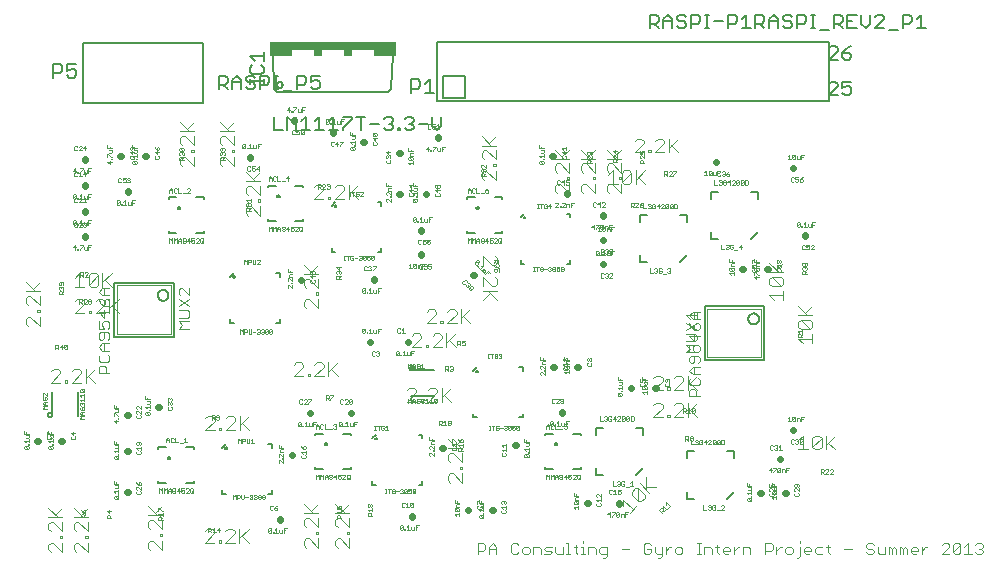
<source format=gto>
G75*
G70*
%OFA0B0*%
%FSLAX24Y24*%
%IPPOS*%
%LPD*%
%AMOC8*
5,1,8,0,0,1.08239X$1,22.5*
%
%ADD10C,0.0030*%
%ADD11C,0.0050*%
%ADD12C,0.0010*%
%ADD13C,0.0070*%
%ADD14C,0.0220*%
%ADD15C,0.0040*%
%ADD16C,0.0060*%
%ADD17C,0.0020*%
%ADD18R,0.4200X0.0300*%
%ADD19R,0.0750X0.0200*%
%ADD20R,0.0300X0.0200*%
D10*
X016799Y000657D02*
X016799Y001027D01*
X016984Y001027D01*
X017046Y000966D01*
X017046Y000842D01*
X016984Y000781D01*
X016799Y000781D01*
X017167Y000842D02*
X017414Y000842D01*
X017414Y000904D02*
X017414Y000657D01*
X017167Y000657D02*
X017167Y000904D01*
X017291Y001027D01*
X017414Y000904D01*
X017904Y000966D02*
X017904Y000719D01*
X017966Y000657D01*
X018089Y000657D01*
X018151Y000719D01*
X018272Y000719D02*
X018334Y000657D01*
X018457Y000657D01*
X018519Y000719D01*
X018519Y000842D01*
X018457Y000904D01*
X018334Y000904D01*
X018272Y000842D01*
X018272Y000719D01*
X018151Y000966D02*
X018089Y001027D01*
X017966Y001027D01*
X017904Y000966D01*
X018640Y000904D02*
X018640Y000657D01*
X018640Y000904D02*
X018826Y000904D01*
X018887Y000842D01*
X018887Y000657D01*
X019009Y000657D02*
X019194Y000657D01*
X019256Y000719D01*
X019194Y000781D01*
X019070Y000781D01*
X019009Y000842D01*
X019070Y000904D01*
X019256Y000904D01*
X019377Y000904D02*
X019377Y000719D01*
X019439Y000657D01*
X019624Y000657D01*
X019624Y000904D01*
X019745Y001027D02*
X019807Y001027D01*
X019807Y000657D01*
X019745Y000657D02*
X019869Y000657D01*
X020053Y000719D02*
X020053Y000966D01*
X020114Y000904D02*
X019991Y000904D01*
X020053Y000719D02*
X020114Y000657D01*
X020236Y000657D02*
X020360Y000657D01*
X020298Y000657D02*
X020298Y000904D01*
X020236Y000904D01*
X020298Y001027D02*
X020298Y001089D01*
X020482Y000904D02*
X020667Y000904D01*
X020729Y000842D01*
X020729Y000657D01*
X020850Y000719D02*
X020912Y000657D01*
X021097Y000657D01*
X021097Y000595D02*
X021097Y000904D01*
X020912Y000904D01*
X020850Y000842D01*
X020850Y000719D01*
X020974Y000534D02*
X021035Y000534D01*
X021097Y000595D01*
X021587Y000842D02*
X021834Y000842D01*
X022324Y000719D02*
X022385Y000657D01*
X022509Y000657D01*
X022570Y000719D01*
X022570Y000842D01*
X022447Y000842D01*
X022324Y000719D02*
X022324Y000966D01*
X022385Y001027D01*
X022509Y001027D01*
X022570Y000966D01*
X022692Y000904D02*
X022692Y000719D01*
X022754Y000657D01*
X022939Y000657D01*
X022939Y000595D02*
X022877Y000534D01*
X022815Y000534D01*
X022939Y000595D02*
X022939Y000904D01*
X023060Y000904D02*
X023060Y000657D01*
X023060Y000781D02*
X023184Y000904D01*
X023245Y000904D01*
X023367Y000842D02*
X023367Y000719D01*
X023429Y000657D01*
X023552Y000657D01*
X023614Y000719D01*
X023614Y000842D01*
X023552Y000904D01*
X023429Y000904D01*
X023367Y000842D01*
X024104Y000657D02*
X024227Y000657D01*
X024165Y000657D02*
X024165Y001027D01*
X024104Y001027D02*
X024227Y001027D01*
X024349Y000904D02*
X024534Y000904D01*
X024596Y000842D01*
X024596Y000657D01*
X024779Y000719D02*
X024779Y000966D01*
X024718Y000904D02*
X024841Y000904D01*
X024963Y000842D02*
X025025Y000904D01*
X025148Y000904D01*
X025210Y000842D01*
X025210Y000781D01*
X024963Y000781D01*
X024963Y000842D02*
X024963Y000719D01*
X025025Y000657D01*
X025148Y000657D01*
X025331Y000657D02*
X025331Y000904D01*
X025331Y000781D02*
X025455Y000904D01*
X025517Y000904D01*
X025638Y000904D02*
X025824Y000904D01*
X025885Y000842D01*
X025885Y000657D01*
X025638Y000657D02*
X025638Y000904D01*
X024841Y000657D02*
X024779Y000719D01*
X024349Y000657D02*
X024349Y000904D01*
X026375Y000781D02*
X026560Y000781D01*
X026622Y000842D01*
X026622Y000966D01*
X026560Y001027D01*
X026375Y001027D01*
X026375Y000657D01*
X026743Y000657D02*
X026743Y000904D01*
X026743Y000781D02*
X026867Y000904D01*
X026929Y000904D01*
X027050Y000842D02*
X027050Y000719D01*
X027112Y000657D01*
X027235Y000657D01*
X027297Y000719D01*
X027297Y000842D01*
X027235Y000904D01*
X027112Y000904D01*
X027050Y000842D01*
X027542Y000904D02*
X027542Y000595D01*
X027480Y000534D01*
X027419Y000534D01*
X027664Y000719D02*
X027664Y000842D01*
X027726Y000904D01*
X027849Y000904D01*
X027911Y000842D01*
X027911Y000781D01*
X027664Y000781D01*
X027664Y000719D02*
X027726Y000657D01*
X027849Y000657D01*
X028032Y000719D02*
X028032Y000842D01*
X028094Y000904D01*
X028279Y000904D01*
X028401Y000904D02*
X028524Y000904D01*
X028462Y000966D02*
X028462Y000719D01*
X028524Y000657D01*
X028279Y000657D02*
X028094Y000657D01*
X028032Y000719D01*
X027542Y001027D02*
X027542Y001089D01*
X029015Y000842D02*
X029261Y000842D01*
X029751Y000904D02*
X029813Y000842D01*
X029936Y000842D01*
X029998Y000781D01*
X029998Y000719D01*
X029936Y000657D01*
X029813Y000657D01*
X029751Y000719D01*
X029751Y000904D02*
X029751Y000966D01*
X029813Y001027D01*
X029936Y001027D01*
X029998Y000966D01*
X030120Y000904D02*
X030120Y000719D01*
X030181Y000657D01*
X030366Y000657D01*
X030366Y000904D01*
X030488Y000904D02*
X030488Y000657D01*
X030611Y000657D02*
X030611Y000842D01*
X030673Y000904D01*
X030735Y000842D01*
X030735Y000657D01*
X030856Y000657D02*
X030856Y000904D01*
X030918Y000904D01*
X030980Y000842D01*
X031041Y000904D01*
X031103Y000842D01*
X031103Y000657D01*
X030980Y000657D02*
X030980Y000842D01*
X031225Y000842D02*
X031225Y000719D01*
X031286Y000657D01*
X031410Y000657D01*
X031471Y000781D02*
X031225Y000781D01*
X031225Y000842D02*
X031286Y000904D01*
X031410Y000904D01*
X031471Y000842D01*
X031471Y000781D01*
X031593Y000781D02*
X031716Y000904D01*
X031778Y000904D01*
X031593Y000904D02*
X031593Y000657D01*
X032268Y000657D02*
X032515Y000904D01*
X032515Y000966D01*
X032453Y001027D01*
X032330Y001027D01*
X032268Y000966D01*
X032268Y000657D02*
X032515Y000657D01*
X032636Y000719D02*
X032883Y000966D01*
X032883Y000719D01*
X032822Y000657D01*
X032698Y000657D01*
X032636Y000719D01*
X032636Y000966D01*
X032698Y001027D01*
X032822Y001027D01*
X032883Y000966D01*
X033005Y000904D02*
X033128Y001027D01*
X033128Y000657D01*
X033005Y000657D02*
X033252Y000657D01*
X033373Y000719D02*
X033435Y000657D01*
X033558Y000657D01*
X033620Y000719D01*
X033620Y000781D01*
X033558Y000842D01*
X033496Y000842D01*
X033558Y000842D02*
X033620Y000904D01*
X033620Y000966D01*
X033558Y001027D01*
X033435Y001027D01*
X033373Y000966D01*
X030611Y000842D02*
X030550Y000904D01*
X030488Y000904D01*
X020482Y000904D02*
X020482Y000657D01*
D11*
X014937Y002981D02*
X014937Y003099D01*
X014937Y002981D02*
X014819Y002981D01*
X013402Y002981D02*
X013284Y002981D01*
X013284Y003099D01*
X011686Y004323D02*
X011688Y004335D01*
X011693Y004346D01*
X011702Y004355D01*
X011713Y004360D01*
X011725Y004362D01*
X011737Y004360D01*
X011748Y004355D01*
X011757Y004346D01*
X011762Y004335D01*
X011764Y004323D01*
X011762Y004311D01*
X011757Y004300D01*
X011748Y004291D01*
X011737Y004286D01*
X011725Y004284D01*
X011713Y004286D01*
X011702Y004291D01*
X011693Y004300D01*
X011688Y004311D01*
X011686Y004323D01*
X013284Y004516D02*
X013402Y004634D01*
X013385Y004508D02*
X013387Y004518D01*
X013392Y004526D01*
X013400Y004531D01*
X013410Y004533D01*
X013420Y004531D01*
X013428Y004526D01*
X013433Y004518D01*
X013435Y004508D01*
X013433Y004498D01*
X013428Y004490D01*
X013420Y004485D01*
X013410Y004483D01*
X013400Y004485D01*
X013392Y004490D01*
X013387Y004498D01*
X013385Y004508D01*
X014819Y004634D02*
X014937Y004634D01*
X014937Y004516D01*
X016646Y005229D02*
X016646Y005347D01*
X016646Y005229D02*
X016764Y005229D01*
X015347Y005918D02*
X014559Y005918D01*
X014559Y006784D02*
X015347Y006784D01*
X014658Y006804D02*
X014665Y006818D01*
X014669Y006833D01*
X014670Y006849D01*
X014667Y006865D01*
X014660Y006879D01*
X014651Y006892D01*
X014638Y006902D01*
X014624Y006909D01*
X014609Y006913D01*
X014593Y006914D01*
X014577Y006911D01*
X014563Y006904D01*
X014550Y006895D01*
X014540Y006882D01*
X014533Y006868D01*
X014529Y006853D01*
X014528Y006837D01*
X014531Y006821D01*
X014538Y006807D01*
X014547Y006794D01*
X014560Y006784D01*
X016646Y006764D02*
X016764Y006882D01*
X016747Y006756D02*
X016749Y006766D01*
X016754Y006774D01*
X016762Y006779D01*
X016772Y006781D01*
X016782Y006779D01*
X016790Y006774D01*
X016795Y006766D01*
X016797Y006756D01*
X016795Y006746D01*
X016790Y006738D01*
X016782Y006733D01*
X016772Y006731D01*
X016762Y006733D01*
X016754Y006738D01*
X016749Y006746D01*
X016747Y006756D01*
X018181Y006882D02*
X018300Y006882D01*
X018300Y006764D01*
X018300Y005347D02*
X018300Y005229D01*
X018181Y005229D01*
X019363Y004323D02*
X019365Y004335D01*
X019370Y004346D01*
X019379Y004355D01*
X019390Y004360D01*
X019402Y004362D01*
X019414Y004360D01*
X019425Y004355D01*
X019434Y004346D01*
X019439Y004335D01*
X019441Y004323D01*
X019439Y004311D01*
X019434Y004300D01*
X019425Y004291D01*
X019414Y004286D01*
X019402Y004284D01*
X019390Y004286D01*
X019379Y004291D01*
X019370Y004300D01*
X019365Y004311D01*
X019363Y004323D01*
X010189Y008378D02*
X010189Y008496D01*
X010189Y008378D02*
X010071Y008378D01*
X008654Y008378D02*
X008536Y008378D01*
X008536Y008496D01*
X008637Y009906D02*
X008639Y009916D01*
X008644Y009924D01*
X008652Y009929D01*
X008662Y009931D01*
X008672Y009929D01*
X008680Y009924D01*
X008685Y009916D01*
X008687Y009906D01*
X008685Y009896D01*
X008680Y009888D01*
X008672Y009883D01*
X008662Y009881D01*
X008652Y009883D01*
X008644Y009888D01*
X008639Y009896D01*
X008637Y009906D01*
X008536Y009914D02*
X008654Y010032D01*
X010071Y010032D02*
X010189Y010032D01*
X010189Y009914D01*
X011922Y010741D02*
X011922Y010859D01*
X011922Y010741D02*
X012040Y010741D01*
X013457Y010741D02*
X013575Y010741D01*
X013575Y010859D01*
X013575Y012276D02*
X013575Y012394D01*
X013457Y012394D01*
X012023Y012268D02*
X012025Y012278D01*
X012030Y012286D01*
X012038Y012291D01*
X012048Y012293D01*
X012058Y012291D01*
X012066Y012286D01*
X012071Y012278D01*
X012073Y012268D01*
X012071Y012258D01*
X012066Y012250D01*
X012058Y012245D01*
X012048Y012243D01*
X012038Y012245D01*
X012030Y012250D01*
X012025Y012258D01*
X012023Y012268D01*
X011922Y012276D02*
X012040Y012394D01*
X010111Y012591D02*
X010113Y012603D01*
X010118Y012614D01*
X010127Y012623D01*
X010138Y012628D01*
X010150Y012630D01*
X010162Y012628D01*
X010173Y012623D01*
X010182Y012614D01*
X010187Y012603D01*
X010189Y012591D01*
X010187Y012579D01*
X010182Y012568D01*
X010173Y012559D01*
X010162Y012554D01*
X010150Y012552D01*
X010138Y012554D01*
X010127Y012559D01*
X010118Y012568D01*
X010113Y012579D01*
X010111Y012591D01*
X006804Y012197D02*
X006806Y012209D01*
X006811Y012220D01*
X006820Y012229D01*
X006831Y012234D01*
X006843Y012236D01*
X006855Y012234D01*
X006866Y012229D01*
X006875Y012220D01*
X006880Y012209D01*
X006882Y012197D01*
X006880Y012185D01*
X006875Y012174D01*
X006866Y012165D01*
X006855Y012160D01*
X006843Y012158D01*
X006831Y012160D01*
X006820Y012165D01*
X006811Y012174D01*
X006806Y012185D01*
X006804Y012197D01*
X009986Y014789D02*
X010286Y014789D01*
X010446Y014789D02*
X010446Y015240D01*
X010597Y015089D01*
X010747Y015240D01*
X010747Y014789D01*
X010907Y014789D02*
X011207Y014789D01*
X011057Y014789D02*
X011057Y015240D01*
X010907Y015089D01*
X011367Y015089D02*
X011517Y015240D01*
X011517Y014789D01*
X011367Y014789D02*
X011667Y014789D01*
X011828Y014789D02*
X012128Y014789D01*
X011978Y014789D02*
X011978Y015240D01*
X011828Y015089D01*
X012288Y015240D02*
X012588Y015240D01*
X012588Y015164D01*
X012288Y014864D01*
X012288Y014789D01*
X012899Y014789D02*
X012899Y015240D01*
X013049Y015240D02*
X012748Y015240D01*
X013209Y015014D02*
X013509Y015014D01*
X013669Y014864D02*
X013744Y014789D01*
X013894Y014789D01*
X013969Y014864D01*
X013969Y014939D01*
X013894Y015014D01*
X013819Y015014D01*
X013894Y015014D02*
X013969Y015089D01*
X013969Y015164D01*
X013894Y015240D01*
X013744Y015240D01*
X013669Y015164D01*
X014130Y014864D02*
X014205Y014864D01*
X014205Y014789D01*
X014130Y014789D01*
X014130Y014864D01*
X014360Y014864D02*
X014435Y014789D01*
X014585Y014789D01*
X014660Y014864D01*
X014660Y014939D01*
X014585Y015014D01*
X014510Y015014D01*
X014585Y015014D02*
X014660Y015089D01*
X014660Y015164D01*
X014585Y015240D01*
X014435Y015240D01*
X014360Y015164D01*
X014820Y015014D02*
X015120Y015014D01*
X015281Y014939D02*
X015431Y014789D01*
X015581Y014939D01*
X015581Y015240D01*
X015281Y015240D02*
X015281Y014939D01*
X015445Y015758D02*
X015445Y017727D01*
X028516Y017727D01*
X028516Y015758D01*
X015445Y015758D01*
X015632Y015876D02*
X015632Y016605D01*
X016361Y016605D01*
X016361Y015876D02*
X015632Y015876D01*
X015337Y016031D02*
X015037Y016031D01*
X015187Y016031D02*
X015187Y016482D01*
X015037Y016332D01*
X014877Y016407D02*
X014877Y016256D01*
X014802Y016181D01*
X014577Y016181D01*
X014577Y016031D02*
X014577Y016482D01*
X014802Y016482D01*
X014877Y016407D01*
X013911Y016164D02*
X013811Y016064D01*
X010111Y016064D01*
X010011Y016164D01*
X009961Y017314D01*
X009655Y017262D02*
X009204Y017262D01*
X009354Y017112D01*
X009279Y016951D02*
X009204Y016876D01*
X009204Y016726D01*
X009279Y016651D01*
X009580Y016651D01*
X009655Y016726D01*
X009655Y016876D01*
X009580Y016951D01*
X009655Y017112D02*
X009655Y017412D01*
X009760Y016608D02*
X009835Y016533D01*
X009835Y016382D01*
X009760Y016307D01*
X009535Y016307D01*
X009655Y016344D02*
X009655Y016494D01*
X009655Y016419D02*
X009204Y016419D01*
X009149Y016382D02*
X009299Y016382D01*
X009374Y016307D01*
X009374Y016232D01*
X009299Y016157D01*
X009149Y016157D01*
X009074Y016232D01*
X009149Y016382D02*
X009074Y016458D01*
X009074Y016533D01*
X009149Y016608D01*
X009299Y016608D01*
X009374Y016533D01*
X009204Y016494D02*
X009204Y016344D01*
X008914Y016382D02*
X008614Y016382D01*
X008614Y016458D02*
X008614Y016157D01*
X008454Y016157D02*
X008303Y016307D01*
X008379Y016307D02*
X008153Y016307D01*
X008153Y016157D02*
X008153Y016608D01*
X008379Y016608D01*
X008454Y016533D01*
X008454Y016382D01*
X008379Y016307D01*
X008614Y016458D02*
X008764Y016608D01*
X008914Y016458D01*
X008914Y016157D01*
X009535Y016157D02*
X009535Y016608D01*
X009760Y016608D01*
X009995Y016608D02*
X010145Y016608D01*
X010070Y016608D02*
X010070Y016157D01*
X009995Y016157D02*
X010145Y016157D01*
X010091Y016304D02*
X010093Y016324D01*
X010099Y016342D01*
X010108Y016360D01*
X010120Y016375D01*
X010135Y016387D01*
X010153Y016396D01*
X010171Y016402D01*
X010191Y016404D01*
X010211Y016402D01*
X010229Y016396D01*
X010247Y016387D01*
X010262Y016375D01*
X010274Y016360D01*
X010283Y016342D01*
X010289Y016324D01*
X010291Y016304D01*
X010289Y016284D01*
X010283Y016266D01*
X010274Y016248D01*
X010262Y016233D01*
X010247Y016221D01*
X010229Y016212D01*
X010211Y016206D01*
X010191Y016204D01*
X010171Y016206D01*
X010153Y016212D01*
X010135Y016221D01*
X010120Y016233D01*
X010108Y016248D01*
X010099Y016266D01*
X010093Y016284D01*
X010091Y016304D01*
X010302Y016082D02*
X010602Y016082D01*
X010762Y016157D02*
X010762Y016608D01*
X010987Y016608D01*
X011062Y016533D01*
X011062Y016382D01*
X010987Y016307D01*
X010762Y016307D01*
X011223Y016232D02*
X011298Y016157D01*
X011448Y016157D01*
X011523Y016232D01*
X011523Y016382D01*
X011448Y016458D01*
X011373Y016458D01*
X011223Y016382D01*
X011223Y016608D01*
X011523Y016608D01*
X009986Y015240D02*
X009986Y014789D01*
X013911Y016164D02*
X013961Y017314D01*
X016745Y012197D02*
X016747Y012209D01*
X016752Y012220D01*
X016761Y012229D01*
X016772Y012234D01*
X016784Y012236D01*
X016796Y012234D01*
X016807Y012229D01*
X016816Y012220D01*
X016821Y012209D01*
X016823Y012197D01*
X016821Y012185D01*
X016816Y012174D01*
X016807Y012165D01*
X016796Y012160D01*
X016784Y012158D01*
X016772Y012160D01*
X016761Y012165D01*
X016752Y012174D01*
X016747Y012185D01*
X016745Y012197D01*
X018221Y011882D02*
X018339Y012000D01*
X018322Y011874D02*
X018324Y011884D01*
X018329Y011892D01*
X018337Y011897D01*
X018347Y011899D01*
X018357Y011897D01*
X018365Y011892D01*
X018370Y011884D01*
X018372Y011874D01*
X018370Y011864D01*
X018365Y011856D01*
X018357Y011851D01*
X018347Y011849D01*
X018337Y011851D01*
X018329Y011856D01*
X018324Y011864D01*
X018322Y011874D01*
X019756Y012000D02*
X019874Y012000D01*
X019874Y011882D01*
X019874Y010465D02*
X019874Y010347D01*
X019756Y010347D01*
X018339Y010347D02*
X018221Y010347D01*
X018221Y010465D01*
X009930Y004319D02*
X009811Y004319D01*
X009930Y004319D02*
X009930Y004201D01*
X008377Y004193D02*
X008379Y004203D01*
X008384Y004211D01*
X008392Y004216D01*
X008402Y004218D01*
X008412Y004216D01*
X008420Y004211D01*
X008425Y004203D01*
X008427Y004193D01*
X008425Y004183D01*
X008420Y004175D01*
X008412Y004170D01*
X008402Y004168D01*
X008392Y004170D01*
X008384Y004175D01*
X008379Y004183D01*
X008377Y004193D01*
X008276Y004201D02*
X008394Y004319D01*
X006465Y003867D02*
X006467Y003879D01*
X006472Y003890D01*
X006481Y003899D01*
X006492Y003904D01*
X006504Y003906D01*
X006516Y003904D01*
X006527Y003899D01*
X006536Y003890D01*
X006541Y003879D01*
X006543Y003867D01*
X006541Y003855D01*
X006536Y003844D01*
X006527Y003835D01*
X006516Y003830D01*
X006504Y003828D01*
X006492Y003830D01*
X006481Y003835D01*
X006472Y003844D01*
X006467Y003855D01*
X006465Y003867D01*
X008276Y002784D02*
X008276Y002666D01*
X008394Y002666D01*
X009811Y002666D02*
X009930Y002666D01*
X009930Y002784D01*
X003457Y005268D02*
X003457Y006056D01*
X002591Y006056D02*
X002591Y005268D01*
X002581Y005255D01*
X002568Y005246D01*
X002554Y005239D01*
X002538Y005236D01*
X002522Y005237D01*
X002507Y005241D01*
X002493Y005248D01*
X002480Y005258D01*
X002471Y005271D01*
X002464Y005285D01*
X002461Y005301D01*
X002462Y005317D01*
X002466Y005332D01*
X002473Y005346D01*
X002483Y005359D01*
X002496Y005368D01*
X002510Y005375D01*
X002526Y005378D01*
X002542Y005377D01*
X002557Y005373D01*
X002571Y005366D01*
X002647Y016547D02*
X002647Y016997D01*
X002873Y016997D01*
X002948Y016922D01*
X002948Y016772D01*
X002873Y016697D01*
X002647Y016697D01*
X003108Y016622D02*
X003183Y016547D01*
X003333Y016547D01*
X003408Y016622D01*
X003408Y016772D01*
X003333Y016847D01*
X003258Y016847D01*
X003108Y016772D01*
X003108Y016997D01*
X003408Y016997D01*
X022519Y018197D02*
X022519Y018647D01*
X022745Y018647D01*
X022820Y018572D01*
X022820Y018422D01*
X022745Y018347D01*
X022519Y018347D01*
X022670Y018347D02*
X022820Y018197D01*
X022980Y018197D02*
X022980Y018497D01*
X023130Y018647D01*
X023280Y018497D01*
X023280Y018197D01*
X023440Y018272D02*
X023515Y018197D01*
X023665Y018197D01*
X023741Y018272D01*
X023741Y018347D01*
X023665Y018422D01*
X023515Y018422D01*
X023440Y018497D01*
X023440Y018572D01*
X023515Y018647D01*
X023665Y018647D01*
X023741Y018572D01*
X023901Y018647D02*
X024126Y018647D01*
X024201Y018572D01*
X024201Y018422D01*
X024126Y018347D01*
X023901Y018347D01*
X023901Y018197D02*
X023901Y018647D01*
X024361Y018647D02*
X024511Y018647D01*
X024436Y018647D02*
X024436Y018197D01*
X024361Y018197D02*
X024511Y018197D01*
X024668Y018422D02*
X024968Y018422D01*
X025128Y018347D02*
X025354Y018347D01*
X025429Y018422D01*
X025429Y018572D01*
X025354Y018647D01*
X025128Y018647D01*
X025128Y018197D01*
X025589Y018197D02*
X025889Y018197D01*
X025739Y018197D02*
X025739Y018647D01*
X025589Y018497D01*
X026049Y018647D02*
X026049Y018197D01*
X026049Y018347D02*
X026274Y018347D01*
X026349Y018422D01*
X026349Y018572D01*
X026274Y018647D01*
X026049Y018647D01*
X026510Y018497D02*
X026660Y018647D01*
X026810Y018497D01*
X026810Y018197D01*
X026970Y018272D02*
X027045Y018197D01*
X027195Y018197D01*
X027270Y018272D01*
X027270Y018347D01*
X027195Y018422D01*
X027045Y018422D01*
X026970Y018497D01*
X026970Y018572D01*
X027045Y018647D01*
X027195Y018647D01*
X027270Y018572D01*
X027430Y018647D02*
X027656Y018647D01*
X027731Y018572D01*
X027731Y018422D01*
X027656Y018347D01*
X027430Y018347D01*
X027430Y018197D02*
X027430Y018647D01*
X027891Y018647D02*
X028041Y018647D01*
X027966Y018647D02*
X027966Y018197D01*
X027891Y018197D02*
X028041Y018197D01*
X028198Y018122D02*
X028498Y018122D01*
X028658Y018197D02*
X028658Y018647D01*
X028883Y018647D01*
X028958Y018572D01*
X028958Y018422D01*
X028883Y018347D01*
X028658Y018347D01*
X028808Y018347D02*
X028958Y018197D01*
X029118Y018197D02*
X029419Y018197D01*
X029579Y018347D02*
X029729Y018197D01*
X029879Y018347D01*
X029879Y018647D01*
X030039Y018572D02*
X030114Y018647D01*
X030264Y018647D01*
X030339Y018572D01*
X030339Y018497D01*
X030039Y018197D01*
X030339Y018197D01*
X030500Y018122D02*
X030800Y018122D01*
X030960Y018197D02*
X030960Y018647D01*
X031185Y018647D01*
X031260Y018572D01*
X031260Y018422D01*
X031185Y018347D01*
X030960Y018347D01*
X031420Y018497D02*
X031571Y018647D01*
X031571Y018197D01*
X031721Y018197D02*
X031420Y018197D01*
X029579Y018347D02*
X029579Y018647D01*
X029419Y018647D02*
X029118Y018647D01*
X029118Y018197D01*
X029118Y018422D02*
X029269Y018422D01*
X029247Y017594D02*
X029097Y017519D01*
X028947Y017369D01*
X029172Y017369D01*
X029247Y017294D01*
X029247Y017219D01*
X029172Y017144D01*
X029022Y017144D01*
X028947Y017219D01*
X028947Y017369D01*
X028787Y017444D02*
X028787Y017519D01*
X028712Y017594D01*
X028562Y017594D01*
X028486Y017519D01*
X028787Y017444D02*
X028486Y017144D01*
X028787Y017144D01*
X028712Y016413D02*
X028562Y016413D01*
X028486Y016338D01*
X028712Y016413D02*
X028787Y016338D01*
X028787Y016263D01*
X028486Y015962D01*
X028787Y015962D01*
X028947Y016037D02*
X029022Y015962D01*
X029172Y015962D01*
X029247Y016037D01*
X029247Y016188D01*
X029172Y016263D01*
X029097Y016263D01*
X028947Y016188D01*
X028947Y016413D01*
X029247Y016413D01*
X016360Y016605D02*
X016360Y015877D01*
X022980Y018422D02*
X023280Y018422D01*
X026199Y018347D02*
X026349Y018197D01*
X026510Y018197D02*
X026510Y018497D01*
X026510Y018422D02*
X026810Y018422D01*
D12*
X021373Y014117D02*
X021373Y014017D01*
X021298Y014092D01*
X021449Y014092D01*
X021449Y013970D02*
X021449Y013870D01*
X021348Y013970D01*
X021323Y013970D01*
X021298Y013945D01*
X021298Y013895D01*
X021323Y013870D01*
X021323Y013822D02*
X021373Y013822D01*
X021399Y013797D01*
X021399Y013722D01*
X021449Y013722D02*
X021298Y013722D01*
X021298Y013797D01*
X021323Y013822D01*
X021399Y013772D02*
X021449Y013822D01*
X022198Y013780D02*
X022198Y013705D01*
X022348Y013705D01*
X022298Y013705D02*
X022298Y013780D01*
X022273Y013805D01*
X022223Y013805D01*
X022198Y013780D01*
X022223Y013852D02*
X022198Y013877D01*
X022198Y013927D01*
X022223Y013952D01*
X022248Y013952D01*
X022348Y013852D01*
X022348Y013952D01*
X022323Y013999D02*
X022348Y014024D01*
X022348Y014074D01*
X022323Y014099D01*
X022273Y014099D01*
X022248Y014074D01*
X022248Y014049D01*
X022273Y013999D01*
X022198Y013999D01*
X022198Y014099D01*
X022348Y013805D02*
X022298Y013755D01*
X023016Y013417D02*
X023091Y013417D01*
X023116Y013392D01*
X023116Y013342D01*
X023091Y013317D01*
X023016Y013317D01*
X023066Y013317D02*
X023116Y013267D01*
X023163Y013267D02*
X023263Y013367D01*
X023263Y013392D01*
X023238Y013417D01*
X023188Y013417D01*
X023163Y013392D01*
X023163Y013267D02*
X023263Y013267D01*
X023310Y013267D02*
X023310Y013292D01*
X023411Y013392D01*
X023411Y013417D01*
X023310Y013417D01*
X023016Y013417D02*
X023016Y013267D01*
X022288Y012374D02*
X022238Y012349D01*
X022188Y012299D01*
X022263Y012299D01*
X022288Y012274D01*
X022288Y012249D01*
X022263Y012224D01*
X022213Y012224D01*
X022188Y012249D01*
X022188Y012299D01*
X022141Y012324D02*
X022141Y012349D01*
X022116Y012374D01*
X022066Y012374D01*
X022041Y012349D01*
X021994Y012349D02*
X021994Y012299D01*
X021969Y012274D01*
X021894Y012274D01*
X021944Y012274D02*
X021994Y012224D01*
X022041Y012224D02*
X022141Y012324D01*
X022141Y012224D02*
X022041Y012224D01*
X021994Y012349D02*
X021969Y012374D01*
X021894Y012374D01*
X021894Y012224D01*
X022311Y012189D02*
X022411Y012189D01*
X022458Y012214D02*
X022483Y012189D01*
X022533Y012189D01*
X022558Y012214D01*
X022558Y012239D01*
X022533Y012264D01*
X022508Y012264D01*
X022533Y012264D02*
X022558Y012289D01*
X022558Y012314D01*
X022533Y012339D01*
X022483Y012339D01*
X022458Y012314D01*
X022606Y012314D02*
X022606Y012214D01*
X022631Y012189D01*
X022681Y012189D01*
X022706Y012214D01*
X022706Y012264D01*
X022656Y012264D01*
X022706Y012314D02*
X022681Y012339D01*
X022631Y012339D01*
X022606Y012314D01*
X022753Y012264D02*
X022853Y012264D01*
X022900Y012314D02*
X022925Y012339D01*
X022975Y012339D01*
X023000Y012314D01*
X023000Y012289D01*
X022900Y012189D01*
X023000Y012189D01*
X023048Y012214D02*
X023148Y012314D01*
X023148Y012214D01*
X023123Y012189D01*
X023073Y012189D01*
X023048Y012214D01*
X023048Y012314D01*
X023073Y012339D01*
X023123Y012339D01*
X023148Y012314D01*
X023195Y012314D02*
X023220Y012339D01*
X023270Y012339D01*
X023295Y012314D01*
X023195Y012214D01*
X023220Y012189D01*
X023270Y012189D01*
X023295Y012214D01*
X023295Y012314D01*
X023342Y012339D02*
X023417Y012339D01*
X023442Y012314D01*
X023442Y012214D01*
X023417Y012189D01*
X023342Y012189D01*
X023342Y012339D01*
X023195Y012314D02*
X023195Y012214D01*
X022828Y012189D02*
X022828Y012339D01*
X022753Y012264D01*
X022311Y012339D02*
X022311Y012189D01*
X021335Y011579D02*
X021234Y011579D01*
X021234Y011429D01*
X021187Y011429D02*
X021187Y011504D01*
X021162Y011529D01*
X021087Y011529D01*
X021087Y011429D01*
X021040Y011454D02*
X021015Y011429D01*
X020965Y011429D01*
X020940Y011454D01*
X021040Y011554D01*
X021040Y011454D01*
X021024Y011496D02*
X021024Y011596D01*
X021099Y011596D01*
X021124Y011571D01*
X021124Y011496D01*
X021171Y011496D02*
X021171Y011646D01*
X021271Y011646D01*
X021221Y011571D02*
X021171Y011571D01*
X021234Y011504D02*
X021284Y011504D01*
X021040Y011554D02*
X021015Y011579D01*
X020965Y011579D01*
X020940Y011554D01*
X020940Y011454D01*
X020951Y011496D02*
X020901Y011496D01*
X020876Y011521D01*
X020977Y011621D01*
X020977Y011521D01*
X020951Y011496D01*
X020876Y011521D02*
X020876Y011621D01*
X020901Y011646D01*
X020951Y011646D01*
X020977Y011621D01*
X020843Y011579D02*
X020843Y011429D01*
X020893Y011429D02*
X020792Y011429D01*
X020729Y011496D02*
X020729Y011521D01*
X020829Y011621D01*
X020829Y011646D01*
X020729Y011646D01*
X020657Y011646D02*
X020582Y011571D01*
X020682Y011571D01*
X020657Y011496D02*
X020657Y011646D01*
X020792Y011529D02*
X020843Y011579D01*
X020854Y012246D02*
X020854Y012396D01*
X020779Y012321D01*
X020879Y012321D01*
X020926Y012371D02*
X020951Y012396D01*
X021001Y012396D01*
X021027Y012371D01*
X021027Y012346D01*
X020926Y012246D01*
X021027Y012246D01*
X020732Y012271D02*
X020707Y012246D01*
X020657Y012246D01*
X020632Y012271D01*
X020632Y012371D01*
X020657Y012396D01*
X020707Y012396D01*
X020732Y012371D01*
X019997Y012375D02*
X019897Y012375D01*
X019897Y012225D01*
X019849Y012225D02*
X019849Y012300D01*
X019824Y012325D01*
X019749Y012325D01*
X019749Y012225D01*
X019702Y012225D02*
X019602Y012225D01*
X019702Y012325D01*
X019702Y012350D01*
X019677Y012375D01*
X019627Y012375D01*
X019602Y012350D01*
X019553Y012250D02*
X019553Y012225D01*
X019528Y012225D01*
X019528Y012250D01*
X019553Y012250D01*
X019481Y012225D02*
X019381Y012225D01*
X019481Y012325D01*
X019481Y012350D01*
X019456Y012375D01*
X019406Y012375D01*
X019381Y012350D01*
X019215Y012331D02*
X019145Y012260D01*
X019239Y012260D01*
X019215Y012190D02*
X019215Y012331D01*
X019101Y012307D02*
X019077Y012331D01*
X019031Y012331D01*
X019007Y012307D01*
X019007Y012214D01*
X019031Y012190D01*
X019077Y012190D01*
X019101Y012214D01*
X019101Y012260D01*
X019054Y012260D01*
X018963Y012331D02*
X018869Y012331D01*
X018824Y012331D02*
X018777Y012331D01*
X018800Y012331D02*
X018800Y012190D01*
X018777Y012190D02*
X018824Y012190D01*
X018916Y012190D02*
X018916Y012331D01*
X019897Y012300D02*
X019947Y012300D01*
X019801Y012975D02*
X019751Y012975D01*
X019726Y013000D01*
X019726Y013050D02*
X019776Y013075D01*
X019801Y013075D01*
X019826Y013050D01*
X019826Y013000D01*
X019801Y012975D01*
X019726Y013050D02*
X019726Y013125D01*
X019826Y013125D01*
X019678Y013050D02*
X019578Y013050D01*
X019653Y013125D01*
X019653Y012975D01*
X019531Y013000D02*
X019506Y012975D01*
X019456Y012975D01*
X019431Y013000D01*
X019431Y013100D01*
X019456Y013125D01*
X019506Y013125D01*
X019531Y013100D01*
X018964Y013672D02*
X018864Y013772D01*
X018964Y013772D01*
X018989Y013747D01*
X018989Y013697D01*
X018964Y013672D01*
X018864Y013672D01*
X018839Y013697D01*
X018839Y013747D01*
X018864Y013772D01*
X018964Y013819D02*
X018964Y013844D01*
X018989Y013844D01*
X018989Y013819D01*
X018964Y013819D01*
X018989Y013893D02*
X018989Y013993D01*
X018989Y013943D02*
X018839Y013943D01*
X018889Y013893D01*
X018889Y014040D02*
X018964Y014040D01*
X018989Y014065D01*
X018989Y014140D01*
X018889Y014140D01*
X018914Y014187D02*
X018914Y014237D01*
X018989Y014187D02*
X018839Y014187D01*
X018839Y014287D01*
X019589Y014187D02*
X019739Y014187D01*
X019739Y014137D02*
X019739Y014237D01*
X019639Y014137D02*
X019589Y014187D01*
X019589Y014065D02*
X019664Y013990D01*
X019664Y014090D01*
X019739Y014065D02*
X019589Y014065D01*
X019614Y013943D02*
X019589Y013918D01*
X019589Y013868D01*
X019614Y013843D01*
X019714Y013843D01*
X019739Y013868D01*
X019739Y013918D01*
X019714Y013943D01*
X020446Y013907D02*
X020446Y013857D01*
X020471Y013832D01*
X020471Y013785D02*
X020521Y013785D01*
X020546Y013760D01*
X020546Y013685D01*
X020596Y013685D02*
X020446Y013685D01*
X020446Y013760D01*
X020471Y013785D01*
X020546Y013735D02*
X020596Y013785D01*
X020596Y013832D02*
X020496Y013932D01*
X020471Y013932D01*
X020446Y013907D01*
X020471Y013980D02*
X020496Y013980D01*
X020521Y014005D01*
X020521Y014080D01*
X020571Y014080D02*
X020471Y014080D01*
X020446Y014055D01*
X020446Y014005D01*
X020471Y013980D01*
X020571Y013980D02*
X020596Y014005D01*
X020596Y014055D01*
X020571Y014080D01*
X020596Y013932D02*
X020596Y013832D01*
X017144Y012864D02*
X017094Y012839D01*
X017044Y012789D01*
X017119Y012789D01*
X017144Y012764D01*
X017144Y012739D01*
X017119Y012714D01*
X017069Y012714D01*
X017044Y012739D01*
X017044Y012789D01*
X016996Y012689D02*
X016896Y012689D01*
X016849Y012714D02*
X016749Y012714D01*
X016749Y012864D01*
X016702Y012839D02*
X016677Y012864D01*
X016627Y012864D01*
X016602Y012839D01*
X016602Y012739D01*
X016627Y012714D01*
X016677Y012714D01*
X016702Y012739D01*
X016554Y012714D02*
X016554Y012814D01*
X016504Y012864D01*
X016454Y012814D01*
X016454Y012714D01*
X016454Y012789D02*
X016554Y012789D01*
X016909Y013250D02*
X016909Y013325D01*
X016934Y013350D01*
X016984Y013350D01*
X017009Y013325D01*
X017009Y013250D01*
X017059Y013250D02*
X016909Y013250D01*
X017009Y013300D02*
X017059Y013350D01*
X017034Y013397D02*
X017059Y013422D01*
X017059Y013472D01*
X017034Y013497D01*
X017009Y013497D01*
X016984Y013472D01*
X016984Y013447D01*
X016984Y013472D02*
X016959Y013497D01*
X016934Y013497D01*
X016909Y013472D01*
X016909Y013422D01*
X016934Y013397D01*
X016934Y013545D02*
X016909Y013570D01*
X016909Y013620D01*
X016934Y013645D01*
X016959Y013645D01*
X017059Y013545D01*
X017059Y013645D01*
X015686Y014245D02*
X015586Y014245D01*
X015586Y014095D01*
X015538Y014095D02*
X015538Y014195D01*
X015586Y014170D02*
X015636Y014170D01*
X015538Y014095D02*
X015463Y014095D01*
X015438Y014120D01*
X015438Y014195D01*
X015391Y014220D02*
X015291Y014120D01*
X015291Y014095D01*
X015242Y014095D02*
X015217Y014095D01*
X015217Y014120D01*
X015242Y014120D01*
X015242Y014095D01*
X015145Y014095D02*
X015145Y014245D01*
X015070Y014170D01*
X015170Y014170D01*
X015291Y014245D02*
X015391Y014245D01*
X015391Y014220D01*
X014630Y014095D02*
X014480Y014095D01*
X014480Y014195D01*
X014555Y014145D02*
X014555Y014095D01*
X014555Y014047D02*
X014630Y014047D01*
X014555Y014047D02*
X014530Y014022D01*
X014530Y013947D01*
X014630Y013947D01*
X014605Y013900D02*
X014505Y013900D01*
X014605Y013800D01*
X014630Y013825D01*
X014630Y013875D01*
X014605Y013900D01*
X014505Y013900D02*
X014480Y013875D01*
X014480Y013825D01*
X014505Y013800D01*
X014605Y013800D01*
X014630Y013753D02*
X014630Y013653D01*
X014630Y013703D02*
X014480Y013703D01*
X014530Y013653D01*
X013880Y013728D02*
X013855Y013703D01*
X013755Y013703D01*
X013730Y013728D01*
X013730Y013778D01*
X013755Y013803D01*
X013755Y013850D02*
X013730Y013875D01*
X013730Y013925D01*
X013755Y013950D01*
X013780Y013950D01*
X013805Y013925D01*
X013830Y013950D01*
X013855Y013950D01*
X013880Y013925D01*
X013880Y013875D01*
X013855Y013850D01*
X013855Y013803D02*
X013880Y013778D01*
X013880Y013728D01*
X013805Y013900D02*
X013805Y013925D01*
X013805Y013997D02*
X013805Y014097D01*
X013730Y014072D02*
X013805Y013997D01*
X013880Y014072D02*
X013730Y014072D01*
X013440Y014320D02*
X013415Y014295D01*
X013315Y014295D01*
X013290Y014320D01*
X013290Y014370D01*
X013315Y014395D01*
X013365Y014443D02*
X013290Y014518D01*
X013440Y014518D01*
X013415Y014590D02*
X013315Y014690D01*
X013415Y014690D01*
X013440Y014665D01*
X013440Y014615D01*
X013415Y014590D01*
X013315Y014590D01*
X013290Y014615D01*
X013290Y014665D01*
X013315Y014690D01*
X013365Y014543D02*
X013365Y014443D01*
X013415Y014395D02*
X013440Y014370D01*
X013440Y014320D01*
X012690Y014297D02*
X012690Y014272D01*
X012665Y014272D01*
X012665Y014297D01*
X012690Y014297D01*
X012690Y014345D02*
X012690Y014445D01*
X012690Y014395D02*
X012540Y014395D01*
X012590Y014345D01*
X012565Y014224D02*
X012665Y014124D01*
X012690Y014149D01*
X012690Y014199D01*
X012665Y014224D01*
X012565Y014224D01*
X012540Y014199D01*
X012540Y014149D01*
X012565Y014124D01*
X012665Y014124D01*
X012665Y014493D02*
X012690Y014518D01*
X012690Y014593D01*
X012590Y014593D01*
X012615Y014640D02*
X012615Y014690D01*
X012690Y014640D02*
X012540Y014640D01*
X012540Y014740D01*
X012238Y015012D02*
X012238Y015162D01*
X012338Y015162D01*
X012288Y015087D02*
X012238Y015087D01*
X012191Y015112D02*
X012191Y015012D01*
X012116Y015012D01*
X012091Y015037D01*
X012091Y015112D01*
X011994Y015162D02*
X011994Y015012D01*
X011944Y015012D02*
X012044Y015012D01*
X011944Y015112D02*
X011994Y015162D01*
X011895Y015037D02*
X011895Y015012D01*
X011870Y015012D01*
X011870Y015037D01*
X011895Y015037D01*
X011823Y015037D02*
X011798Y015012D01*
X011748Y015012D01*
X011723Y015037D01*
X011823Y015137D01*
X011823Y015037D01*
X011823Y015137D02*
X011798Y015162D01*
X011748Y015162D01*
X011723Y015137D01*
X011723Y015037D01*
X010989Y014781D02*
X010889Y014681D01*
X010914Y014656D01*
X010964Y014656D01*
X010989Y014681D01*
X010989Y014781D01*
X010964Y014806D01*
X010914Y014806D01*
X010889Y014781D01*
X010889Y014681D01*
X010842Y014681D02*
X010817Y014656D01*
X010767Y014656D01*
X010742Y014681D01*
X010695Y014681D02*
X010670Y014656D01*
X010620Y014656D01*
X010595Y014681D01*
X010595Y014781D01*
X010620Y014806D01*
X010670Y014806D01*
X010695Y014781D01*
X010742Y014806D02*
X010742Y014731D01*
X010792Y014756D01*
X010817Y014756D01*
X010842Y014731D01*
X010842Y014681D01*
X010842Y014806D02*
X010742Y014806D01*
X010817Y015406D02*
X010892Y015406D01*
X010892Y015506D01*
X010939Y015481D02*
X010989Y015481D01*
X010939Y015556D02*
X011039Y015556D01*
X010939Y015556D02*
X010939Y015406D01*
X010817Y015406D02*
X010792Y015431D01*
X010792Y015506D01*
X010745Y015531D02*
X010645Y015431D01*
X010645Y015406D01*
X010596Y015406D02*
X010571Y015406D01*
X010571Y015431D01*
X010596Y015431D01*
X010596Y015406D01*
X010499Y015406D02*
X010499Y015556D01*
X010424Y015481D01*
X010524Y015481D01*
X010645Y015556D02*
X010745Y015556D01*
X010745Y015531D01*
X011894Y014387D02*
X011894Y014287D01*
X011919Y014262D01*
X011969Y014262D01*
X011994Y014287D01*
X012041Y014337D02*
X012141Y014337D01*
X012188Y014287D02*
X012288Y014387D01*
X012288Y014412D01*
X012188Y014412D01*
X012116Y014412D02*
X012041Y014337D01*
X011994Y014387D02*
X011969Y014412D01*
X011919Y014412D01*
X011894Y014387D01*
X012116Y014412D02*
X012116Y014262D01*
X012188Y014262D02*
X012188Y014287D01*
X012590Y014493D02*
X012665Y014493D01*
X010485Y013258D02*
X010410Y013183D01*
X010510Y013183D01*
X010485Y013108D02*
X010485Y013258D01*
X010362Y013083D02*
X010262Y013083D01*
X010215Y013108D02*
X010115Y013108D01*
X010115Y013258D01*
X010068Y013233D02*
X010043Y013258D01*
X009993Y013258D01*
X009968Y013233D01*
X009968Y013133D01*
X009993Y013108D01*
X010043Y013108D01*
X010068Y013133D01*
X009920Y013108D02*
X009920Y013208D01*
X009870Y013258D01*
X009820Y013208D01*
X009820Y013108D01*
X009820Y013183D02*
X009920Y013183D01*
X009488Y013435D02*
X009488Y013585D01*
X009413Y013510D01*
X009513Y013510D01*
X009366Y013510D02*
X009366Y013460D01*
X009341Y013435D01*
X009290Y013435D01*
X009265Y013460D01*
X009218Y013460D02*
X009193Y013435D01*
X009143Y013435D01*
X009118Y013460D01*
X009118Y013560D01*
X009143Y013585D01*
X009193Y013585D01*
X009218Y013560D01*
X009265Y013585D02*
X009265Y013510D01*
X009316Y013535D01*
X009341Y013535D01*
X009366Y013510D01*
X009366Y013585D02*
X009265Y013585D01*
X009268Y014185D02*
X009168Y014185D01*
X009119Y014185D02*
X009094Y014185D01*
X009094Y014210D01*
X009119Y014210D01*
X009119Y014185D01*
X009047Y014210D02*
X009022Y014185D01*
X008972Y014185D01*
X008947Y014210D01*
X009047Y014310D01*
X009047Y014210D01*
X008947Y014210D02*
X008947Y014310D01*
X008972Y014335D01*
X009022Y014335D01*
X009047Y014310D01*
X009168Y014285D02*
X009218Y014335D01*
X009218Y014185D01*
X009315Y014210D02*
X009340Y014185D01*
X009416Y014185D01*
X009416Y014285D01*
X009463Y014260D02*
X009513Y014260D01*
X009463Y014185D02*
X009463Y014335D01*
X009563Y014335D01*
X009315Y014285D02*
X009315Y014210D01*
X008352Y014173D02*
X008352Y014123D01*
X008327Y014098D01*
X008327Y014051D02*
X008352Y014026D01*
X008352Y013976D01*
X008327Y013951D01*
X008352Y013903D02*
X008302Y013853D01*
X008302Y013878D02*
X008302Y013803D01*
X008352Y013803D02*
X008202Y013803D01*
X008202Y013878D01*
X008227Y013903D01*
X008277Y013903D01*
X008302Y013878D01*
X008227Y013951D02*
X008202Y013976D01*
X008202Y014026D01*
X008227Y014051D01*
X008252Y014051D01*
X008277Y014026D01*
X008302Y014051D01*
X008327Y014051D01*
X008277Y014026D02*
X008277Y014001D01*
X008227Y014098D02*
X008202Y014123D01*
X008202Y014173D01*
X008227Y014198D01*
X008252Y014198D01*
X008277Y014173D01*
X008302Y014198D01*
X008327Y014198D01*
X008352Y014173D01*
X008277Y014173D02*
X008277Y014148D01*
X006994Y014173D02*
X006994Y014123D01*
X006969Y014098D01*
X006868Y014198D01*
X006969Y014198D01*
X006994Y014173D01*
X006969Y014098D02*
X006868Y014098D01*
X006843Y014123D01*
X006843Y014173D01*
X006868Y014198D01*
X006868Y014051D02*
X006893Y014051D01*
X006919Y014026D01*
X006944Y014051D01*
X006969Y014051D01*
X006994Y014026D01*
X006994Y013976D01*
X006969Y013951D01*
X006994Y013903D02*
X006944Y013853D01*
X006944Y013878D02*
X006944Y013803D01*
X006994Y013803D02*
X006843Y013803D01*
X006843Y013878D01*
X006868Y013903D01*
X006919Y013903D01*
X006944Y013878D01*
X006868Y013951D02*
X006843Y013976D01*
X006843Y014026D01*
X006868Y014051D01*
X006919Y014026D02*
X006919Y014001D01*
X006176Y014065D02*
X006026Y014065D01*
X006101Y013990D01*
X006101Y014090D01*
X006101Y014137D02*
X006101Y014212D01*
X006126Y014237D01*
X006151Y014237D01*
X006176Y014212D01*
X006176Y014162D01*
X006151Y014137D01*
X006101Y014137D01*
X006051Y014187D01*
X006026Y014237D01*
X006051Y013943D02*
X006026Y013918D01*
X006026Y013868D01*
X006051Y013843D01*
X006151Y013843D01*
X006176Y013868D01*
X006176Y013918D01*
X006151Y013943D01*
X005426Y013943D02*
X005276Y013943D01*
X005326Y013893D01*
X005349Y013868D02*
X005349Y013918D01*
X005324Y013943D01*
X005274Y013990D02*
X005274Y014090D01*
X005249Y014137D02*
X005274Y014162D01*
X005274Y014237D01*
X005276Y014187D02*
X005276Y014287D01*
X005324Y014237D02*
X005224Y014237D01*
X005199Y014212D01*
X005199Y014162D01*
X005224Y014137D01*
X005249Y014137D01*
X005276Y014187D02*
X005426Y014187D01*
X005426Y014140D02*
X005326Y014140D01*
X005324Y014137D02*
X005349Y014162D01*
X005349Y014212D01*
X005324Y014237D01*
X005351Y014237D02*
X005351Y014187D01*
X005426Y014140D02*
X005426Y014065D01*
X005401Y014040D01*
X005326Y014040D01*
X005349Y014065D02*
X005199Y014065D01*
X005274Y013990D01*
X005224Y013943D02*
X005199Y013918D01*
X005199Y013868D01*
X005224Y013843D01*
X005324Y013843D01*
X005349Y013868D01*
X005401Y013844D02*
X005426Y013844D01*
X005426Y013819D01*
X005401Y013819D01*
X005401Y013844D01*
X005426Y013893D02*
X005426Y013993D01*
X005401Y013772D02*
X005301Y013772D01*
X005401Y013672D01*
X005426Y013697D01*
X005426Y013747D01*
X005401Y013772D01*
X005301Y013772D02*
X005276Y013747D01*
X005276Y013697D01*
X005301Y013672D01*
X005401Y013672D01*
X005175Y013204D02*
X005200Y013179D01*
X005200Y013154D01*
X005175Y013128D01*
X005200Y013103D01*
X005200Y013078D01*
X005175Y013053D01*
X005125Y013053D01*
X005100Y013078D01*
X005052Y013078D02*
X005052Y013128D01*
X005027Y013154D01*
X005002Y013154D01*
X004952Y013128D01*
X004952Y013204D01*
X005052Y013204D01*
X005100Y013179D02*
X005125Y013204D01*
X005175Y013204D01*
X005175Y013128D02*
X005150Y013128D01*
X005052Y013078D02*
X005027Y013053D01*
X004977Y013053D01*
X004952Y013078D01*
X004905Y013078D02*
X004880Y013053D01*
X004830Y013053D01*
X004805Y013078D01*
X004805Y013179D01*
X004830Y013204D01*
X004880Y013204D01*
X004905Y013179D01*
X004524Y013672D02*
X004524Y013772D01*
X004574Y013819D02*
X004574Y013844D01*
X004599Y013844D01*
X004599Y013819D01*
X004574Y013819D01*
X004574Y013893D02*
X004599Y013893D01*
X004574Y013893D02*
X004474Y013993D01*
X004449Y013993D01*
X004449Y013893D01*
X004449Y013747D02*
X004524Y013672D01*
X004599Y013747D02*
X004449Y013747D01*
X004499Y014040D02*
X004574Y014040D01*
X004599Y014065D01*
X004599Y014140D01*
X004499Y014140D01*
X004524Y014187D02*
X004524Y014237D01*
X004449Y014187D02*
X004449Y014287D01*
X004449Y014187D02*
X004599Y014187D01*
X003743Y014191D02*
X003643Y014191D01*
X003718Y014267D01*
X003718Y014116D01*
X003596Y014116D02*
X003496Y014116D01*
X003596Y014217D01*
X003596Y014242D01*
X003571Y014267D01*
X003521Y014267D01*
X003496Y014242D01*
X003448Y014242D02*
X003423Y014267D01*
X003373Y014267D01*
X003348Y014242D01*
X003348Y014141D01*
X003373Y014116D01*
X003423Y014116D01*
X003448Y014141D01*
X003519Y013517D02*
X003619Y013517D01*
X003619Y013492D01*
X003519Y013391D01*
X003519Y013366D01*
X003496Y013350D02*
X003546Y013400D01*
X003546Y013250D01*
X003496Y013250D02*
X003596Y013250D01*
X003643Y013325D02*
X003743Y013325D01*
X003767Y013366D02*
X003767Y013467D01*
X003814Y013441D02*
X003864Y013441D01*
X003814Y013366D02*
X003814Y013517D01*
X003914Y013517D01*
X003767Y013366D02*
X003692Y013366D01*
X003667Y013391D01*
X003667Y013467D01*
X003718Y013400D02*
X003643Y013325D01*
X003718Y013250D02*
X003718Y013400D01*
X003471Y013391D02*
X003471Y013366D01*
X003446Y013366D01*
X003446Y013391D01*
X003471Y013391D01*
X003448Y013375D02*
X003423Y013400D01*
X003373Y013400D01*
X003348Y013375D01*
X003348Y013275D01*
X003373Y013250D01*
X003423Y013250D01*
X003448Y013275D01*
X003373Y013366D02*
X003373Y013517D01*
X003298Y013441D01*
X003398Y013441D01*
X003373Y012650D02*
X003398Y012625D01*
X003298Y012525D01*
X003323Y012500D01*
X003373Y012500D01*
X003398Y012525D01*
X003398Y012625D01*
X003373Y012650D02*
X003323Y012650D01*
X003298Y012625D01*
X003298Y012525D01*
X003348Y012509D02*
X003348Y012409D01*
X003373Y012384D01*
X003423Y012384D01*
X003448Y012409D01*
X003496Y012384D02*
X003596Y012484D01*
X003596Y012509D01*
X003571Y012534D01*
X003521Y012534D01*
X003496Y012509D01*
X003519Y012500D02*
X003619Y012500D01*
X003643Y012484D02*
X003693Y012534D01*
X003693Y012384D01*
X003643Y012384D02*
X003743Y012384D01*
X003767Y012500D02*
X003767Y012600D01*
X003814Y012575D02*
X003864Y012575D01*
X003814Y012500D02*
X003814Y012650D01*
X003914Y012650D01*
X003767Y012500D02*
X003692Y012500D01*
X003667Y012525D01*
X003667Y012600D01*
X003569Y012650D02*
X003569Y012500D01*
X003471Y012500D02*
X003446Y012500D01*
X003446Y012525D01*
X003471Y012525D01*
X003471Y012500D01*
X003448Y012509D02*
X003423Y012534D01*
X003373Y012534D01*
X003348Y012509D01*
X003496Y012384D02*
X003596Y012384D01*
X003519Y012600D02*
X003569Y012650D01*
X004755Y012429D02*
X004755Y012328D01*
X004855Y012429D01*
X004855Y012328D01*
X004830Y012303D01*
X004780Y012303D01*
X004755Y012328D01*
X004755Y012429D02*
X004780Y012454D01*
X004830Y012454D01*
X004855Y012429D01*
X004902Y012328D02*
X004927Y012328D01*
X004927Y012303D01*
X004902Y012303D01*
X004902Y012328D01*
X004976Y012303D02*
X005076Y012303D01*
X005026Y012303D02*
X005026Y012454D01*
X004976Y012404D01*
X005123Y012404D02*
X005123Y012328D01*
X005148Y012303D01*
X005223Y012303D01*
X005223Y012404D01*
X005271Y012378D02*
X005321Y012378D01*
X005271Y012303D02*
X005271Y012454D01*
X005371Y012454D01*
X006513Y012714D02*
X006513Y012814D01*
X006563Y012864D01*
X006613Y012814D01*
X006613Y012714D01*
X006661Y012739D02*
X006686Y012714D01*
X006736Y012714D01*
X006761Y012739D01*
X006808Y012714D02*
X006808Y012864D01*
X006761Y012839D02*
X006736Y012864D01*
X006686Y012864D01*
X006661Y012839D01*
X006661Y012739D01*
X006613Y012789D02*
X006513Y012789D01*
X006808Y012714D02*
X006908Y012714D01*
X006955Y012689D02*
X007055Y012689D01*
X007103Y012714D02*
X007203Y012814D01*
X007203Y012839D01*
X007178Y012864D01*
X007128Y012864D01*
X007103Y012839D01*
X007103Y012714D02*
X007203Y012714D01*
X009074Y012453D02*
X009224Y012453D01*
X009224Y012403D02*
X009224Y012503D01*
X009124Y012403D02*
X009074Y012453D01*
X009099Y012356D02*
X009124Y012356D01*
X009149Y012331D01*
X009174Y012356D01*
X009199Y012356D01*
X009224Y012331D01*
X009224Y012280D01*
X009199Y012255D01*
X009224Y012208D02*
X009174Y012158D01*
X009174Y012183D02*
X009174Y012108D01*
X009224Y012108D02*
X009074Y012108D01*
X009074Y012183D01*
X009099Y012208D01*
X009149Y012208D01*
X009174Y012183D01*
X009099Y012255D02*
X009074Y012280D01*
X009074Y012331D01*
X009099Y012356D01*
X009149Y012331D02*
X009149Y012306D01*
X009820Y011579D02*
X009870Y011529D01*
X009920Y011579D01*
X009920Y011429D01*
X009967Y011429D02*
X009967Y011579D01*
X010017Y011529D01*
X010067Y011579D01*
X010067Y011429D01*
X010114Y011429D02*
X010114Y011529D01*
X010164Y011579D01*
X010214Y011529D01*
X010214Y011429D01*
X010262Y011454D02*
X010262Y011479D01*
X010287Y011504D01*
X010337Y011504D01*
X010362Y011479D01*
X010362Y011454D01*
X010337Y011429D01*
X010287Y011429D01*
X010262Y011454D01*
X010287Y011504D02*
X010262Y011529D01*
X010262Y011554D01*
X010287Y011579D01*
X010337Y011579D01*
X010362Y011554D01*
X010362Y011529D01*
X010337Y011504D01*
X010409Y011504D02*
X010509Y011504D01*
X010556Y011504D02*
X010606Y011529D01*
X010631Y011529D01*
X010656Y011504D01*
X010656Y011454D01*
X010631Y011429D01*
X010581Y011429D01*
X010556Y011454D01*
X010556Y011504D02*
X010556Y011579D01*
X010656Y011579D01*
X010704Y011554D02*
X010729Y011579D01*
X010779Y011579D01*
X010804Y011554D01*
X010804Y011529D01*
X010704Y011429D01*
X010804Y011429D01*
X010851Y011454D02*
X010876Y011429D01*
X010926Y011429D01*
X010951Y011454D01*
X010951Y011554D01*
X010926Y011579D01*
X010876Y011579D01*
X010851Y011554D01*
X010851Y011454D01*
X010901Y011479D02*
X010951Y011429D01*
X010484Y011429D02*
X010484Y011579D01*
X010409Y011504D01*
X010214Y011504D02*
X010114Y011504D01*
X009820Y011429D02*
X009820Y011579D01*
X009498Y010480D02*
X009451Y010480D01*
X009428Y010457D01*
X009383Y010480D02*
X009383Y010363D01*
X009360Y010340D01*
X009313Y010340D01*
X009290Y010363D01*
X009290Y010480D01*
X009245Y010457D02*
X009245Y010410D01*
X009221Y010387D01*
X009151Y010387D01*
X009151Y010340D02*
X009151Y010480D01*
X009221Y010480D01*
X009245Y010457D01*
X009107Y010480D02*
X009107Y010340D01*
X009013Y010340D02*
X009013Y010480D01*
X009060Y010433D01*
X009107Y010480D01*
X009428Y010340D02*
X009521Y010433D01*
X009521Y010457D01*
X009498Y010480D01*
X009521Y010340D02*
X009428Y010340D01*
X010453Y010153D02*
X010453Y010053D01*
X010603Y010053D01*
X010603Y010006D02*
X010528Y010006D01*
X010503Y009981D01*
X010503Y009906D01*
X010603Y009906D01*
X010603Y009859D02*
X010603Y009759D01*
X010503Y009859D01*
X010478Y009859D01*
X010453Y009834D01*
X010453Y009784D01*
X010478Y009759D01*
X010578Y009710D02*
X010603Y009710D01*
X010603Y009685D01*
X010578Y009685D01*
X010578Y009710D01*
X010603Y009638D02*
X010603Y009538D01*
X010503Y009638D01*
X010478Y009638D01*
X010453Y009613D01*
X010453Y009563D01*
X010478Y009538D01*
X011203Y009734D02*
X011228Y009709D01*
X011328Y009709D01*
X011353Y009734D01*
X011353Y009784D01*
X011328Y009809D01*
X011278Y009856D02*
X011278Y009956D01*
X011328Y010003D02*
X011353Y010028D01*
X011353Y010078D01*
X011328Y010103D01*
X011303Y010103D01*
X011278Y010078D01*
X011278Y010053D01*
X011278Y010078D02*
X011253Y010103D01*
X011228Y010103D01*
X011203Y010078D01*
X011203Y010028D01*
X011228Y010003D01*
X011203Y009931D02*
X011278Y009856D01*
X011228Y009809D02*
X011203Y009784D01*
X011203Y009734D01*
X011203Y009931D02*
X011353Y009931D01*
X010528Y010053D02*
X010528Y010103D01*
X012080Y010069D02*
X012105Y010094D01*
X012130Y010094D01*
X012155Y010069D01*
X012180Y010094D01*
X012205Y010094D01*
X012230Y010069D01*
X012230Y010019D01*
X012205Y009994D01*
X012230Y009947D02*
X012180Y009897D01*
X012180Y009922D02*
X012180Y009846D01*
X012230Y009846D02*
X012080Y009846D01*
X012080Y009922D01*
X012105Y009947D01*
X012155Y009947D01*
X012180Y009922D01*
X012105Y009994D02*
X012080Y010019D01*
X012080Y010069D01*
X012155Y010069D02*
X012155Y010044D01*
X012155Y010141D02*
X012155Y010241D01*
X012230Y010216D02*
X012080Y010216D01*
X012155Y010141D01*
X012320Y010470D02*
X012367Y010470D01*
X012344Y010470D02*
X012344Y010610D01*
X012367Y010610D02*
X012320Y010610D01*
X012412Y010610D02*
X012506Y010610D01*
X012459Y010610D02*
X012459Y010470D01*
X012551Y010493D02*
X012574Y010470D01*
X012621Y010470D01*
X012644Y010493D01*
X012644Y010540D01*
X012597Y010540D01*
X012551Y010587D02*
X012551Y010493D01*
X012551Y010587D02*
X012574Y010610D01*
X012621Y010610D01*
X012644Y010587D01*
X012689Y010540D02*
X012782Y010540D01*
X012827Y010493D02*
X012850Y010470D01*
X012897Y010470D01*
X012920Y010493D01*
X012920Y010517D01*
X012897Y010540D01*
X012873Y010540D01*
X012897Y010540D02*
X012920Y010563D01*
X012920Y010587D01*
X012897Y010610D01*
X012850Y010610D01*
X012827Y010587D01*
X012965Y010587D02*
X012988Y010610D01*
X013035Y010610D01*
X013058Y010587D01*
X012965Y010493D01*
X012988Y010470D01*
X013035Y010470D01*
X013058Y010493D01*
X013058Y010587D01*
X013103Y010610D02*
X013103Y010540D01*
X013150Y010563D01*
X013173Y010563D01*
X013196Y010540D01*
X013196Y010493D01*
X013173Y010470D01*
X013126Y010470D01*
X013103Y010493D01*
X013103Y010610D02*
X013196Y010610D01*
X013241Y010587D02*
X013264Y010610D01*
X013311Y010610D01*
X013335Y010587D01*
X013241Y010493D01*
X013264Y010470D01*
X013311Y010470D01*
X013335Y010493D01*
X013335Y010587D01*
X013241Y010587D02*
X013241Y010493D01*
X013216Y010270D02*
X013241Y010245D01*
X013241Y010220D01*
X013216Y010195D01*
X013241Y010170D01*
X013241Y010145D01*
X013216Y010120D01*
X013166Y010120D01*
X013141Y010145D01*
X013094Y010145D02*
X013069Y010120D01*
X013019Y010120D01*
X012994Y010145D01*
X012994Y010245D01*
X013019Y010270D01*
X013069Y010270D01*
X013094Y010245D01*
X013141Y010245D02*
X013166Y010270D01*
X013216Y010270D01*
X013289Y010270D02*
X013389Y010270D01*
X013389Y010245D01*
X013289Y010145D01*
X013289Y010120D01*
X013216Y010195D02*
X013191Y010195D01*
X012965Y010493D02*
X012965Y010587D01*
X014499Y010297D02*
X014549Y010347D01*
X014549Y010197D01*
X014499Y010197D02*
X014599Y010197D01*
X014646Y010222D02*
X014747Y010322D01*
X014747Y010222D01*
X014721Y010197D01*
X014671Y010197D01*
X014646Y010222D01*
X014646Y010322D01*
X014671Y010347D01*
X014721Y010347D01*
X014747Y010322D01*
X014794Y010297D02*
X014869Y010297D01*
X014894Y010272D01*
X014894Y010197D01*
X014869Y010179D02*
X014844Y010204D01*
X014844Y010305D01*
X014869Y010330D01*
X014919Y010330D01*
X014944Y010305D01*
X014941Y010272D02*
X014991Y010272D01*
X014992Y010305D02*
X015017Y010330D01*
X015067Y010330D01*
X015092Y010305D01*
X015092Y010279D01*
X015067Y010254D01*
X015092Y010229D01*
X015092Y010204D01*
X015067Y010179D01*
X015017Y010179D01*
X014992Y010204D01*
X014944Y010204D02*
X014919Y010179D01*
X014869Y010179D01*
X014941Y010197D02*
X014941Y010347D01*
X015041Y010347D01*
X015042Y010254D02*
X015067Y010254D01*
X015139Y010254D02*
X015189Y010279D01*
X015214Y010279D01*
X015239Y010254D01*
X015239Y010204D01*
X015214Y010179D01*
X015164Y010179D01*
X015139Y010204D01*
X015139Y010254D02*
X015139Y010330D01*
X015239Y010330D01*
X014794Y010297D02*
X014794Y010197D01*
X014832Y010994D02*
X014882Y010994D01*
X014907Y011019D01*
X014954Y011019D02*
X014979Y010994D01*
X015030Y010994D01*
X015055Y011019D01*
X015055Y011069D01*
X015030Y011094D01*
X015004Y011094D01*
X014954Y011069D01*
X014954Y011144D01*
X015055Y011144D01*
X015102Y011144D02*
X015102Y011069D01*
X015152Y011094D01*
X015177Y011094D01*
X015202Y011069D01*
X015202Y011019D01*
X015177Y010994D01*
X015127Y010994D01*
X015102Y011019D01*
X015102Y011144D02*
X015202Y011144D01*
X014907Y011119D02*
X014882Y011144D01*
X014832Y011144D01*
X014807Y011119D01*
X014807Y011019D01*
X014832Y010994D01*
X014808Y011744D02*
X014783Y011744D01*
X014783Y011769D01*
X014808Y011769D01*
X014808Y011744D01*
X014857Y011744D02*
X014957Y011744D01*
X014907Y011744D02*
X014907Y011894D01*
X014857Y011844D01*
X014736Y011869D02*
X014636Y011769D01*
X014661Y011744D01*
X014711Y011744D01*
X014736Y011769D01*
X014736Y011869D01*
X014711Y011894D01*
X014661Y011894D01*
X014636Y011869D01*
X014636Y011769D01*
X015004Y011769D02*
X015029Y011744D01*
X015105Y011744D01*
X015105Y011844D01*
X015152Y011819D02*
X015202Y011819D01*
X015152Y011744D02*
X015152Y011894D01*
X015252Y011894D01*
X015004Y011844D02*
X015004Y011769D01*
X014751Y012412D02*
X014651Y012512D01*
X014751Y012512D01*
X014776Y012487D01*
X014776Y012437D01*
X014751Y012412D01*
X014651Y012412D01*
X014626Y012437D01*
X014626Y012487D01*
X014651Y012512D01*
X014615Y012583D02*
X014515Y012583D01*
X014490Y012608D01*
X014490Y012658D01*
X014515Y012683D01*
X014565Y012730D02*
X014565Y012830D01*
X014565Y012877D02*
X014565Y012977D01*
X014490Y012952D02*
X014565Y012877D01*
X014626Y012927D02*
X014626Y013027D01*
X014640Y012952D02*
X014490Y012952D01*
X014626Y012927D02*
X014776Y012927D01*
X014776Y012880D02*
X014676Y012880D01*
X014701Y012927D02*
X014701Y012977D01*
X014776Y012880D02*
X014776Y012805D01*
X014751Y012780D01*
X014676Y012780D01*
X014640Y012805D02*
X014490Y012805D01*
X014565Y012730D01*
X014615Y012683D02*
X014640Y012658D01*
X014640Y012608D01*
X014615Y012583D01*
X014676Y012633D02*
X014626Y012683D01*
X014776Y012683D01*
X014776Y012633D02*
X014776Y012733D01*
X014776Y012584D02*
X014776Y012559D01*
X014751Y012559D01*
X014751Y012584D01*
X014776Y012584D01*
X015376Y012608D02*
X015401Y012583D01*
X015501Y012583D01*
X015526Y012608D01*
X015526Y012658D01*
X015501Y012683D01*
X015451Y012730D02*
X015451Y012830D01*
X015426Y012877D02*
X015401Y012877D01*
X015376Y012902D01*
X015376Y012952D01*
X015401Y012977D01*
X015426Y012977D01*
X015451Y012952D01*
X015451Y012902D01*
X015426Y012877D01*
X015451Y012902D02*
X015476Y012877D01*
X015501Y012877D01*
X015526Y012902D01*
X015526Y012952D01*
X015501Y012977D01*
X015476Y012977D01*
X015451Y012952D01*
X015376Y012805D02*
X015451Y012730D01*
X015401Y012683D02*
X015376Y012658D01*
X015376Y012608D01*
X015376Y012805D02*
X015526Y012805D01*
X013890Y012780D02*
X013790Y012780D01*
X013790Y012855D01*
X013815Y012880D01*
X013890Y012880D01*
X013890Y012927D02*
X013740Y012927D01*
X013740Y013027D01*
X013815Y012977D02*
X013815Y012927D01*
X013790Y012733D02*
X013765Y012733D01*
X013740Y012708D01*
X013740Y012658D01*
X013765Y012633D01*
X013790Y012733D02*
X013890Y012633D01*
X013890Y012733D01*
X013890Y012584D02*
X013890Y012559D01*
X013865Y012559D01*
X013865Y012584D01*
X013890Y012584D01*
X013890Y012512D02*
X013890Y012412D01*
X013790Y012512D01*
X013765Y012512D01*
X013740Y012487D01*
X013740Y012437D01*
X013765Y012412D01*
X012959Y012604D02*
X012866Y012604D01*
X012959Y012697D01*
X012959Y012721D01*
X012936Y012744D01*
X012889Y012744D01*
X012866Y012721D01*
X012821Y012721D02*
X012798Y012744D01*
X012751Y012744D01*
X012728Y012721D01*
X012728Y012627D01*
X012751Y012604D01*
X012798Y012604D01*
X012821Y012627D01*
X012821Y012674D01*
X012774Y012674D01*
X012683Y012744D02*
X012590Y012744D01*
X012544Y012744D02*
X012498Y012744D01*
X012521Y012744D02*
X012521Y012604D01*
X012498Y012604D02*
X012544Y012604D01*
X012636Y012604D02*
X012636Y012744D01*
X011853Y012873D02*
X011828Y012848D01*
X011778Y012848D01*
X011753Y012873D01*
X011706Y012848D02*
X011606Y012848D01*
X011706Y012948D01*
X011706Y012973D01*
X011681Y012998D01*
X011631Y012998D01*
X011606Y012973D01*
X011559Y012973D02*
X011559Y012923D01*
X011534Y012898D01*
X011459Y012898D01*
X011509Y012898D02*
X011559Y012848D01*
X011459Y012848D02*
X011459Y012998D01*
X011534Y012998D01*
X011559Y012973D01*
X011753Y012973D02*
X011778Y012998D01*
X011828Y012998D01*
X011853Y012973D01*
X011853Y012948D01*
X011828Y012923D01*
X011853Y012898D01*
X011853Y012873D01*
X011828Y012923D02*
X011803Y012923D01*
X015120Y014870D02*
X015145Y014845D01*
X015195Y014845D01*
X015220Y014870D01*
X015267Y014870D02*
X015292Y014845D01*
X015342Y014845D01*
X015367Y014870D01*
X015367Y014920D01*
X015342Y014945D01*
X015317Y014945D01*
X015267Y014920D01*
X015267Y014995D01*
X015367Y014995D01*
X015415Y014945D02*
X015465Y014995D01*
X015465Y014845D01*
X015415Y014845D02*
X015515Y014845D01*
X015220Y014970D02*
X015195Y014995D01*
X015145Y014995D01*
X015120Y014970D01*
X015120Y014870D01*
X016454Y011186D02*
X016504Y011136D01*
X016554Y011186D01*
X016554Y011036D01*
X016601Y011036D02*
X016601Y011186D01*
X016651Y011136D01*
X016701Y011186D01*
X016701Y011036D01*
X016748Y011036D02*
X016748Y011136D01*
X016798Y011186D01*
X016848Y011136D01*
X016848Y011036D01*
X016896Y011061D02*
X016896Y011086D01*
X016921Y011111D01*
X016971Y011111D01*
X016996Y011086D01*
X016996Y011061D01*
X016971Y011036D01*
X016921Y011036D01*
X016896Y011061D01*
X016921Y011111D02*
X016896Y011136D01*
X016896Y011161D01*
X016921Y011186D01*
X016971Y011186D01*
X016996Y011161D01*
X016996Y011136D01*
X016971Y011111D01*
X017043Y011111D02*
X017143Y011111D01*
X017190Y011111D02*
X017240Y011136D01*
X017265Y011136D01*
X017290Y011111D01*
X017290Y011061D01*
X017265Y011036D01*
X017215Y011036D01*
X017190Y011061D01*
X017190Y011111D02*
X017190Y011186D01*
X017290Y011186D01*
X017338Y011161D02*
X017363Y011186D01*
X017413Y011186D01*
X017438Y011161D01*
X017438Y011136D01*
X017338Y011036D01*
X017438Y011036D01*
X017485Y011061D02*
X017510Y011036D01*
X017560Y011036D01*
X017585Y011061D01*
X017585Y011161D01*
X017560Y011186D01*
X017510Y011186D01*
X017485Y011161D01*
X017485Y011061D01*
X017535Y011086D02*
X017585Y011036D01*
X017118Y011036D02*
X017118Y011186D01*
X017043Y011111D01*
X016848Y011111D02*
X016748Y011111D01*
X016454Y011036D02*
X016454Y011186D01*
X016759Y010453D02*
X016794Y010453D01*
X016830Y010418D01*
X016830Y010382D01*
X016689Y010382D01*
X016689Y010346D01*
X016724Y010311D01*
X016760Y010311D01*
X016830Y010382D01*
X016759Y010453D02*
X016689Y010382D01*
X016793Y010278D02*
X016811Y010260D01*
X016793Y010242D01*
X016775Y010260D01*
X016793Y010278D01*
X016828Y010208D02*
X016899Y010138D01*
X016863Y010173D02*
X016969Y010279D01*
X016898Y010279D01*
X017003Y010175D02*
X016950Y010122D01*
X016950Y010087D01*
X017003Y010034D01*
X017074Y010105D01*
X017090Y010054D02*
X017125Y010019D01*
X017037Y010001D02*
X017143Y010107D01*
X017214Y010037D01*
X017336Y010106D02*
X017336Y010156D01*
X017361Y010181D01*
X017361Y010229D02*
X017335Y010254D01*
X017335Y010304D01*
X017360Y010329D01*
X017335Y010376D02*
X017385Y010426D01*
X017385Y010401D02*
X017385Y010476D01*
X017335Y010476D02*
X017485Y010476D01*
X017485Y010401D01*
X017460Y010376D01*
X017410Y010376D01*
X017385Y010401D01*
X017460Y010329D02*
X017486Y010304D01*
X017486Y010254D01*
X017461Y010229D01*
X017436Y010229D01*
X017411Y010254D01*
X017386Y010229D01*
X017361Y010229D01*
X017411Y010254D02*
X017411Y010279D01*
X017411Y010181D02*
X017436Y010131D01*
X017436Y010106D01*
X017411Y010081D01*
X017361Y010081D01*
X017336Y010106D01*
X017411Y010181D02*
X017486Y010182D01*
X017486Y010081D01*
X016632Y009557D02*
X016632Y009522D01*
X016614Y009504D01*
X016579Y009504D01*
X016543Y009539D01*
X016543Y009575D01*
X016561Y009592D01*
X016596Y009593D01*
X016632Y009557D01*
X016579Y009504D02*
X016579Y009469D01*
X016561Y009451D01*
X016526Y009451D01*
X016491Y009486D01*
X016490Y009521D01*
X016508Y009539D01*
X016543Y009539D01*
X016475Y009572D02*
X016474Y009608D01*
X016457Y009625D01*
X016474Y009608D02*
X016510Y009608D01*
X016527Y009626D01*
X016527Y009661D01*
X016492Y009696D01*
X016456Y009696D01*
X016423Y009730D02*
X016423Y009765D01*
X016387Y009800D01*
X016352Y009800D01*
X016281Y009729D01*
X016281Y009694D01*
X016317Y009658D01*
X016352Y009658D01*
X016386Y009625D02*
X016386Y009590D01*
X016422Y009555D01*
X016457Y009555D01*
X016475Y009572D01*
X018639Y010096D02*
X018686Y010096D01*
X018663Y010096D02*
X018663Y010236D01*
X018686Y010236D02*
X018639Y010236D01*
X018731Y010236D02*
X018825Y010236D01*
X018778Y010236D02*
X018778Y010096D01*
X018869Y010119D02*
X018893Y010096D01*
X018940Y010096D01*
X018963Y010119D01*
X018963Y010166D01*
X018916Y010166D01*
X018869Y010213D02*
X018869Y010119D01*
X018869Y010213D02*
X018893Y010236D01*
X018940Y010236D01*
X018963Y010213D01*
X019008Y010166D02*
X019101Y010166D01*
X019146Y010119D02*
X019169Y010096D01*
X019216Y010096D01*
X019239Y010119D01*
X019239Y010143D01*
X019216Y010166D01*
X019192Y010166D01*
X019216Y010166D02*
X019239Y010189D01*
X019239Y010213D01*
X019216Y010236D01*
X019169Y010236D01*
X019146Y010213D01*
X019284Y010213D02*
X019307Y010236D01*
X019354Y010236D01*
X019377Y010213D01*
X019284Y010119D01*
X019307Y010096D01*
X019354Y010096D01*
X019377Y010119D01*
X019377Y010213D01*
X019422Y010236D02*
X019422Y010166D01*
X019469Y010189D01*
X019492Y010189D01*
X019515Y010166D01*
X019515Y010119D01*
X019492Y010096D01*
X019445Y010096D01*
X019422Y010119D01*
X019422Y010236D02*
X019515Y010236D01*
X019560Y010213D02*
X019583Y010236D01*
X019630Y010236D01*
X019653Y010213D01*
X019560Y010119D01*
X019583Y010096D01*
X019630Y010096D01*
X019653Y010119D01*
X019653Y010213D01*
X019560Y010213D02*
X019560Y010119D01*
X019284Y010119D02*
X019284Y010213D01*
X020719Y010647D02*
X020819Y010747D01*
X020819Y010647D01*
X020794Y010622D01*
X020744Y010622D01*
X020719Y010647D01*
X020719Y010747D01*
X020744Y010772D01*
X020794Y010772D01*
X020819Y010747D01*
X020890Y010704D02*
X020915Y010679D01*
X020965Y010679D01*
X020990Y010704D01*
X021037Y010704D02*
X021062Y010679D01*
X021112Y010679D01*
X021137Y010704D01*
X021137Y010729D01*
X021112Y010754D01*
X021087Y010754D01*
X021112Y010754D02*
X021137Y010779D01*
X021137Y010804D01*
X021112Y010829D01*
X021062Y010829D01*
X021037Y010804D01*
X020990Y010804D02*
X020965Y010829D01*
X020915Y010829D01*
X020890Y010804D01*
X020890Y010704D01*
X020940Y010722D02*
X020990Y010772D01*
X020990Y010622D01*
X020940Y010622D02*
X021040Y010622D01*
X021087Y010647D02*
X021112Y010622D01*
X021187Y010622D01*
X021187Y010722D01*
X021184Y010704D02*
X021209Y010679D01*
X021260Y010679D01*
X021285Y010704D01*
X021285Y010804D01*
X021260Y010829D01*
X021209Y010829D01*
X021184Y010804D01*
X021184Y010779D01*
X021209Y010754D01*
X021285Y010754D01*
X021335Y010772D02*
X021234Y010772D01*
X021234Y010622D01*
X021234Y010697D02*
X021284Y010697D01*
X021087Y010722D02*
X021087Y010647D01*
X020891Y010647D02*
X020891Y010622D01*
X020866Y010622D01*
X020866Y010647D01*
X020891Y010647D01*
X020915Y010022D02*
X020890Y009997D01*
X020890Y009897D01*
X020915Y009872D01*
X020965Y009872D01*
X020990Y009897D01*
X021037Y009897D02*
X021062Y009872D01*
X021112Y009872D01*
X021137Y009897D01*
X021137Y009922D01*
X021112Y009947D01*
X021087Y009947D01*
X021112Y009947D02*
X021137Y009972D01*
X021137Y009997D01*
X021112Y010022D01*
X021062Y010022D01*
X021037Y009997D01*
X020990Y009997D02*
X020965Y010022D01*
X020915Y010022D01*
X021184Y009997D02*
X021209Y010022D01*
X021260Y010022D01*
X021285Y009997D01*
X021285Y009972D01*
X021184Y009872D01*
X021285Y009872D01*
X022526Y010038D02*
X022627Y010038D01*
X022674Y010063D02*
X022699Y010038D01*
X022749Y010038D01*
X022774Y010063D01*
X022774Y010088D01*
X022749Y010113D01*
X022724Y010113D01*
X022749Y010113D02*
X022774Y010138D01*
X022774Y010163D01*
X022749Y010188D01*
X022699Y010188D01*
X022674Y010163D01*
X022821Y010163D02*
X022821Y010063D01*
X022846Y010038D01*
X022896Y010038D01*
X022921Y010063D01*
X022921Y010113D01*
X022871Y010113D01*
X022821Y010163D02*
X022846Y010188D01*
X022896Y010188D01*
X022921Y010163D01*
X022968Y010013D02*
X023069Y010013D01*
X023116Y010063D02*
X023141Y010038D01*
X023191Y010038D01*
X023216Y010063D01*
X023216Y010088D01*
X023191Y010113D01*
X023166Y010113D01*
X023191Y010113D02*
X023216Y010138D01*
X023216Y010163D01*
X023191Y010188D01*
X023141Y010188D01*
X023116Y010163D01*
X022526Y010188D02*
X022526Y010038D01*
X024908Y010826D02*
X025008Y010826D01*
X025056Y010851D02*
X025081Y010826D01*
X025131Y010826D01*
X025156Y010851D01*
X025156Y010876D01*
X025131Y010901D01*
X025106Y010901D01*
X025131Y010901D02*
X025156Y010926D01*
X025156Y010951D01*
X025131Y010976D01*
X025081Y010976D01*
X025056Y010951D01*
X025203Y010951D02*
X025228Y010976D01*
X025278Y010976D01*
X025303Y010951D01*
X025303Y010901D02*
X025253Y010901D01*
X025303Y010901D02*
X025303Y010851D01*
X025278Y010826D01*
X025228Y010826D01*
X025203Y010851D01*
X025203Y010951D01*
X025350Y010801D02*
X025450Y010801D01*
X025498Y010901D02*
X025598Y010901D01*
X025573Y010976D02*
X025498Y010901D01*
X025573Y010826D02*
X025573Y010976D01*
X024908Y010976D02*
X024908Y010826D01*
X025177Y010508D02*
X025177Y010408D01*
X025327Y010408D01*
X025327Y010360D02*
X025252Y010360D01*
X025227Y010335D01*
X025227Y010260D01*
X025327Y010260D01*
X025302Y010213D02*
X025327Y010188D01*
X025327Y010138D01*
X025302Y010113D01*
X025202Y010213D01*
X025302Y010213D01*
X025202Y010213D02*
X025177Y010188D01*
X025177Y010138D01*
X025202Y010113D01*
X025302Y010113D01*
X025327Y010066D02*
X025327Y009966D01*
X025327Y010016D02*
X025177Y010016D01*
X025227Y009966D01*
X025927Y010088D02*
X025952Y010063D01*
X026052Y010063D01*
X026077Y010088D01*
X026077Y010138D01*
X026052Y010163D01*
X026052Y010210D02*
X026077Y010235D01*
X026077Y010285D01*
X026052Y010310D01*
X026002Y010310D01*
X025977Y010285D01*
X025977Y010260D01*
X026002Y010210D01*
X025927Y010210D01*
X025927Y010310D01*
X025927Y010358D02*
X025927Y010458D01*
X025952Y010458D01*
X026052Y010358D01*
X026077Y010358D01*
X026079Y010360D02*
X026154Y010360D01*
X026154Y010408D02*
X026004Y010408D01*
X026004Y010508D01*
X026079Y010458D02*
X026079Y010408D01*
X026079Y010360D02*
X026054Y010335D01*
X026054Y010260D01*
X026154Y010260D01*
X026129Y010213D02*
X026154Y010188D01*
X026154Y010138D01*
X026129Y010113D01*
X026029Y010213D01*
X026129Y010213D01*
X026029Y010213D02*
X026004Y010188D01*
X026004Y010138D01*
X026029Y010113D01*
X026129Y010113D01*
X026029Y010066D02*
X026129Y009966D01*
X026154Y009966D01*
X026154Y009893D02*
X026004Y009893D01*
X026079Y009818D01*
X026079Y009918D01*
X026004Y009966D02*
X026004Y010066D01*
X026029Y010066D01*
X025927Y010088D02*
X025927Y010138D01*
X025952Y010163D01*
X025252Y010408D02*
X025252Y010458D01*
X026754Y010433D02*
X026754Y010383D01*
X026779Y010358D01*
X026804Y010358D01*
X026829Y010383D01*
X026829Y010433D01*
X026854Y010458D01*
X026879Y010458D01*
X026904Y010433D01*
X026904Y010383D01*
X026879Y010358D01*
X026854Y010358D01*
X026829Y010383D01*
X026829Y010433D02*
X026804Y010458D01*
X026779Y010458D01*
X026754Y010433D01*
X026754Y010310D02*
X026754Y010210D01*
X026829Y010210D01*
X026804Y010260D01*
X026804Y010285D01*
X026829Y010310D01*
X026879Y010310D01*
X026904Y010285D01*
X026904Y010235D01*
X026879Y010210D01*
X026879Y010163D02*
X026904Y010138D01*
X026904Y010088D01*
X026879Y010063D01*
X026779Y010063D01*
X026754Y010088D01*
X026754Y010138D01*
X026779Y010163D01*
X027611Y010157D02*
X027611Y010207D01*
X027636Y010232D01*
X027661Y010232D01*
X027686Y010207D01*
X027711Y010232D01*
X027736Y010232D01*
X027761Y010207D01*
X027761Y010157D01*
X027736Y010132D01*
X027761Y010084D02*
X027711Y010034D01*
X027711Y010059D02*
X027711Y009984D01*
X027761Y009984D02*
X027611Y009984D01*
X027611Y010059D01*
X027636Y010084D01*
X027686Y010084D01*
X027711Y010059D01*
X027636Y010132D02*
X027611Y010157D01*
X027686Y010182D02*
X027686Y010207D01*
X027661Y010279D02*
X027636Y010279D01*
X027611Y010304D01*
X027611Y010354D01*
X027636Y010379D01*
X027661Y010379D01*
X027686Y010354D01*
X027686Y010304D01*
X027661Y010279D01*
X027686Y010304D02*
X027711Y010279D01*
X027736Y010279D01*
X027761Y010304D01*
X027761Y010354D01*
X027736Y010379D01*
X027711Y010379D01*
X027686Y010354D01*
X027677Y010817D02*
X027702Y010842D01*
X027677Y010817D02*
X027627Y010817D01*
X027602Y010842D01*
X027602Y010942D01*
X027627Y010967D01*
X027677Y010967D01*
X027702Y010942D01*
X027750Y010967D02*
X027750Y010892D01*
X027800Y010917D01*
X027825Y010917D01*
X027850Y010892D01*
X027850Y010842D01*
X027825Y010817D01*
X027775Y010817D01*
X027750Y010842D01*
X027750Y010967D02*
X027850Y010967D01*
X027897Y010942D02*
X027922Y010967D01*
X027972Y010967D01*
X027997Y010942D01*
X027997Y010917D01*
X027897Y010817D01*
X027997Y010817D01*
X027947Y011567D02*
X027947Y011717D01*
X028047Y011717D01*
X027997Y011642D02*
X027947Y011642D01*
X027900Y011667D02*
X027900Y011567D01*
X027825Y011567D01*
X027800Y011592D01*
X027800Y011667D01*
X027702Y011717D02*
X027702Y011567D01*
X027652Y011567D02*
X027752Y011567D01*
X027652Y011667D02*
X027702Y011717D01*
X027604Y011592D02*
X027604Y011567D01*
X027579Y011567D01*
X027579Y011592D01*
X027604Y011592D01*
X027531Y011592D02*
X027506Y011567D01*
X027456Y011567D01*
X027431Y011592D01*
X027531Y011692D01*
X027531Y011592D01*
X027431Y011592D02*
X027431Y011692D01*
X027456Y011717D01*
X027506Y011717D01*
X027531Y011692D01*
X027548Y013081D02*
X027598Y013081D01*
X027623Y013106D01*
X027623Y013131D01*
X027598Y013156D01*
X027523Y013156D01*
X027523Y013106D01*
X027548Y013081D01*
X027476Y013106D02*
X027451Y013081D01*
X027401Y013081D01*
X027376Y013106D01*
X027328Y013106D02*
X027303Y013081D01*
X027253Y013081D01*
X027228Y013106D01*
X027228Y013206D01*
X027253Y013231D01*
X027303Y013231D01*
X027328Y013206D01*
X027376Y013231D02*
X027376Y013156D01*
X027426Y013181D01*
X027451Y013181D01*
X027476Y013156D01*
X027476Y013106D01*
X027523Y013156D02*
X027573Y013206D01*
X027623Y013231D01*
X027476Y013231D02*
X027376Y013231D01*
X027353Y013831D02*
X027303Y013831D01*
X027278Y013856D01*
X027378Y013956D01*
X027378Y013856D01*
X027353Y013831D01*
X027426Y013856D02*
X027451Y013831D01*
X027526Y013831D01*
X027526Y013931D01*
X027573Y013906D02*
X027623Y013906D01*
X027573Y013981D02*
X027673Y013981D01*
X027573Y013981D02*
X027573Y013831D01*
X027426Y013856D02*
X027426Y013931D01*
X027378Y013956D02*
X027353Y013981D01*
X027303Y013981D01*
X027278Y013956D01*
X027278Y013856D01*
X027231Y013831D02*
X027131Y013831D01*
X027181Y013831D02*
X027181Y013981D01*
X027131Y013931D01*
X025805Y013101D02*
X025780Y013126D01*
X025705Y013126D01*
X025705Y012976D01*
X025780Y012976D01*
X025805Y013001D01*
X025805Y013101D01*
X025657Y013101D02*
X025557Y013001D01*
X025582Y012976D01*
X025632Y012976D01*
X025657Y013001D01*
X025657Y013101D01*
X025632Y013126D01*
X025582Y013126D01*
X025557Y013101D01*
X025557Y013001D01*
X025510Y013001D02*
X025485Y012976D01*
X025435Y012976D01*
X025410Y013001D01*
X025510Y013101D01*
X025510Y013001D01*
X025510Y013101D02*
X025485Y013126D01*
X025435Y013126D01*
X025410Y013101D01*
X025410Y013001D01*
X025363Y012976D02*
X025263Y012976D01*
X025363Y013076D01*
X025363Y013101D01*
X025338Y013126D01*
X025288Y013126D01*
X025263Y013101D01*
X025215Y013051D02*
X025115Y013051D01*
X025190Y013126D01*
X025190Y012976D01*
X025068Y013001D02*
X025068Y013051D01*
X025018Y013051D01*
X025068Y013001D02*
X025043Y012976D01*
X024993Y012976D01*
X024968Y013001D01*
X024968Y013101D01*
X024993Y013126D01*
X025043Y013126D01*
X025068Y013101D01*
X024921Y013101D02*
X024921Y013076D01*
X024896Y013051D01*
X024921Y013026D01*
X024921Y013001D01*
X024896Y012976D01*
X024846Y012976D01*
X024821Y013001D01*
X024773Y012976D02*
X024673Y012976D01*
X024673Y013126D01*
X024821Y013101D02*
X024846Y013126D01*
X024896Y013126D01*
X024921Y013101D01*
X024896Y013051D02*
X024871Y013051D01*
X024860Y013270D02*
X024885Y013295D01*
X024860Y013270D02*
X024810Y013270D01*
X024785Y013295D01*
X024785Y013395D01*
X024810Y013420D01*
X024860Y013420D01*
X024885Y013395D01*
X024884Y013438D02*
X024784Y013438D01*
X024784Y013288D01*
X024736Y013288D02*
X024736Y013388D01*
X024784Y013363D02*
X024834Y013363D01*
X024933Y013395D02*
X024958Y013420D01*
X025008Y013420D01*
X025033Y013395D01*
X025033Y013370D01*
X025008Y013345D01*
X025033Y013320D01*
X025033Y013295D01*
X025008Y013270D01*
X024958Y013270D01*
X024933Y013295D01*
X024983Y013345D02*
X025008Y013345D01*
X025080Y013345D02*
X025080Y013295D01*
X025105Y013270D01*
X025155Y013270D01*
X025180Y013295D01*
X025180Y013320D01*
X025155Y013345D01*
X025080Y013345D01*
X025130Y013395D01*
X025180Y013420D01*
X024736Y013288D02*
X024661Y013288D01*
X024636Y013313D01*
X024636Y013388D01*
X024589Y013413D02*
X024489Y013313D01*
X024514Y013288D01*
X024564Y013288D01*
X024589Y013313D01*
X024589Y013413D01*
X024564Y013438D01*
X024514Y013438D01*
X024489Y013413D01*
X024489Y013313D01*
X024442Y013288D02*
X024342Y013288D01*
X024392Y013288D02*
X024392Y013438D01*
X024342Y013388D01*
X027460Y008093D02*
X027610Y008093D01*
X027610Y008043D02*
X027610Y008143D01*
X027510Y008043D02*
X027460Y008093D01*
X027485Y007996D02*
X027535Y007996D01*
X027560Y007971D01*
X027560Y007896D01*
X027560Y007946D02*
X027610Y007996D01*
X027610Y007896D02*
X027460Y007896D01*
X027460Y007971D01*
X027485Y007996D01*
X024021Y005498D02*
X023921Y005398D01*
X023946Y005373D01*
X023996Y005373D01*
X024021Y005398D01*
X024021Y005498D01*
X023996Y005523D01*
X023946Y005523D01*
X023921Y005498D01*
X023921Y005398D01*
X023873Y005373D02*
X023773Y005373D01*
X023726Y005373D02*
X023676Y005423D01*
X023701Y005423D02*
X023626Y005423D01*
X023626Y005373D02*
X023626Y005523D01*
X023701Y005523D01*
X023726Y005498D01*
X023726Y005448D01*
X023701Y005423D01*
X023773Y005473D02*
X023823Y005523D01*
X023823Y005373D01*
X023789Y004598D02*
X023814Y004573D01*
X023814Y004523D01*
X023789Y004498D01*
X023714Y004498D01*
X023714Y004448D02*
X023714Y004598D01*
X023789Y004598D01*
X023862Y004573D02*
X023862Y004548D01*
X023887Y004523D01*
X023937Y004523D01*
X023962Y004498D01*
X023962Y004473D01*
X023937Y004448D01*
X023887Y004448D01*
X023862Y004473D01*
X023862Y004498D01*
X023887Y004523D01*
X023937Y004523D02*
X023962Y004548D01*
X023962Y004573D01*
X023937Y004598D01*
X023887Y004598D01*
X023862Y004573D01*
X023886Y004465D02*
X023886Y004315D01*
X023986Y004315D01*
X024033Y004340D02*
X024058Y004315D01*
X024108Y004315D01*
X024133Y004340D01*
X024133Y004365D01*
X024108Y004390D01*
X024083Y004390D01*
X024108Y004390D02*
X024133Y004415D01*
X024133Y004440D01*
X024108Y004465D01*
X024058Y004465D01*
X024033Y004440D01*
X024180Y004440D02*
X024180Y004340D01*
X024206Y004315D01*
X024256Y004315D01*
X024281Y004340D01*
X024281Y004390D01*
X024231Y004390D01*
X024281Y004440D02*
X024256Y004465D01*
X024206Y004465D01*
X024180Y004440D01*
X024328Y004390D02*
X024428Y004390D01*
X024475Y004440D02*
X024500Y004465D01*
X024550Y004465D01*
X024575Y004440D01*
X024575Y004415D01*
X024475Y004315D01*
X024575Y004315D01*
X024622Y004340D02*
X024723Y004440D01*
X024723Y004340D01*
X024698Y004315D01*
X024647Y004315D01*
X024622Y004340D01*
X024622Y004440D01*
X024647Y004465D01*
X024698Y004465D01*
X024723Y004440D01*
X024770Y004440D02*
X024795Y004465D01*
X024845Y004465D01*
X024870Y004440D01*
X024770Y004340D01*
X024795Y004315D01*
X024845Y004315D01*
X024870Y004340D01*
X024870Y004440D01*
X024917Y004465D02*
X024992Y004465D01*
X025017Y004440D01*
X025017Y004340D01*
X024992Y004315D01*
X024917Y004315D01*
X024917Y004465D01*
X024770Y004440D02*
X024770Y004340D01*
X024403Y004315D02*
X024403Y004465D01*
X024328Y004390D01*
X023814Y004448D02*
X023764Y004498D01*
X021986Y005127D02*
X021986Y005227D01*
X021961Y005252D01*
X021886Y005252D01*
X021886Y005102D01*
X021961Y005102D01*
X021986Y005127D01*
X021838Y005127D02*
X021813Y005102D01*
X021763Y005102D01*
X021738Y005127D01*
X021838Y005227D01*
X021838Y005127D01*
X021738Y005127D02*
X021738Y005227D01*
X021763Y005252D01*
X021813Y005252D01*
X021838Y005227D01*
X021691Y005227D02*
X021591Y005127D01*
X021616Y005102D01*
X021666Y005102D01*
X021691Y005127D01*
X021691Y005227D01*
X021666Y005252D01*
X021616Y005252D01*
X021591Y005227D01*
X021591Y005127D01*
X021544Y005102D02*
X021444Y005102D01*
X021544Y005202D01*
X021544Y005227D01*
X021519Y005252D01*
X021469Y005252D01*
X021444Y005227D01*
X021396Y005177D02*
X021296Y005177D01*
X021371Y005252D01*
X021371Y005102D01*
X021249Y005127D02*
X021249Y005177D01*
X021199Y005177D01*
X021149Y005127D02*
X021174Y005102D01*
X021224Y005102D01*
X021249Y005127D01*
X021149Y005127D02*
X021149Y005227D01*
X021174Y005252D01*
X021224Y005252D01*
X021249Y005227D01*
X021102Y005227D02*
X021102Y005202D01*
X021077Y005177D01*
X021102Y005152D01*
X021102Y005127D01*
X021077Y005102D01*
X021027Y005102D01*
X021002Y005127D01*
X020954Y005102D02*
X020854Y005102D01*
X020854Y005252D01*
X021002Y005227D02*
X021027Y005252D01*
X021077Y005252D01*
X021102Y005227D01*
X021077Y005177D02*
X021052Y005177D01*
X021482Y005935D02*
X021457Y005960D01*
X021457Y006010D01*
X021482Y006035D01*
X021582Y005935D01*
X021607Y005960D01*
X021607Y006010D01*
X021582Y006035D01*
X021482Y006035D01*
X021482Y005935D02*
X021582Y005935D01*
X021582Y006083D02*
X021582Y006108D01*
X021607Y006108D01*
X021607Y006083D01*
X021582Y006083D01*
X021607Y006156D02*
X021607Y006256D01*
X021607Y006206D02*
X021457Y006206D01*
X021507Y006156D01*
X021507Y006304D02*
X021582Y006304D01*
X021607Y006329D01*
X021607Y006404D01*
X021507Y006404D01*
X021532Y006451D02*
X021532Y006501D01*
X021607Y006451D02*
X021457Y006451D01*
X021457Y006551D01*
X022207Y006501D02*
X022207Y006401D01*
X022282Y006401D01*
X022257Y006451D01*
X022257Y006476D01*
X022282Y006501D01*
X022332Y006501D01*
X022357Y006476D01*
X022357Y006426D01*
X022332Y006401D01*
X022334Y006404D02*
X022434Y006404D01*
X022434Y006329D01*
X022409Y006304D01*
X022334Y006304D01*
X022357Y006329D02*
X022332Y006354D01*
X022357Y006329D02*
X022357Y006279D01*
X022332Y006254D01*
X022232Y006254D01*
X022207Y006279D01*
X022207Y006329D01*
X022232Y006354D01*
X022284Y006451D02*
X022284Y006551D01*
X022359Y006501D02*
X022359Y006451D01*
X022434Y006451D02*
X022284Y006451D01*
X022309Y006256D02*
X022409Y006156D01*
X022434Y006181D01*
X022434Y006231D01*
X022409Y006256D01*
X022309Y006256D01*
X022284Y006231D01*
X022284Y006181D01*
X022309Y006156D01*
X022409Y006156D01*
X022434Y006109D02*
X022434Y006009D01*
X022434Y006059D02*
X022284Y006059D01*
X022334Y006009D01*
X023034Y006279D02*
X023059Y006254D01*
X023159Y006254D01*
X023184Y006279D01*
X023184Y006329D01*
X023159Y006354D01*
X023159Y006401D02*
X023184Y006426D01*
X023184Y006476D01*
X023159Y006501D01*
X023059Y006501D01*
X023034Y006476D01*
X023034Y006426D01*
X023059Y006401D01*
X023084Y006401D01*
X023109Y006426D01*
X023109Y006501D01*
X023059Y006354D02*
X023034Y006329D01*
X023034Y006279D01*
X020585Y006968D02*
X020585Y007018D01*
X020560Y007043D01*
X020560Y007090D02*
X020535Y007090D01*
X020510Y007115D01*
X020510Y007165D01*
X020535Y007190D01*
X020560Y007190D01*
X020585Y007165D01*
X020585Y007115D01*
X020560Y007090D01*
X020510Y007115D02*
X020485Y007090D01*
X020460Y007090D01*
X020435Y007115D01*
X020435Y007165D01*
X020460Y007190D01*
X020485Y007190D01*
X020510Y007165D01*
X020460Y007043D02*
X020435Y007018D01*
X020435Y006968D01*
X020460Y006943D01*
X020560Y006943D01*
X020585Y006968D01*
X019835Y006993D02*
X019735Y006993D01*
X019735Y007068D01*
X019760Y007093D01*
X019835Y007093D01*
X019835Y007140D02*
X019685Y007140D01*
X019685Y007240D01*
X019678Y007190D02*
X019703Y007165D01*
X019703Y007115D01*
X019678Y007090D01*
X019653Y007090D01*
X019628Y007115D01*
X019628Y007165D01*
X019653Y007190D01*
X019678Y007190D01*
X019703Y007165D02*
X019728Y007190D01*
X019753Y007190D01*
X019778Y007165D01*
X019778Y007115D01*
X019753Y007090D01*
X019728Y007090D01*
X019703Y007115D01*
X019760Y007140D02*
X019760Y007190D01*
X019778Y007043D02*
X019778Y006943D01*
X019810Y006945D02*
X019835Y006920D01*
X019835Y006870D01*
X019810Y006845D01*
X019710Y006945D01*
X019810Y006945D01*
X019778Y006993D02*
X019628Y006993D01*
X019678Y006943D01*
X019685Y006920D02*
X019710Y006945D01*
X019685Y006920D02*
X019685Y006870D01*
X019710Y006845D01*
X019810Y006845D01*
X019778Y006820D02*
X019778Y006870D01*
X019753Y006895D01*
X019778Y006820D02*
X019753Y006795D01*
X019653Y006795D01*
X019628Y006820D01*
X019628Y006870D01*
X019653Y006895D01*
X019685Y006748D02*
X019835Y006748D01*
X019835Y006698D02*
X019835Y006798D01*
X019735Y006698D02*
X019685Y006748D01*
X019028Y006724D02*
X019028Y006624D01*
X018928Y006724D01*
X018903Y006724D01*
X018878Y006699D01*
X018878Y006649D01*
X018903Y006624D01*
X019003Y006772D02*
X019003Y006797D01*
X019028Y006797D01*
X019028Y006772D01*
X019003Y006772D01*
X019028Y006845D02*
X018928Y006945D01*
X018903Y006945D01*
X018878Y006920D01*
X018878Y006870D01*
X018903Y006845D01*
X019028Y006845D02*
X019028Y006945D01*
X019028Y006993D02*
X018928Y006993D01*
X018928Y007068D01*
X018953Y007093D01*
X019028Y007093D01*
X019028Y007140D02*
X018878Y007140D01*
X018878Y007240D01*
X018953Y007190D02*
X018953Y007140D01*
X017585Y007214D02*
X017562Y007190D01*
X017515Y007190D01*
X017492Y007214D01*
X017447Y007214D02*
X017447Y007260D01*
X017400Y007260D01*
X017354Y007307D02*
X017354Y007214D01*
X017377Y007190D01*
X017424Y007190D01*
X017447Y007214D01*
X017447Y007307D02*
X017424Y007331D01*
X017377Y007331D01*
X017354Y007307D01*
X017309Y007331D02*
X017216Y007331D01*
X017170Y007331D02*
X017124Y007331D01*
X017147Y007331D02*
X017147Y007190D01*
X017124Y007190D02*
X017170Y007190D01*
X017262Y007190D02*
X017262Y007331D01*
X017492Y007307D02*
X017515Y007331D01*
X017562Y007331D01*
X017585Y007307D01*
X017585Y007284D01*
X017562Y007260D01*
X017585Y007237D01*
X017585Y007214D01*
X017562Y007260D02*
X017539Y007260D01*
X016363Y007642D02*
X016338Y007617D01*
X016288Y007617D01*
X016263Y007642D01*
X016263Y007693D02*
X016313Y007718D01*
X016338Y007718D01*
X016363Y007693D01*
X016363Y007642D01*
X016263Y007693D02*
X016263Y007768D01*
X016363Y007768D01*
X016216Y007743D02*
X016216Y007693D01*
X016191Y007667D01*
X016116Y007667D01*
X016116Y007617D02*
X016116Y007768D01*
X016191Y007768D01*
X016216Y007743D01*
X016166Y007667D02*
X016216Y007617D01*
X015933Y006915D02*
X015958Y006890D01*
X015958Y006865D01*
X015933Y006840D01*
X015958Y006815D01*
X015958Y006790D01*
X015933Y006765D01*
X015883Y006765D01*
X015858Y006790D01*
X015811Y006765D02*
X015761Y006815D01*
X015786Y006815D02*
X015711Y006815D01*
X015711Y006765D02*
X015711Y006915D01*
X015786Y006915D01*
X015811Y006890D01*
X015811Y006840D01*
X015786Y006815D01*
X015858Y006890D02*
X015883Y006915D01*
X015933Y006915D01*
X015933Y006840D02*
X015908Y006840D01*
X015000Y006856D02*
X014900Y006856D01*
X014950Y006856D02*
X014950Y007006D01*
X014900Y006956D01*
X014853Y006981D02*
X014828Y007006D01*
X014778Y007006D01*
X014753Y006981D01*
X014753Y006881D01*
X014778Y006856D01*
X014828Y006856D01*
X014853Y006881D01*
X014853Y006931D01*
X014803Y006931D01*
X014706Y006931D02*
X014605Y006931D01*
X014605Y006956D02*
X014656Y007006D01*
X014706Y006956D01*
X014706Y006856D01*
X014605Y006856D02*
X014605Y006956D01*
X014558Y007006D02*
X014558Y006856D01*
X014458Y006856D02*
X014458Y007006D01*
X014508Y006956D01*
X014558Y007006D01*
X014534Y007284D02*
X014534Y007384D01*
X014582Y007359D02*
X014632Y007359D01*
X014582Y007434D02*
X014682Y007434D01*
X014582Y007434D02*
X014582Y007284D01*
X014534Y007284D02*
X014459Y007284D01*
X014434Y007309D01*
X014434Y007384D01*
X014337Y007434D02*
X014337Y007284D01*
X014287Y007284D02*
X014387Y007284D01*
X014287Y007384D02*
X014337Y007434D01*
X014238Y007309D02*
X014238Y007284D01*
X014213Y007284D01*
X014213Y007309D01*
X014238Y007309D01*
X014166Y007309D02*
X014141Y007284D01*
X014091Y007284D01*
X014066Y007309D01*
X014166Y007409D01*
X014166Y007309D01*
X014166Y007409D02*
X014141Y007434D01*
X014091Y007434D01*
X014066Y007409D01*
X014066Y007309D01*
X013509Y007299D02*
X013484Y007274D01*
X013434Y007274D01*
X013409Y007299D01*
X013362Y007299D02*
X013337Y007274D01*
X013287Y007274D01*
X013262Y007299D01*
X013262Y007399D01*
X013287Y007424D01*
X013337Y007424D01*
X013362Y007399D01*
X013409Y007399D02*
X013434Y007424D01*
X013484Y007424D01*
X013509Y007399D01*
X013509Y007374D01*
X013484Y007349D01*
X013509Y007324D01*
X013509Y007299D01*
X013484Y007349D02*
X013459Y007349D01*
X013459Y008024D02*
X013459Y008174D01*
X013559Y008174D01*
X013509Y008099D02*
X013459Y008099D01*
X013412Y008124D02*
X013412Y008024D01*
X013337Y008024D01*
X013312Y008049D01*
X013312Y008124D01*
X013214Y008174D02*
X013214Y008024D01*
X013164Y008024D02*
X013264Y008024D01*
X013164Y008124D02*
X013214Y008174D01*
X013116Y008049D02*
X013116Y008024D01*
X013091Y008024D01*
X013091Y008049D01*
X013116Y008049D01*
X013043Y008049D02*
X013018Y008024D01*
X012968Y008024D01*
X012943Y008049D01*
X013043Y008149D01*
X013043Y008049D01*
X012943Y008049D02*
X012943Y008149D01*
X012968Y008174D01*
X013018Y008174D01*
X013043Y008149D01*
X014116Y008159D02*
X014116Y008059D01*
X014141Y008034D01*
X014191Y008034D01*
X014216Y008059D01*
X014263Y008034D02*
X014363Y008034D01*
X014313Y008034D02*
X014313Y008184D01*
X014263Y008134D01*
X014216Y008159D02*
X014191Y008184D01*
X014141Y008184D01*
X014116Y008159D01*
X013460Y009370D02*
X013460Y009520D01*
X013560Y009520D01*
X013510Y009445D02*
X013460Y009445D01*
X013412Y009470D02*
X013412Y009370D01*
X013337Y009370D01*
X013312Y009395D01*
X013312Y009470D01*
X013215Y009520D02*
X013215Y009370D01*
X013165Y009370D02*
X013265Y009370D01*
X013165Y009470D02*
X013215Y009520D01*
X013116Y009395D02*
X013116Y009370D01*
X013091Y009370D01*
X013091Y009395D01*
X013116Y009395D01*
X013044Y009395D02*
X013019Y009370D01*
X012969Y009370D01*
X012944Y009395D01*
X013044Y009495D01*
X013044Y009395D01*
X012944Y009395D02*
X012944Y009495D01*
X012969Y009520D01*
X013019Y009520D01*
X013044Y009495D01*
X009936Y008126D02*
X009842Y008033D01*
X009866Y008009D01*
X009912Y008009D01*
X009936Y008033D01*
X009936Y008126D01*
X009912Y008149D01*
X009866Y008149D01*
X009842Y008126D01*
X009842Y008033D01*
X009798Y008033D02*
X009774Y008009D01*
X009728Y008009D01*
X009704Y008033D01*
X009798Y008126D01*
X009798Y008033D01*
X009798Y008126D02*
X009774Y008149D01*
X009728Y008149D01*
X009704Y008126D01*
X009704Y008033D01*
X009659Y008033D02*
X009636Y008009D01*
X009589Y008009D01*
X009566Y008033D01*
X009521Y008033D02*
X009498Y008009D01*
X009451Y008009D01*
X009428Y008033D01*
X009383Y008079D02*
X009290Y008079D01*
X009245Y008033D02*
X009245Y008149D01*
X009152Y008149D02*
X009152Y008033D01*
X009175Y008009D01*
X009222Y008009D01*
X009245Y008033D01*
X009107Y008079D02*
X009084Y008056D01*
X009014Y008056D01*
X009014Y008009D02*
X009014Y008149D01*
X009084Y008149D01*
X009107Y008126D01*
X009107Y008079D01*
X008969Y008149D02*
X008969Y008009D01*
X008875Y008009D02*
X008875Y008149D01*
X008922Y008103D01*
X008969Y008149D01*
X009428Y008126D02*
X009451Y008149D01*
X009498Y008149D01*
X009521Y008126D01*
X009521Y008103D01*
X009498Y008079D01*
X009521Y008056D01*
X009521Y008033D01*
X009498Y008079D02*
X009475Y008079D01*
X009566Y008126D02*
X009589Y008149D01*
X009636Y008149D01*
X009659Y008126D01*
X009659Y008103D01*
X009636Y008079D01*
X009659Y008056D01*
X009659Y008033D01*
X009636Y008079D02*
X009613Y008079D01*
X011730Y005952D02*
X011805Y005952D01*
X011831Y005927D01*
X011831Y005877D01*
X011805Y005852D01*
X011730Y005852D01*
X011730Y005802D02*
X011730Y005952D01*
X011780Y005852D02*
X011831Y005802D01*
X011878Y005802D02*
X011878Y005827D01*
X011978Y005927D01*
X011978Y005952D01*
X011878Y005952D01*
X012207Y005797D02*
X012207Y005697D01*
X012232Y005672D01*
X012282Y005672D01*
X012307Y005697D01*
X012354Y005672D02*
X012454Y005772D01*
X012454Y005797D01*
X012429Y005822D01*
X012379Y005822D01*
X012354Y005797D01*
X012307Y005797D02*
X012282Y005822D01*
X012232Y005822D01*
X012207Y005797D01*
X012354Y005672D02*
X012454Y005672D01*
X012501Y005697D02*
X012526Y005672D01*
X012576Y005672D01*
X012601Y005697D01*
X012601Y005797D01*
X012501Y005697D01*
X012501Y005797D01*
X012526Y005822D01*
X012576Y005822D01*
X012601Y005797D01*
X012672Y005072D02*
X012772Y005072D01*
X012722Y004997D02*
X012672Y004997D01*
X012625Y005022D02*
X012625Y004922D01*
X012550Y004922D01*
X012525Y004947D01*
X012525Y005022D01*
X012428Y005072D02*
X012428Y004922D01*
X012378Y004922D02*
X012478Y004922D01*
X012378Y005022D02*
X012428Y005072D01*
X012329Y004947D02*
X012329Y004922D01*
X012304Y004922D01*
X012304Y004947D01*
X012329Y004947D01*
X012257Y004947D02*
X012232Y004922D01*
X012182Y004922D01*
X012157Y004947D01*
X012257Y005047D01*
X012257Y004947D01*
X012257Y005047D02*
X012232Y005072D01*
X012182Y005072D01*
X012157Y005047D01*
X012157Y004947D01*
X012085Y004940D02*
X012060Y004915D01*
X012085Y004890D01*
X012085Y004865D01*
X012060Y004840D01*
X012009Y004840D01*
X011984Y004865D01*
X011937Y004815D02*
X011837Y004815D01*
X011790Y004840D02*
X011690Y004840D01*
X011690Y004990D01*
X011643Y004965D02*
X011618Y004990D01*
X011568Y004990D01*
X011542Y004965D01*
X011542Y004865D01*
X011568Y004840D01*
X011618Y004840D01*
X011643Y004865D01*
X011495Y004840D02*
X011495Y004940D01*
X011445Y004990D01*
X011395Y004940D01*
X011395Y004840D01*
X011395Y004915D02*
X011495Y004915D01*
X011364Y004997D02*
X011314Y004997D01*
X011267Y005022D02*
X011267Y004922D01*
X011192Y004922D01*
X011167Y004947D01*
X011167Y005022D01*
X011069Y005072D02*
X011069Y004922D01*
X011019Y004922D02*
X011119Y004922D01*
X011019Y005022D02*
X011069Y005072D01*
X010971Y004947D02*
X010971Y004922D01*
X010946Y004922D01*
X010946Y004947D01*
X010971Y004947D01*
X010898Y004947D02*
X010873Y004922D01*
X010823Y004922D01*
X010798Y004947D01*
X010898Y005047D01*
X010898Y004947D01*
X010898Y005047D02*
X010873Y005072D01*
X010823Y005072D01*
X010798Y005047D01*
X010798Y004947D01*
X011314Y004922D02*
X011314Y005072D01*
X011414Y005072D01*
X011984Y004965D02*
X012009Y004990D01*
X012060Y004990D01*
X012085Y004965D01*
X012085Y004940D01*
X012060Y004915D02*
X012035Y004915D01*
X012672Y004922D02*
X012672Y005072D01*
X013348Y004945D02*
X013395Y004945D01*
X013371Y004945D02*
X013371Y004805D01*
X013348Y004805D02*
X013395Y004805D01*
X013487Y004805D02*
X013487Y004945D01*
X013533Y004945D02*
X013440Y004945D01*
X013578Y004921D02*
X013578Y004828D01*
X013601Y004805D01*
X013648Y004805D01*
X013672Y004828D01*
X013672Y004875D01*
X013625Y004875D01*
X013672Y004921D02*
X013648Y004945D01*
X013601Y004945D01*
X013578Y004921D01*
X013716Y004898D02*
X013763Y004945D01*
X013763Y004805D01*
X013716Y004805D02*
X013810Y004805D01*
X015177Y004563D02*
X015177Y004463D01*
X015327Y004463D01*
X015327Y004416D02*
X015252Y004416D01*
X015227Y004391D01*
X015227Y004315D01*
X015327Y004315D01*
X015327Y004268D02*
X015327Y004168D01*
X015227Y004268D01*
X015202Y004268D01*
X015177Y004243D01*
X015177Y004193D01*
X015202Y004168D01*
X015302Y004119D02*
X015302Y004094D01*
X015327Y004094D01*
X015327Y004119D01*
X015302Y004119D01*
X015327Y004047D02*
X015327Y003947D01*
X015227Y004047D01*
X015202Y004047D01*
X015177Y004022D01*
X015177Y003972D01*
X015202Y003947D01*
X015252Y004463D02*
X015252Y004513D01*
X015494Y004958D02*
X015494Y005108D01*
X015569Y005108D01*
X015594Y005083D01*
X015594Y005033D01*
X015569Y005008D01*
X015494Y005008D01*
X015544Y005008D02*
X015594Y004958D01*
X015641Y004958D02*
X015741Y004958D01*
X015691Y004958D02*
X015691Y005108D01*
X015641Y005058D01*
X015789Y005058D02*
X015814Y005033D01*
X015889Y005033D01*
X015889Y005083D02*
X015864Y005108D01*
X015814Y005108D01*
X015789Y005083D01*
X015789Y005058D01*
X015789Y004983D02*
X015814Y004958D01*
X015864Y004958D01*
X015889Y004983D01*
X015889Y005083D01*
X015927Y004513D02*
X015952Y004513D01*
X016052Y004413D01*
X016077Y004413D01*
X016077Y004366D02*
X016077Y004265D01*
X016077Y004316D02*
X015927Y004316D01*
X015977Y004265D01*
X015952Y004218D02*
X015927Y004193D01*
X015927Y004143D01*
X015952Y004118D01*
X016052Y004118D01*
X016077Y004143D01*
X016077Y004193D01*
X016052Y004218D01*
X016137Y004164D02*
X016162Y004189D01*
X016212Y004189D01*
X016237Y004164D01*
X016237Y004088D01*
X016287Y004088D02*
X016137Y004088D01*
X016137Y004164D01*
X016187Y004236D02*
X016137Y004286D01*
X016287Y004286D01*
X016287Y004236D02*
X016287Y004336D01*
X016262Y004383D02*
X016287Y004408D01*
X016287Y004458D01*
X016262Y004483D01*
X016237Y004483D01*
X016212Y004458D01*
X016212Y004383D01*
X016262Y004383D01*
X016212Y004383D02*
X016162Y004433D01*
X016137Y004483D01*
X015927Y004513D02*
X015927Y004413D01*
X016237Y004139D02*
X016287Y004189D01*
X017163Y004801D02*
X017210Y004801D01*
X017186Y004801D02*
X017186Y004941D01*
X017163Y004941D02*
X017210Y004941D01*
X017255Y004941D02*
X017348Y004941D01*
X017302Y004941D02*
X017302Y004801D01*
X017393Y004824D02*
X017416Y004801D01*
X017463Y004801D01*
X017486Y004824D01*
X017486Y004871D01*
X017440Y004871D01*
X017486Y004917D02*
X017463Y004941D01*
X017416Y004941D01*
X017393Y004917D01*
X017393Y004824D01*
X017531Y004871D02*
X017625Y004871D01*
X017669Y004917D02*
X017693Y004941D01*
X017739Y004941D01*
X017763Y004917D01*
X017763Y004894D01*
X017739Y004871D01*
X017763Y004847D01*
X017763Y004824D01*
X017739Y004801D01*
X017693Y004801D01*
X017669Y004824D01*
X017716Y004871D02*
X017739Y004871D01*
X017807Y004917D02*
X017831Y004941D01*
X017877Y004941D01*
X017901Y004917D01*
X017807Y004824D01*
X017831Y004801D01*
X017877Y004801D01*
X017901Y004824D01*
X017901Y004917D01*
X017946Y004941D02*
X017946Y004871D01*
X017992Y004894D01*
X018016Y004894D01*
X018039Y004871D01*
X018039Y004824D01*
X018016Y004801D01*
X017969Y004801D01*
X017946Y004824D01*
X017946Y004941D02*
X018039Y004941D01*
X018084Y004917D02*
X018084Y004824D01*
X018177Y004917D01*
X018177Y004824D01*
X018154Y004801D01*
X018107Y004801D01*
X018084Y004824D01*
X018084Y004917D02*
X018107Y004941D01*
X018154Y004941D01*
X018177Y004917D01*
X017807Y004917D02*
X017807Y004824D01*
X017739Y004334D02*
X017739Y004234D01*
X017739Y004186D02*
X017739Y004086D01*
X017739Y004136D02*
X017589Y004136D01*
X017639Y004086D01*
X017614Y004039D02*
X017589Y004014D01*
X017589Y003964D01*
X017614Y003939D01*
X017714Y003939D01*
X017739Y003964D01*
X017739Y004014D01*
X017714Y004039D01*
X017639Y004234D02*
X017589Y004284D01*
X017739Y004284D01*
X018339Y004404D02*
X018339Y004505D01*
X018414Y004455D02*
X018414Y004404D01*
X018389Y004357D02*
X018489Y004357D01*
X018489Y004282D01*
X018464Y004257D01*
X018389Y004257D01*
X018339Y004160D02*
X018489Y004160D01*
X018489Y004110D02*
X018489Y004210D01*
X018389Y004110D02*
X018339Y004160D01*
X018464Y004061D02*
X018489Y004061D01*
X018489Y004036D01*
X018464Y004036D01*
X018464Y004061D01*
X018464Y003989D02*
X018489Y003964D01*
X018489Y003914D01*
X018464Y003889D01*
X018364Y003989D01*
X018464Y003989D01*
X018464Y003889D02*
X018364Y003889D01*
X018339Y003914D01*
X018339Y003964D01*
X018364Y003989D01*
X018339Y004404D02*
X018489Y004404D01*
X019072Y004840D02*
X019072Y004940D01*
X019122Y004990D01*
X019172Y004940D01*
X019172Y004840D01*
X019220Y004865D02*
X019245Y004840D01*
X019295Y004840D01*
X019320Y004865D01*
X019367Y004840D02*
X019367Y004990D01*
X019376Y004966D02*
X019376Y004941D01*
X019351Y004941D01*
X019351Y004966D01*
X019376Y004966D01*
X019425Y004941D02*
X019525Y004941D01*
X019475Y004941D02*
X019475Y005091D01*
X019425Y005041D01*
X019304Y005066D02*
X019204Y004966D01*
X019229Y004941D01*
X019279Y004941D01*
X019304Y004966D01*
X019304Y005066D01*
X019279Y005091D01*
X019229Y005091D01*
X019204Y005066D01*
X019204Y004966D01*
X019220Y004965D02*
X019220Y004865D01*
X019172Y004915D02*
X019072Y004915D01*
X019220Y004965D02*
X019245Y004990D01*
X019295Y004990D01*
X019320Y004965D01*
X019367Y004840D02*
X019467Y004840D01*
X019514Y004815D02*
X019614Y004815D01*
X019662Y004865D02*
X019687Y004840D01*
X019737Y004840D01*
X019762Y004865D01*
X019762Y004915D01*
X019737Y004940D01*
X019712Y004940D01*
X019662Y004915D01*
X019662Y004990D01*
X019762Y004990D01*
X019769Y005016D02*
X019719Y005016D01*
X019672Y005041D02*
X019672Y004941D01*
X019597Y004941D01*
X019572Y004966D01*
X019572Y005041D01*
X019719Y005091D02*
X019820Y005091D01*
X019719Y005091D02*
X019719Y004941D01*
X019624Y005691D02*
X019573Y005691D01*
X019548Y005716D01*
X019548Y005741D01*
X019573Y005766D01*
X019624Y005766D01*
X019649Y005741D01*
X019649Y005716D01*
X019624Y005691D01*
X019624Y005766D02*
X019649Y005791D01*
X019649Y005816D01*
X019624Y005841D01*
X019573Y005841D01*
X019548Y005816D01*
X019548Y005791D01*
X019573Y005766D01*
X019501Y005791D02*
X019501Y005816D01*
X019476Y005841D01*
X019426Y005841D01*
X019401Y005816D01*
X019354Y005816D02*
X019329Y005841D01*
X019279Y005841D01*
X019254Y005816D01*
X019254Y005716D01*
X019279Y005691D01*
X019329Y005691D01*
X019354Y005716D01*
X019401Y005691D02*
X019501Y005791D01*
X019501Y005691D02*
X019401Y005691D01*
X019416Y003312D02*
X019466Y003262D01*
X019466Y003162D01*
X019514Y003187D02*
X019514Y003212D01*
X019539Y003237D01*
X019589Y003237D01*
X019614Y003212D01*
X019614Y003187D01*
X019589Y003162D01*
X019539Y003162D01*
X019514Y003187D01*
X019539Y003237D02*
X019514Y003262D01*
X019514Y003287D01*
X019539Y003312D01*
X019589Y003312D01*
X019614Y003287D01*
X019614Y003262D01*
X019589Y003237D01*
X019661Y003237D02*
X019761Y003237D01*
X019808Y003237D02*
X019858Y003262D01*
X019883Y003262D01*
X019908Y003237D01*
X019908Y003187D01*
X019883Y003162D01*
X019833Y003162D01*
X019808Y003187D01*
X019808Y003237D02*
X019808Y003312D01*
X019908Y003312D01*
X019956Y003287D02*
X019981Y003312D01*
X020031Y003312D01*
X020056Y003287D01*
X020056Y003262D01*
X019956Y003162D01*
X020056Y003162D01*
X020103Y003187D02*
X020128Y003162D01*
X020178Y003162D01*
X020203Y003187D01*
X020203Y003287D01*
X020178Y003312D01*
X020128Y003312D01*
X020103Y003287D01*
X020103Y003187D01*
X020153Y003212D02*
X020203Y003162D01*
X019736Y003162D02*
X019736Y003312D01*
X019661Y003237D01*
X019466Y003237D02*
X019366Y003237D01*
X019366Y003262D02*
X019416Y003312D01*
X019366Y003262D02*
X019366Y003162D01*
X019319Y003162D02*
X019319Y003312D01*
X019269Y003262D01*
X019219Y003312D01*
X019219Y003162D01*
X019172Y003162D02*
X019172Y003312D01*
X019122Y003262D01*
X019072Y003312D01*
X019072Y003162D01*
X020000Y002712D02*
X020000Y002612D01*
X020150Y002612D01*
X020150Y002565D02*
X020075Y002565D01*
X020050Y002540D01*
X020050Y002465D01*
X020150Y002465D01*
X020125Y002418D02*
X020150Y002393D01*
X020150Y002343D01*
X020125Y002318D01*
X020025Y002418D01*
X020125Y002418D01*
X020025Y002418D02*
X020000Y002393D01*
X020000Y002343D01*
X020025Y002318D01*
X020125Y002318D01*
X020150Y002271D02*
X020150Y002170D01*
X020150Y002220D02*
X020000Y002220D01*
X020050Y002170D01*
X020075Y002612D02*
X020075Y002662D01*
X020750Y002637D02*
X020750Y002587D01*
X020775Y002562D01*
X020750Y002637D02*
X020775Y002662D01*
X020800Y002662D01*
X020900Y002562D01*
X020900Y002662D01*
X020900Y002515D02*
X020900Y002415D01*
X020900Y002465D02*
X020750Y002465D01*
X020800Y002415D01*
X020775Y002368D02*
X020750Y002343D01*
X020750Y002293D01*
X020775Y002268D01*
X020875Y002268D01*
X020900Y002293D01*
X020900Y002343D01*
X020875Y002368D01*
X021188Y002660D02*
X021238Y002660D01*
X021263Y002685D01*
X021311Y002660D02*
X021411Y002660D01*
X021361Y002660D02*
X021361Y002810D01*
X021311Y002760D01*
X021263Y002785D02*
X021238Y002810D01*
X021188Y002810D01*
X021163Y002785D01*
X021163Y002685D01*
X021188Y002660D01*
X021458Y002685D02*
X021483Y002660D01*
X021533Y002660D01*
X021558Y002685D01*
X021558Y002735D01*
X021533Y002760D01*
X021508Y002760D01*
X021458Y002735D01*
X021458Y002810D01*
X021558Y002810D01*
X021606Y002932D02*
X021581Y002957D01*
X021581Y003057D01*
X021606Y003082D01*
X021656Y003082D01*
X021681Y003057D01*
X021681Y003007D02*
X021631Y003007D01*
X021681Y003007D02*
X021681Y002957D01*
X021656Y002932D01*
X021606Y002932D01*
X021534Y002957D02*
X021509Y002932D01*
X021459Y002932D01*
X021434Y002957D01*
X021386Y002932D02*
X021286Y002932D01*
X021286Y003082D01*
X021434Y003057D02*
X021459Y003082D01*
X021509Y003082D01*
X021534Y003057D01*
X021534Y003032D01*
X021509Y003007D01*
X021534Y002982D01*
X021534Y002957D01*
X021509Y003007D02*
X021484Y003007D01*
X021728Y002907D02*
X021828Y002907D01*
X021876Y002932D02*
X021976Y002932D01*
X021926Y002932D02*
X021926Y003082D01*
X021876Y003032D01*
X022839Y002141D02*
X022893Y002194D01*
X022928Y002194D01*
X022963Y002158D01*
X022963Y002123D01*
X022910Y002070D01*
X022946Y002105D02*
X023016Y002105D01*
X023050Y002139D02*
X023121Y002210D01*
X023154Y002243D02*
X023225Y002314D01*
X023189Y002278D02*
X023083Y002384D01*
X023083Y002314D01*
X022979Y002280D02*
X023085Y002174D01*
X022979Y002210D02*
X022979Y002280D01*
X022839Y002141D02*
X022946Y002035D01*
X021803Y002060D02*
X021703Y002060D01*
X021703Y001910D01*
X021655Y001910D02*
X021655Y001985D01*
X021630Y002010D01*
X021555Y002010D01*
X021555Y001910D01*
X021508Y001935D02*
X021483Y001910D01*
X021433Y001910D01*
X021408Y001935D01*
X021508Y002035D01*
X021508Y001935D01*
X021508Y002035D02*
X021483Y002060D01*
X021433Y002060D01*
X021408Y002035D01*
X021408Y001935D01*
X021361Y002035D02*
X021261Y001935D01*
X021261Y001910D01*
X021188Y001910D02*
X021188Y002060D01*
X021113Y001985D01*
X021213Y001985D01*
X021261Y002060D02*
X021361Y002060D01*
X021361Y002035D01*
X021703Y001985D02*
X021753Y001985D01*
X024318Y002145D02*
X024418Y002145D01*
X024465Y002170D02*
X024490Y002145D01*
X024540Y002145D01*
X024565Y002170D01*
X024565Y002195D01*
X024540Y002220D01*
X024515Y002220D01*
X024540Y002220D02*
X024565Y002245D01*
X024565Y002270D01*
X024540Y002295D01*
X024490Y002295D01*
X024465Y002270D01*
X024612Y002270D02*
X024612Y002170D01*
X024637Y002145D01*
X024688Y002145D01*
X024713Y002170D01*
X024713Y002220D01*
X024663Y002220D01*
X024713Y002270D02*
X024688Y002295D01*
X024637Y002295D01*
X024612Y002270D01*
X024760Y002120D02*
X024860Y002120D01*
X024907Y002145D02*
X025007Y002245D01*
X025007Y002270D01*
X024982Y002295D01*
X024932Y002295D01*
X024907Y002270D01*
X024907Y002145D02*
X025007Y002145D01*
X024318Y002145D02*
X024318Y002295D01*
X025768Y002456D02*
X025768Y002506D01*
X025793Y002531D01*
X025893Y002431D01*
X025918Y002456D01*
X025918Y002506D01*
X025893Y002531D01*
X025793Y002531D01*
X025768Y002456D02*
X025793Y002431D01*
X025893Y002431D01*
X025893Y002579D02*
X025893Y002604D01*
X025918Y002604D01*
X025918Y002579D01*
X025893Y002579D01*
X025918Y002652D02*
X025918Y002752D01*
X025918Y002702D02*
X025768Y002702D01*
X025818Y002652D01*
X025818Y002800D02*
X025893Y002800D01*
X025918Y002825D01*
X025918Y002900D01*
X025818Y002900D01*
X025843Y002947D02*
X025843Y002997D01*
X025918Y002947D02*
X025768Y002947D01*
X025768Y003047D01*
X026518Y002997D02*
X026518Y002897D01*
X026593Y002897D01*
X026568Y002947D01*
X026568Y002972D01*
X026593Y002997D01*
X026643Y002997D01*
X026668Y002972D01*
X026668Y002922D01*
X026643Y002897D01*
X026645Y002900D02*
X026745Y002900D01*
X026745Y002825D01*
X026720Y002800D01*
X026645Y002800D01*
X026620Y002752D02*
X026720Y002652D01*
X026745Y002677D01*
X026745Y002727D01*
X026720Y002752D01*
X026620Y002752D01*
X026595Y002727D01*
X026595Y002677D01*
X026620Y002652D01*
X026720Y002652D01*
X026745Y002605D02*
X026745Y002505D01*
X026745Y002555D02*
X026595Y002555D01*
X026645Y002505D01*
X026643Y002602D02*
X026668Y002627D01*
X026668Y002677D01*
X026643Y002702D01*
X026668Y002750D02*
X026568Y002850D01*
X026543Y002850D01*
X026518Y002825D01*
X026518Y002775D01*
X026543Y002750D01*
X026543Y002702D02*
X026518Y002677D01*
X026518Y002627D01*
X026543Y002602D01*
X026643Y002602D01*
X026668Y002750D02*
X026668Y002850D01*
X026670Y002947D02*
X026670Y002997D01*
X026745Y002947D02*
X026595Y002947D01*
X026595Y003047D01*
X026562Y003386D02*
X026562Y003536D01*
X026487Y003461D01*
X026587Y003461D01*
X026635Y003411D02*
X026635Y003386D01*
X026635Y003411D02*
X026735Y003511D01*
X026735Y003536D01*
X026635Y003536D01*
X026782Y003511D02*
X026807Y003536D01*
X026857Y003536D01*
X026882Y003511D01*
X026782Y003411D01*
X026807Y003386D01*
X026857Y003386D01*
X026882Y003411D01*
X026882Y003511D01*
X026929Y003486D02*
X027004Y003486D01*
X027029Y003461D01*
X027029Y003386D01*
X027077Y003386D02*
X027077Y003536D01*
X027177Y003536D01*
X027127Y003461D02*
X027077Y003461D01*
X026929Y003486D02*
X026929Y003386D01*
X026782Y003411D02*
X026782Y003511D01*
X027345Y002972D02*
X027345Y002922D01*
X027370Y002897D01*
X027395Y002897D01*
X027420Y002922D01*
X027420Y002997D01*
X027470Y002997D02*
X027370Y002997D01*
X027345Y002972D01*
X027370Y002850D02*
X027345Y002825D01*
X027345Y002775D01*
X027370Y002750D01*
X027370Y002702D02*
X027345Y002677D01*
X027345Y002627D01*
X027370Y002602D01*
X027470Y002602D01*
X027495Y002627D01*
X027495Y002677D01*
X027470Y002702D01*
X027495Y002750D02*
X027395Y002850D01*
X027370Y002850D01*
X027470Y002897D02*
X027495Y002922D01*
X027495Y002972D01*
X027470Y002997D01*
X027495Y002850D02*
X027495Y002750D01*
X028232Y003346D02*
X028232Y003496D01*
X028307Y003496D01*
X028332Y003471D01*
X028332Y003421D01*
X028307Y003396D01*
X028232Y003396D01*
X028282Y003396D02*
X028332Y003346D01*
X028380Y003346D02*
X028480Y003446D01*
X028480Y003471D01*
X028455Y003496D01*
X028405Y003496D01*
X028380Y003471D01*
X028380Y003346D02*
X028480Y003346D01*
X028527Y003346D02*
X028627Y003446D01*
X028627Y003471D01*
X028602Y003496D01*
X028552Y003496D01*
X028527Y003471D01*
X028527Y003346D02*
X028627Y003346D01*
X027623Y004366D02*
X027598Y004341D01*
X027548Y004341D01*
X027523Y004366D01*
X027623Y004466D01*
X027623Y004366D01*
X027623Y004466D02*
X027598Y004491D01*
X027548Y004491D01*
X027523Y004466D01*
X027523Y004366D01*
X027476Y004366D02*
X027451Y004341D01*
X027401Y004341D01*
X027376Y004366D01*
X027328Y004366D02*
X027303Y004341D01*
X027253Y004341D01*
X027228Y004366D01*
X027228Y004466D01*
X027253Y004491D01*
X027303Y004491D01*
X027328Y004466D01*
X027376Y004466D02*
X027401Y004491D01*
X027451Y004491D01*
X027476Y004466D01*
X027476Y004441D01*
X027451Y004416D01*
X027476Y004391D01*
X027476Y004366D01*
X027451Y004416D02*
X027426Y004416D01*
X026882Y004286D02*
X026882Y004136D01*
X026832Y004136D02*
X026932Y004136D01*
X026832Y004236D02*
X026882Y004286D01*
X026785Y004261D02*
X026785Y004236D01*
X026760Y004211D01*
X026785Y004186D01*
X026785Y004161D01*
X026760Y004136D01*
X026710Y004136D01*
X026685Y004161D01*
X026637Y004161D02*
X026612Y004136D01*
X026562Y004136D01*
X026537Y004161D01*
X026537Y004261D01*
X026562Y004286D01*
X026612Y004286D01*
X026637Y004261D01*
X026685Y004261D02*
X026710Y004286D01*
X026760Y004286D01*
X026785Y004261D01*
X026760Y004211D02*
X026735Y004211D01*
X027131Y005091D02*
X027231Y005091D01*
X027181Y005091D02*
X027181Y005241D01*
X027131Y005191D01*
X027278Y005216D02*
X027303Y005241D01*
X027353Y005241D01*
X027378Y005216D01*
X027278Y005116D01*
X027303Y005091D01*
X027353Y005091D01*
X027378Y005116D01*
X027378Y005216D01*
X027426Y005191D02*
X027501Y005191D01*
X027526Y005166D01*
X027526Y005091D01*
X027573Y005091D02*
X027573Y005241D01*
X027673Y005241D01*
X027623Y005166D02*
X027573Y005166D01*
X027426Y005191D02*
X027426Y005091D01*
X027278Y005116D02*
X027278Y005216D01*
X017731Y002401D02*
X017731Y002351D01*
X017706Y002326D01*
X017731Y002279D02*
X017731Y002179D01*
X017731Y002229D02*
X017581Y002229D01*
X017631Y002179D01*
X017606Y002132D02*
X017581Y002107D01*
X017581Y002057D01*
X017606Y002032D01*
X017706Y002032D01*
X017731Y002057D01*
X017731Y002107D01*
X017706Y002132D01*
X017606Y002326D02*
X017581Y002351D01*
X017581Y002401D01*
X017606Y002426D01*
X017631Y002426D01*
X017656Y002401D01*
X017681Y002426D01*
X017706Y002426D01*
X017731Y002401D01*
X017656Y002401D02*
X017656Y002376D01*
X016981Y002376D02*
X016831Y002376D01*
X016831Y002476D01*
X016799Y002426D02*
X016899Y002326D01*
X016924Y002326D01*
X016881Y002329D02*
X016981Y002329D01*
X016981Y002254D01*
X016956Y002229D01*
X016881Y002229D01*
X016924Y002254D02*
X016899Y002279D01*
X016924Y002254D02*
X016924Y002204D01*
X016899Y002179D01*
X016799Y002179D01*
X016774Y002204D01*
X016774Y002254D01*
X016799Y002279D01*
X016774Y002326D02*
X016774Y002426D01*
X016799Y002426D01*
X016906Y002426D02*
X016906Y002376D01*
X016981Y002182D02*
X016981Y002082D01*
X016981Y002033D02*
X016981Y002008D01*
X016956Y002008D01*
X016956Y002033D01*
X016981Y002033D01*
X016956Y001961D02*
X016981Y001936D01*
X016981Y001886D01*
X016956Y001861D01*
X016856Y001961D01*
X016956Y001961D01*
X016856Y001961D02*
X016831Y001936D01*
X016831Y001886D01*
X016856Y001861D01*
X016956Y001861D01*
X016881Y002082D02*
X016831Y002132D01*
X016981Y002132D01*
X016174Y002157D02*
X016174Y002107D01*
X016149Y002082D01*
X016049Y002182D01*
X016149Y002182D01*
X016174Y002157D01*
X016174Y002229D02*
X016074Y002229D01*
X016074Y002304D01*
X016099Y002329D01*
X016174Y002329D01*
X016174Y002376D02*
X016024Y002376D01*
X016024Y002476D01*
X016099Y002426D02*
X016099Y002376D01*
X016049Y002182D02*
X016024Y002157D01*
X016024Y002107D01*
X016049Y002082D01*
X016149Y002082D01*
X016174Y002034D02*
X016174Y001934D01*
X016174Y001984D02*
X016024Y001984D01*
X016074Y001934D01*
X014820Y001627D02*
X014719Y001627D01*
X014719Y001477D01*
X014672Y001477D02*
X014672Y001577D01*
X014719Y001552D02*
X014769Y001552D01*
X014672Y001477D02*
X014597Y001477D01*
X014572Y001502D01*
X014572Y001577D01*
X014475Y001627D02*
X014475Y001477D01*
X014425Y001477D02*
X014525Y001477D01*
X014425Y001577D02*
X014475Y001627D01*
X014376Y001502D02*
X014376Y001477D01*
X014351Y001477D01*
X014351Y001502D01*
X014376Y001502D01*
X014304Y001502D02*
X014279Y001477D01*
X014229Y001477D01*
X014204Y001502D01*
X014304Y001602D01*
X014304Y001502D01*
X014304Y001602D02*
X014279Y001627D01*
X014229Y001627D01*
X014204Y001602D01*
X014204Y001502D01*
X013275Y001943D02*
X013125Y001943D01*
X013125Y002018D01*
X013150Y002043D01*
X013200Y002043D01*
X013225Y002018D01*
X013225Y001943D01*
X013225Y001993D02*
X013275Y002043D01*
X013275Y002090D02*
X013275Y002190D01*
X013275Y002140D02*
X013125Y002140D01*
X013175Y002090D01*
X013175Y002237D02*
X013150Y002237D01*
X013125Y002262D01*
X013125Y002313D01*
X013150Y002338D01*
X013175Y002338D01*
X013200Y002313D01*
X013200Y002262D01*
X013175Y002237D01*
X013200Y002262D02*
X013225Y002237D01*
X013250Y002237D01*
X013275Y002262D01*
X013275Y002313D01*
X013250Y002338D01*
X013225Y002338D01*
X013200Y002313D01*
X013702Y002690D02*
X013749Y002690D01*
X013726Y002690D02*
X013726Y002831D01*
X013749Y002831D02*
X013702Y002831D01*
X013794Y002831D02*
X013888Y002831D01*
X013841Y002831D02*
X013841Y002690D01*
X013932Y002714D02*
X013956Y002690D01*
X014002Y002690D01*
X014026Y002714D01*
X014026Y002760D01*
X013979Y002760D01*
X013932Y002714D02*
X013932Y002807D01*
X013956Y002831D01*
X014002Y002831D01*
X014026Y002807D01*
X014071Y002760D02*
X014164Y002760D01*
X014209Y002714D02*
X014232Y002690D01*
X014279Y002690D01*
X014302Y002714D01*
X014302Y002737D01*
X014279Y002760D01*
X014255Y002760D01*
X014279Y002760D02*
X014302Y002784D01*
X014302Y002807D01*
X014279Y002831D01*
X014232Y002831D01*
X014209Y002807D01*
X014347Y002807D02*
X014347Y002714D01*
X014440Y002807D01*
X014440Y002714D01*
X014417Y002690D01*
X014370Y002690D01*
X014347Y002714D01*
X014347Y002807D02*
X014370Y002831D01*
X014417Y002831D01*
X014440Y002807D01*
X014485Y002831D02*
X014485Y002760D01*
X014532Y002784D01*
X014555Y002784D01*
X014578Y002760D01*
X014578Y002714D01*
X014555Y002690D01*
X014508Y002690D01*
X014485Y002714D01*
X014485Y002831D02*
X014578Y002831D01*
X014623Y002807D02*
X014623Y002714D01*
X014716Y002807D01*
X014716Y002714D01*
X014693Y002690D01*
X014646Y002690D01*
X014623Y002714D01*
X014623Y002807D02*
X014646Y002831D01*
X014693Y002831D01*
X014716Y002807D01*
X014624Y002377D02*
X014573Y002377D01*
X014548Y002352D01*
X014548Y002252D01*
X014649Y002352D01*
X014649Y002252D01*
X014624Y002227D01*
X014573Y002227D01*
X014548Y002252D01*
X014501Y002227D02*
X014401Y002227D01*
X014451Y002227D02*
X014451Y002377D01*
X014401Y002327D01*
X014354Y002352D02*
X014329Y002377D01*
X014279Y002377D01*
X014254Y002352D01*
X014254Y002252D01*
X014279Y002227D01*
X014329Y002227D01*
X014354Y002252D01*
X014624Y002377D02*
X014649Y002352D01*
X012526Y003162D02*
X012476Y003212D01*
X012526Y003187D02*
X012501Y003162D01*
X012451Y003162D01*
X012426Y003187D01*
X012426Y003287D01*
X012451Y003312D01*
X012501Y003312D01*
X012526Y003287D01*
X012526Y003187D01*
X012379Y003162D02*
X012278Y003162D01*
X012379Y003262D01*
X012379Y003287D01*
X012354Y003312D01*
X012304Y003312D01*
X012278Y003287D01*
X012231Y003312D02*
X012131Y003312D01*
X012131Y003237D01*
X012181Y003262D01*
X012206Y003262D01*
X012231Y003237D01*
X012231Y003187D01*
X012206Y003162D01*
X012156Y003162D01*
X012131Y003187D01*
X012084Y003237D02*
X011984Y003237D01*
X012059Y003312D01*
X012059Y003162D01*
X011937Y003187D02*
X011912Y003162D01*
X011862Y003162D01*
X011837Y003187D01*
X011837Y003212D01*
X011862Y003237D01*
X011912Y003237D01*
X011937Y003212D01*
X011937Y003187D01*
X011912Y003237D02*
X011937Y003262D01*
X011937Y003287D01*
X011912Y003312D01*
X011862Y003312D01*
X011837Y003287D01*
X011837Y003262D01*
X011862Y003237D01*
X011789Y003237D02*
X011689Y003237D01*
X011689Y003262D02*
X011739Y003312D01*
X011789Y003262D01*
X011789Y003162D01*
X011689Y003162D02*
X011689Y003262D01*
X011642Y003312D02*
X011642Y003162D01*
X011542Y003162D02*
X011542Y003312D01*
X011592Y003262D01*
X011642Y003312D01*
X011495Y003312D02*
X011495Y003162D01*
X011395Y003162D02*
X011395Y003312D01*
X011445Y003262D01*
X011495Y003312D01*
X011033Y003862D02*
X011058Y003887D01*
X011058Y003937D01*
X011033Y003962D01*
X011058Y004010D02*
X011058Y004110D01*
X011058Y004060D02*
X010908Y004060D01*
X010958Y004010D01*
X010933Y003962D02*
X010908Y003937D01*
X010908Y003887D01*
X010933Y003862D01*
X011033Y003862D01*
X011033Y004157D02*
X011058Y004182D01*
X011058Y004232D01*
X011033Y004257D01*
X011008Y004257D01*
X010983Y004232D01*
X010983Y004157D01*
X011033Y004157D01*
X010983Y004157D02*
X010933Y004207D01*
X010908Y004257D01*
X010308Y004207D02*
X010158Y004207D01*
X010158Y004307D01*
X010233Y004257D02*
X010233Y004207D01*
X010233Y004160D02*
X010308Y004160D01*
X010233Y004160D02*
X010208Y004135D01*
X010208Y004060D01*
X010308Y004060D01*
X010308Y004012D02*
X010308Y003912D01*
X010208Y004012D01*
X010183Y004012D01*
X010158Y003987D01*
X010158Y003937D01*
X010183Y003912D01*
X010283Y003864D02*
X010308Y003864D01*
X010308Y003839D01*
X010283Y003839D01*
X010283Y003864D01*
X010308Y003791D02*
X010308Y003691D01*
X010208Y003791D01*
X010183Y003791D01*
X010158Y003766D01*
X010158Y003716D01*
X010183Y003691D01*
X009320Y004372D02*
X009227Y004372D01*
X009274Y004372D02*
X009274Y004512D01*
X009227Y004465D01*
X009182Y004512D02*
X009182Y004395D01*
X009159Y004372D01*
X009112Y004372D01*
X009089Y004395D01*
X009089Y004512D01*
X009044Y004488D02*
X009021Y004512D01*
X008951Y004512D01*
X008951Y004372D01*
X008906Y004372D02*
X008906Y004512D01*
X008859Y004465D01*
X008812Y004512D01*
X008812Y004372D01*
X008951Y004418D02*
X009021Y004418D01*
X009044Y004442D01*
X009044Y004488D01*
X008172Y005168D02*
X008172Y005268D01*
X008147Y005293D01*
X008097Y005293D01*
X008072Y005268D01*
X008072Y005243D01*
X008097Y005218D01*
X008172Y005218D01*
X008172Y005168D02*
X008147Y005143D01*
X008097Y005143D01*
X008072Y005168D01*
X008025Y005143D02*
X007975Y005193D01*
X008000Y005193D02*
X007925Y005193D01*
X007925Y005143D02*
X007925Y005293D01*
X008000Y005293D01*
X008025Y005268D01*
X008025Y005218D01*
X008000Y005193D01*
X007050Y004533D02*
X007050Y004383D01*
X007000Y004383D02*
X007100Y004383D01*
X007000Y004483D02*
X007050Y004533D01*
X006953Y004358D02*
X006853Y004358D01*
X006806Y004383D02*
X006706Y004383D01*
X006706Y004533D01*
X006658Y004508D02*
X006633Y004533D01*
X006583Y004533D01*
X006558Y004508D01*
X006558Y004408D01*
X006583Y004383D01*
X006633Y004383D01*
X006658Y004408D01*
X006511Y004383D02*
X006511Y004483D01*
X006461Y004533D01*
X006411Y004483D01*
X006411Y004383D01*
X006411Y004458D02*
X006511Y004458D01*
X005566Y004370D02*
X005541Y004395D01*
X005441Y004395D01*
X005416Y004370D01*
X005416Y004320D01*
X005441Y004295D01*
X005466Y004295D01*
X005491Y004320D01*
X005491Y004395D01*
X005566Y004370D02*
X005566Y004320D01*
X005541Y004295D01*
X005566Y004247D02*
X005566Y004147D01*
X005566Y004197D02*
X005416Y004197D01*
X005466Y004147D01*
X005441Y004100D02*
X005416Y004075D01*
X005416Y004025D01*
X005441Y004000D01*
X005541Y004000D01*
X005566Y004025D01*
X005566Y004075D01*
X005541Y004100D01*
X004816Y004100D02*
X004666Y004100D01*
X004716Y004050D01*
X004791Y004001D02*
X004816Y004001D01*
X004816Y003976D01*
X004791Y003976D01*
X004791Y004001D01*
X004816Y004050D02*
X004816Y004150D01*
X004791Y004197D02*
X004816Y004222D01*
X004816Y004297D01*
X004716Y004297D01*
X004741Y004345D02*
X004741Y004395D01*
X004816Y004345D02*
X004666Y004345D01*
X004666Y004445D01*
X004716Y004197D02*
X004791Y004197D01*
X004791Y003929D02*
X004691Y003929D01*
X004791Y003829D01*
X004816Y003854D01*
X004816Y003904D01*
X004791Y003929D01*
X004791Y003829D02*
X004691Y003829D01*
X004666Y003854D01*
X004666Y003904D01*
X004691Y003929D01*
X003381Y004507D02*
X003356Y004482D01*
X003255Y004482D01*
X003230Y004507D01*
X003230Y004557D01*
X003255Y004582D01*
X003306Y004629D02*
X003306Y004729D01*
X003381Y004704D02*
X003230Y004704D01*
X003306Y004629D01*
X003356Y004582D02*
X003381Y004557D01*
X003381Y004507D01*
X002631Y004485D02*
X002631Y004385D01*
X002631Y004336D02*
X002631Y004311D01*
X002606Y004311D01*
X002606Y004336D01*
X002631Y004336D01*
X002606Y004264D02*
X002505Y004264D01*
X002606Y004164D01*
X002631Y004189D01*
X002631Y004239D01*
X002606Y004264D01*
X002606Y004164D02*
X002505Y004164D01*
X002480Y004189D01*
X002480Y004239D01*
X002505Y004264D01*
X002531Y004385D02*
X002480Y004435D01*
X002631Y004435D01*
X002574Y004507D02*
X002548Y004482D01*
X002448Y004482D01*
X002423Y004507D01*
X002423Y004557D01*
X002448Y004582D01*
X002448Y004629D02*
X002423Y004654D01*
X002423Y004704D01*
X002448Y004729D01*
X002473Y004729D01*
X002574Y004629D01*
X002574Y004729D01*
X002556Y004729D02*
X002556Y004679D01*
X002531Y004632D02*
X002631Y004632D01*
X002631Y004557D01*
X002606Y004532D01*
X002531Y004532D01*
X002574Y004507D02*
X002574Y004557D01*
X002548Y004582D01*
X002480Y004679D02*
X002631Y004679D01*
X002480Y004679D02*
X002480Y004779D01*
X001824Y004679D02*
X001673Y004679D01*
X001673Y004779D01*
X001748Y004729D02*
X001748Y004679D01*
X001723Y004632D02*
X001824Y004632D01*
X001824Y004557D01*
X001798Y004532D01*
X001723Y004532D01*
X001673Y004435D02*
X001824Y004435D01*
X001824Y004385D02*
X001824Y004485D01*
X001723Y004385D02*
X001673Y004435D01*
X001798Y004336D02*
X001824Y004336D01*
X001824Y004311D01*
X001798Y004311D01*
X001798Y004336D01*
X001798Y004264D02*
X001824Y004239D01*
X001824Y004189D01*
X001798Y004164D01*
X001698Y004264D01*
X001798Y004264D01*
X001698Y004264D02*
X001673Y004239D01*
X001673Y004189D01*
X001698Y004164D01*
X001798Y004164D01*
X003529Y005167D02*
X003579Y005217D01*
X003529Y005267D01*
X003679Y005267D01*
X003679Y005314D02*
X003579Y005314D01*
X003529Y005364D01*
X003579Y005414D01*
X003679Y005414D01*
X003654Y005461D02*
X003679Y005486D01*
X003679Y005537D01*
X003654Y005562D01*
X003604Y005562D01*
X003604Y005512D01*
X003554Y005562D02*
X003529Y005537D01*
X003529Y005486D01*
X003554Y005461D01*
X003654Y005461D01*
X003604Y005414D02*
X003604Y005314D01*
X003679Y005167D02*
X003529Y005167D01*
X003554Y005609D02*
X003529Y005634D01*
X003529Y005684D01*
X003554Y005709D01*
X003579Y005709D01*
X003604Y005684D01*
X003629Y005709D01*
X003654Y005709D01*
X003679Y005684D01*
X003679Y005634D01*
X003654Y005609D01*
X003604Y005659D02*
X003604Y005684D01*
X003579Y005756D02*
X003529Y005806D01*
X003679Y005806D01*
X003679Y005756D02*
X003679Y005856D01*
X003679Y005903D02*
X003679Y006004D01*
X003679Y005953D02*
X003529Y005953D01*
X003579Y005903D01*
X003554Y006051D02*
X003529Y006076D01*
X003529Y006126D01*
X003554Y006151D01*
X003654Y006051D01*
X003679Y006076D01*
X003679Y006126D01*
X003654Y006151D01*
X003554Y006151D01*
X003554Y006051D02*
X003654Y006051D01*
X004666Y005646D02*
X004666Y005545D01*
X004816Y005545D01*
X004816Y005498D02*
X004716Y005498D01*
X004741Y005545D02*
X004741Y005596D01*
X004816Y005498D02*
X004816Y005423D01*
X004791Y005398D01*
X004716Y005398D01*
X004691Y005351D02*
X004791Y005251D01*
X004816Y005251D01*
X004816Y005202D02*
X004816Y005177D01*
X004791Y005177D01*
X004791Y005202D01*
X004816Y005202D01*
X004816Y005105D02*
X004666Y005105D01*
X004741Y005030D01*
X004741Y005130D01*
X004666Y005251D02*
X004666Y005351D01*
X004691Y005351D01*
X005416Y005373D02*
X005441Y005348D01*
X005416Y005373D02*
X005416Y005423D01*
X005441Y005448D01*
X005466Y005448D01*
X005566Y005348D01*
X005566Y005448D01*
X005566Y005495D02*
X005466Y005596D01*
X005441Y005596D01*
X005416Y005571D01*
X005416Y005520D01*
X005441Y005495D01*
X005566Y005495D02*
X005566Y005596D01*
X005709Y005576D02*
X005859Y005576D01*
X005859Y005526D02*
X005859Y005626D01*
X005834Y005674D02*
X005859Y005699D01*
X005859Y005774D01*
X005759Y005774D01*
X005784Y005821D02*
X005784Y005871D01*
X005859Y005821D02*
X005709Y005821D01*
X005709Y005921D01*
X005759Y005674D02*
X005834Y005674D01*
X005709Y005576D02*
X005759Y005526D01*
X005834Y005478D02*
X005859Y005478D01*
X005859Y005453D01*
X005834Y005453D01*
X005834Y005478D01*
X005834Y005406D02*
X005859Y005380D01*
X005859Y005330D01*
X005834Y005305D01*
X005734Y005406D01*
X005834Y005406D01*
X005734Y005406D02*
X005709Y005380D01*
X005709Y005330D01*
X005734Y005305D01*
X005834Y005305D01*
X005566Y005276D02*
X005541Y005301D01*
X005566Y005276D02*
X005566Y005226D01*
X005541Y005201D01*
X005441Y005201D01*
X005416Y005226D01*
X005416Y005276D01*
X005441Y005301D01*
X006459Y005501D02*
X006484Y005476D01*
X006584Y005476D01*
X006609Y005501D01*
X006609Y005551D01*
X006584Y005576D01*
X006584Y005624D02*
X006609Y005649D01*
X006609Y005699D01*
X006584Y005724D01*
X006559Y005724D01*
X006534Y005699D01*
X006534Y005674D01*
X006534Y005699D02*
X006509Y005724D01*
X006484Y005724D01*
X006459Y005699D01*
X006459Y005649D01*
X006484Y005624D01*
X006484Y005576D02*
X006459Y005551D01*
X006459Y005501D01*
X006484Y005771D02*
X006459Y005796D01*
X006459Y005846D01*
X006484Y005871D01*
X006509Y005871D01*
X006534Y005846D01*
X006559Y005871D01*
X006584Y005871D01*
X006609Y005846D01*
X006609Y005796D01*
X006584Y005771D01*
X006534Y005821D02*
X006534Y005846D01*
X003113Y007518D02*
X003088Y007493D01*
X003038Y007493D01*
X003013Y007518D01*
X003113Y007618D01*
X003113Y007518D01*
X003013Y007518D02*
X003013Y007618D01*
X003038Y007643D01*
X003088Y007643D01*
X003113Y007618D01*
X002966Y007568D02*
X002866Y007568D01*
X002941Y007643D01*
X002941Y007493D01*
X002818Y007493D02*
X002768Y007543D01*
X002793Y007543D02*
X002718Y007543D01*
X002718Y007493D02*
X002718Y007643D01*
X002793Y007643D01*
X002818Y007618D01*
X002818Y007568D01*
X002793Y007543D01*
X003506Y009009D02*
X003506Y009159D01*
X003581Y009159D01*
X003606Y009134D01*
X003606Y009084D01*
X003581Y009059D01*
X003506Y009059D01*
X003556Y009059D02*
X003606Y009009D01*
X003653Y009009D02*
X003753Y009109D01*
X003753Y009134D01*
X003728Y009159D01*
X003678Y009159D01*
X003653Y009134D01*
X003653Y009009D02*
X003753Y009009D01*
X003800Y009034D02*
X003800Y009059D01*
X003825Y009084D01*
X003876Y009084D01*
X003901Y009059D01*
X003901Y009034D01*
X003876Y009009D01*
X003825Y009009D01*
X003800Y009034D01*
X003825Y009084D02*
X003800Y009109D01*
X003800Y009134D01*
X003825Y009159D01*
X003876Y009159D01*
X003901Y009134D01*
X003901Y009109D01*
X003876Y009084D01*
X002978Y009327D02*
X002828Y009327D01*
X002828Y009402D01*
X002853Y009427D01*
X002903Y009427D01*
X002928Y009402D01*
X002928Y009327D01*
X002928Y009377D02*
X002978Y009427D01*
X002953Y009474D02*
X002978Y009499D01*
X002978Y009549D01*
X002953Y009574D01*
X002928Y009574D01*
X002903Y009549D01*
X002903Y009524D01*
X002903Y009549D02*
X002878Y009574D01*
X002853Y009574D01*
X002828Y009549D01*
X002828Y009499D01*
X002853Y009474D01*
X002853Y009621D02*
X002878Y009621D01*
X002903Y009646D01*
X002903Y009722D01*
X002953Y009722D02*
X002853Y009722D01*
X002828Y009697D01*
X002828Y009646D01*
X002853Y009621D01*
X002953Y009621D02*
X002978Y009646D01*
X002978Y009697D01*
X002953Y009722D01*
X003545Y009914D02*
X003545Y010065D01*
X003620Y010065D01*
X003645Y010040D01*
X003645Y009990D01*
X003620Y009964D01*
X003545Y009964D01*
X003595Y009964D02*
X003645Y009914D01*
X003692Y009914D02*
X003793Y010015D01*
X003793Y010040D01*
X003768Y010065D01*
X003718Y010065D01*
X003692Y010040D01*
X003692Y009914D02*
X003793Y009914D01*
X003814Y010807D02*
X003814Y010957D01*
X003914Y010957D01*
X003864Y010882D02*
X003814Y010882D01*
X003767Y010907D02*
X003767Y010807D01*
X003692Y010807D01*
X003667Y010832D01*
X003667Y010907D01*
X003619Y010932D02*
X003519Y010832D01*
X003519Y010807D01*
X003471Y010807D02*
X003446Y010807D01*
X003446Y010832D01*
X003471Y010832D01*
X003471Y010807D01*
X003373Y010807D02*
X003373Y010957D01*
X003298Y010882D01*
X003398Y010882D01*
X003519Y010957D02*
X003619Y010957D01*
X003619Y010932D01*
X003596Y011557D02*
X003496Y011557D01*
X003596Y011657D01*
X003596Y011682D01*
X003571Y011707D01*
X003521Y011707D01*
X003496Y011682D01*
X003471Y011659D02*
X003471Y011634D01*
X003446Y011634D01*
X003446Y011659D01*
X003471Y011659D01*
X003448Y011682D02*
X003423Y011707D01*
X003373Y011707D01*
X003348Y011682D01*
X003348Y011582D01*
X003373Y011557D01*
X003423Y011557D01*
X003448Y011582D01*
X003519Y011634D02*
X003619Y011634D01*
X003569Y011634D02*
X003569Y011784D01*
X003519Y011734D01*
X003398Y011759D02*
X003298Y011659D01*
X003323Y011634D01*
X003373Y011634D01*
X003398Y011659D01*
X003398Y011759D01*
X003373Y011784D01*
X003323Y011784D01*
X003298Y011759D01*
X003298Y011659D01*
X003643Y011682D02*
X003668Y011707D01*
X003718Y011707D01*
X003743Y011682D01*
X003743Y011657D01*
X003718Y011632D01*
X003743Y011607D01*
X003743Y011582D01*
X003718Y011557D01*
X003668Y011557D01*
X003643Y011582D01*
X003693Y011632D02*
X003718Y011632D01*
X003692Y011634D02*
X003767Y011634D01*
X003767Y011734D01*
X003814Y011709D02*
X003864Y011709D01*
X003814Y011634D02*
X003814Y011784D01*
X003914Y011784D01*
X003667Y011734D02*
X003667Y011659D01*
X003692Y011634D01*
X006513Y011186D02*
X006563Y011136D01*
X006613Y011186D01*
X006613Y011036D01*
X006660Y011036D02*
X006660Y011186D01*
X006710Y011136D01*
X006760Y011186D01*
X006760Y011036D01*
X006807Y011036D02*
X006807Y011136D01*
X006857Y011186D01*
X006907Y011136D01*
X006907Y011036D01*
X006955Y011061D02*
X006955Y011086D01*
X006980Y011111D01*
X007030Y011111D01*
X007055Y011086D01*
X007055Y011061D01*
X007030Y011036D01*
X006980Y011036D01*
X006955Y011061D01*
X006980Y011111D02*
X006955Y011136D01*
X006955Y011161D01*
X006980Y011186D01*
X007030Y011186D01*
X007055Y011161D01*
X007055Y011136D01*
X007030Y011111D01*
X007102Y011111D02*
X007202Y011111D01*
X007249Y011111D02*
X007299Y011136D01*
X007324Y011136D01*
X007349Y011111D01*
X007349Y011061D01*
X007324Y011036D01*
X007274Y011036D01*
X007249Y011061D01*
X007249Y011111D02*
X007249Y011186D01*
X007349Y011186D01*
X007397Y011161D02*
X007422Y011186D01*
X007472Y011186D01*
X007497Y011161D01*
X007497Y011136D01*
X007397Y011036D01*
X007497Y011036D01*
X007544Y011061D02*
X007569Y011036D01*
X007619Y011036D01*
X007644Y011061D01*
X007644Y011161D01*
X007619Y011186D01*
X007569Y011186D01*
X007544Y011161D01*
X007544Y011061D01*
X007594Y011086D02*
X007644Y011036D01*
X007177Y011036D02*
X007177Y011186D01*
X007102Y011111D01*
X006907Y011111D02*
X006807Y011111D01*
X006513Y011036D02*
X006513Y011186D01*
X002439Y006041D02*
X002439Y005941D01*
X002339Y006041D01*
X002314Y006041D01*
X002289Y006016D01*
X002289Y005966D01*
X002314Y005941D01*
X002314Y005894D02*
X002289Y005868D01*
X002289Y005818D01*
X002314Y005793D01*
X002414Y005793D01*
X002439Y005818D01*
X002439Y005868D01*
X002414Y005894D01*
X002364Y005894D01*
X002364Y005843D01*
X002364Y005746D02*
X002364Y005646D01*
X002339Y005646D02*
X002289Y005696D01*
X002339Y005746D01*
X002439Y005746D01*
X002439Y005646D02*
X002339Y005646D01*
X002289Y005599D02*
X002439Y005599D01*
X002439Y005499D02*
X002289Y005499D01*
X002339Y005549D01*
X002289Y005599D01*
X004666Y003106D02*
X004666Y003006D01*
X004816Y003006D01*
X004816Y002959D02*
X004716Y002959D01*
X004741Y003006D02*
X004741Y003056D01*
X004816Y002959D02*
X004816Y002884D01*
X004791Y002859D01*
X004716Y002859D01*
X004666Y002761D02*
X004816Y002761D01*
X004816Y002711D02*
X004816Y002812D01*
X004716Y002711D02*
X004666Y002761D01*
X004791Y002663D02*
X004816Y002663D01*
X004816Y002638D01*
X004791Y002638D01*
X004791Y002663D01*
X004791Y002591D02*
X004816Y002566D01*
X004816Y002515D01*
X004791Y002490D01*
X004691Y002591D01*
X004791Y002591D01*
X004691Y002591D02*
X004666Y002566D01*
X004666Y002515D01*
X004691Y002490D01*
X004791Y002490D01*
X004578Y002094D02*
X004428Y002094D01*
X004503Y002019D01*
X004503Y002119D01*
X004503Y001972D02*
X004528Y001947D01*
X004528Y001872D01*
X004528Y001922D02*
X004578Y001972D01*
X004503Y001972D02*
X004453Y001972D01*
X004428Y001947D01*
X004428Y001872D01*
X004578Y001872D01*
X003712Y001892D02*
X003562Y001892D01*
X003562Y001967D01*
X003587Y001992D01*
X003637Y001992D01*
X003662Y001967D01*
X003662Y001892D01*
X003662Y001942D02*
X003712Y001992D01*
X003687Y002039D02*
X003712Y002064D01*
X003712Y002114D01*
X003687Y002139D01*
X003662Y002139D01*
X003637Y002114D01*
X003637Y002039D01*
X003687Y002039D01*
X003637Y002039D02*
X003587Y002089D01*
X003562Y002139D01*
X005416Y002686D02*
X005441Y002661D01*
X005541Y002661D01*
X005566Y002686D01*
X005566Y002737D01*
X005541Y002762D01*
X005566Y002809D02*
X005466Y002909D01*
X005441Y002909D01*
X005416Y002884D01*
X005416Y002834D01*
X005441Y002809D01*
X005441Y002762D02*
X005416Y002737D01*
X005416Y002686D01*
X005566Y002809D02*
X005566Y002909D01*
X005541Y002956D02*
X005566Y002981D01*
X005566Y003031D01*
X005541Y003056D01*
X005516Y003056D01*
X005491Y003031D01*
X005491Y002956D01*
X005541Y002956D01*
X005491Y002956D02*
X005441Y003006D01*
X005416Y003056D01*
X006174Y002855D02*
X006174Y002705D01*
X006274Y002705D02*
X006274Y002855D01*
X006224Y002805D01*
X006174Y002855D01*
X006321Y002855D02*
X006371Y002805D01*
X006421Y002855D01*
X006421Y002705D01*
X006469Y002705D02*
X006469Y002805D01*
X006519Y002855D01*
X006569Y002805D01*
X006569Y002705D01*
X006616Y002730D02*
X006616Y002755D01*
X006641Y002780D01*
X006691Y002780D01*
X006716Y002755D01*
X006716Y002730D01*
X006691Y002705D01*
X006641Y002705D01*
X006616Y002730D01*
X006641Y002780D02*
X006616Y002805D01*
X006616Y002830D01*
X006641Y002855D01*
X006691Y002855D01*
X006716Y002830D01*
X006716Y002805D01*
X006691Y002780D01*
X006763Y002780D02*
X006863Y002780D01*
X006911Y002780D02*
X006961Y002805D01*
X006986Y002805D01*
X007011Y002780D01*
X007011Y002730D01*
X006986Y002705D01*
X006936Y002705D01*
X006911Y002730D01*
X006911Y002780D02*
X006911Y002855D01*
X007011Y002855D01*
X007058Y002830D02*
X007083Y002855D01*
X007133Y002855D01*
X007158Y002830D01*
X007158Y002805D01*
X007058Y002705D01*
X007158Y002705D01*
X007205Y002730D02*
X007230Y002705D01*
X007280Y002705D01*
X007305Y002730D01*
X007305Y002830D01*
X007280Y002855D01*
X007230Y002855D01*
X007205Y002830D01*
X007205Y002730D01*
X007255Y002755D02*
X007305Y002705D01*
X006838Y002705D02*
X006838Y002855D01*
X006763Y002780D01*
X006569Y002780D02*
X006469Y002780D01*
X006321Y002705D02*
X006321Y002855D01*
X006176Y002190D02*
X006276Y002090D01*
X006301Y002090D01*
X006301Y002043D02*
X006301Y001943D01*
X006301Y001896D02*
X006251Y001846D01*
X006251Y001871D02*
X006251Y001796D01*
X006301Y001796D02*
X006151Y001796D01*
X006151Y001871D01*
X006176Y001896D01*
X006226Y001896D01*
X006251Y001871D01*
X006201Y001943D02*
X006151Y001993D01*
X006301Y001993D01*
X006151Y002090D02*
X006151Y002190D01*
X006176Y002190D01*
X007805Y001537D02*
X007880Y001537D01*
X007905Y001512D01*
X007905Y001462D01*
X007880Y001437D01*
X007805Y001437D01*
X007855Y001437D02*
X007905Y001387D01*
X007952Y001387D02*
X008052Y001387D01*
X008002Y001387D02*
X008002Y001537D01*
X007952Y001487D01*
X008100Y001462D02*
X008200Y001462D01*
X008175Y001537D02*
X008100Y001462D01*
X008175Y001387D02*
X008175Y001537D01*
X007805Y001537D02*
X007805Y001387D01*
X008635Y002494D02*
X008635Y002634D01*
X008682Y002587D01*
X008729Y002634D01*
X008729Y002494D01*
X008773Y002494D02*
X008773Y002634D01*
X008843Y002634D01*
X008867Y002610D01*
X008867Y002564D01*
X008843Y002540D01*
X008773Y002540D01*
X008912Y002517D02*
X008912Y002634D01*
X009005Y002634D02*
X009005Y002517D01*
X008982Y002494D01*
X008935Y002494D01*
X008912Y002517D01*
X009050Y002564D02*
X009143Y002564D01*
X009188Y002610D02*
X009211Y002634D01*
X009258Y002634D01*
X009281Y002610D01*
X009281Y002587D01*
X009258Y002564D01*
X009281Y002540D01*
X009281Y002517D01*
X009258Y002494D01*
X009211Y002494D01*
X009188Y002517D01*
X009234Y002564D02*
X009258Y002564D01*
X009326Y002610D02*
X009349Y002634D01*
X009396Y002634D01*
X009419Y002610D01*
X009419Y002587D01*
X009396Y002564D01*
X009419Y002540D01*
X009419Y002517D01*
X009396Y002494D01*
X009349Y002494D01*
X009326Y002517D01*
X009373Y002564D02*
X009396Y002564D01*
X009464Y002610D02*
X009487Y002634D01*
X009534Y002634D01*
X009557Y002610D01*
X009464Y002517D01*
X009487Y002494D01*
X009534Y002494D01*
X009557Y002517D01*
X009557Y002610D01*
X009602Y002610D02*
X009625Y002634D01*
X009672Y002634D01*
X009696Y002610D01*
X009602Y002517D01*
X009625Y002494D01*
X009672Y002494D01*
X009696Y002517D01*
X009696Y002610D01*
X009602Y002610D02*
X009602Y002517D01*
X009464Y002517D02*
X009464Y002610D01*
X009864Y002253D02*
X009864Y002153D01*
X009889Y002128D01*
X009939Y002128D01*
X009964Y002153D01*
X010011Y002153D02*
X010036Y002128D01*
X010086Y002128D01*
X010111Y002153D01*
X010111Y002178D01*
X010086Y002203D01*
X010011Y002203D01*
X010011Y002153D01*
X010011Y002203D02*
X010061Y002253D01*
X010111Y002278D01*
X009964Y002253D02*
X009939Y002278D01*
X009889Y002278D01*
X009864Y002253D01*
X009839Y001528D02*
X009814Y001503D01*
X009814Y001403D01*
X009914Y001503D01*
X009914Y001403D01*
X009889Y001378D01*
X009839Y001378D01*
X009814Y001403D01*
X009839Y001528D02*
X009889Y001528D01*
X009914Y001503D01*
X009961Y001403D02*
X009986Y001403D01*
X009986Y001378D01*
X009961Y001378D01*
X009961Y001403D01*
X010035Y001378D02*
X010135Y001378D01*
X010085Y001378D02*
X010085Y001528D01*
X010035Y001478D01*
X010182Y001478D02*
X010182Y001403D01*
X010207Y001378D01*
X010282Y001378D01*
X010282Y001478D01*
X010330Y001453D02*
X010380Y001453D01*
X010330Y001378D02*
X010330Y001528D01*
X010430Y001528D01*
X012095Y001868D02*
X012095Y001943D01*
X012120Y001968D01*
X012170Y001968D01*
X012196Y001943D01*
X012196Y001868D01*
X012246Y001868D02*
X012095Y001868D01*
X012196Y001918D02*
X012246Y001968D01*
X012246Y002015D02*
X012246Y002116D01*
X012246Y002066D02*
X012095Y002066D01*
X012145Y002015D01*
X012170Y002163D02*
X012145Y002213D01*
X012145Y002238D01*
X012170Y002263D01*
X012221Y002263D01*
X012246Y002238D01*
X012246Y002188D01*
X012221Y002163D01*
X012170Y002163D02*
X012095Y002163D01*
X012095Y002263D01*
X011143Y005672D02*
X011143Y005697D01*
X011243Y005797D01*
X011243Y005822D01*
X011143Y005822D01*
X011096Y005797D02*
X011071Y005822D01*
X011021Y005822D01*
X010996Y005797D01*
X010948Y005797D02*
X010923Y005822D01*
X010873Y005822D01*
X010848Y005797D01*
X010848Y005697D01*
X010873Y005672D01*
X010923Y005672D01*
X010948Y005697D01*
X010996Y005672D02*
X011096Y005772D01*
X011096Y005797D01*
X011096Y005672D02*
X010996Y005672D01*
X014458Y005696D02*
X014458Y005846D01*
X014508Y005796D01*
X014558Y005846D01*
X014558Y005696D01*
X014605Y005696D02*
X014605Y005796D01*
X014656Y005846D01*
X014706Y005796D01*
X014706Y005696D01*
X014753Y005721D02*
X014778Y005696D01*
X014828Y005696D01*
X014853Y005721D01*
X014853Y005771D01*
X014803Y005771D01*
X014853Y005821D02*
X014828Y005846D01*
X014778Y005846D01*
X014753Y005821D01*
X014753Y005721D01*
X014706Y005771D02*
X014605Y005771D01*
X014900Y005821D02*
X014925Y005846D01*
X014975Y005846D01*
X015000Y005821D01*
X015000Y005796D01*
X014975Y005771D01*
X015000Y005746D01*
X015000Y005721D01*
X014975Y005696D01*
X014925Y005696D01*
X014900Y005721D01*
X014950Y005771D02*
X014975Y005771D01*
X015047Y005796D02*
X015097Y005846D01*
X015097Y005696D01*
X015047Y005696D02*
X015148Y005696D01*
X015195Y005696D02*
X015295Y005696D01*
X015245Y005696D02*
X015245Y005846D01*
X015195Y005796D01*
X015342Y005821D02*
X015367Y005846D01*
X015417Y005846D01*
X015442Y005821D01*
X015342Y005721D01*
X015367Y005696D01*
X015417Y005696D01*
X015442Y005721D01*
X015442Y005821D01*
X015342Y005821D02*
X015342Y005721D01*
D13*
X012552Y004678D02*
X012293Y004678D01*
X012552Y004678D02*
X012552Y004616D01*
X011629Y004678D02*
X011370Y004678D01*
X011370Y004616D01*
X011370Y003558D02*
X011370Y003496D01*
X011629Y003496D01*
X012293Y003496D02*
X012552Y003496D01*
X012552Y003558D01*
X007331Y003101D02*
X007331Y003040D01*
X007073Y003040D01*
X006409Y003040D02*
X006150Y003040D01*
X006150Y003101D01*
X006150Y004159D02*
X006150Y004221D01*
X006409Y004221D01*
X007073Y004221D02*
X007331Y004221D01*
X007331Y004159D01*
X007411Y011370D02*
X007670Y011370D01*
X007670Y011432D01*
X006747Y011370D02*
X006489Y011370D01*
X006489Y011432D01*
X006489Y012490D02*
X006489Y012552D01*
X006747Y012552D01*
X007411Y012552D02*
X007670Y012552D01*
X007670Y012490D01*
X009796Y012884D02*
X009796Y012945D01*
X010054Y012945D01*
X010718Y012945D02*
X010977Y012945D01*
X010977Y012884D01*
X010977Y011826D02*
X010977Y011764D01*
X010718Y011764D01*
X010054Y011764D02*
X009796Y011764D01*
X009796Y011826D01*
X016430Y011432D02*
X016430Y011370D01*
X016688Y011370D01*
X017352Y011370D02*
X017611Y011370D01*
X017611Y011432D01*
X017611Y012490D02*
X017611Y012552D01*
X017352Y012552D01*
X016688Y012552D02*
X016430Y012552D01*
X016430Y012490D01*
X022197Y011961D02*
X022197Y011725D01*
X022197Y011961D02*
X022433Y011961D01*
X023536Y011961D02*
X023772Y011961D01*
X023772Y011725D01*
X024559Y011410D02*
X024559Y011174D01*
X024796Y011174D01*
X025898Y011174D02*
X026134Y011410D01*
X026134Y012512D02*
X026134Y012748D01*
X025898Y012748D01*
X024796Y012748D02*
X024559Y012748D01*
X024559Y012512D01*
X023772Y010622D02*
X023536Y010386D01*
X022433Y010386D02*
X022197Y010386D01*
X022197Y010622D01*
X022315Y004874D02*
X022079Y004874D01*
X022315Y004874D02*
X022315Y004638D01*
X020977Y004874D02*
X020741Y004874D01*
X020741Y004638D01*
X020229Y004616D02*
X020229Y004678D01*
X019970Y004678D01*
X019306Y004678D02*
X019048Y004678D01*
X019048Y004616D01*
X019048Y003558D02*
X019048Y003496D01*
X019306Y003496D01*
X019970Y003496D02*
X020229Y003496D01*
X020229Y003558D01*
X020741Y003536D02*
X020741Y003300D01*
X020977Y003300D01*
X022079Y003300D02*
X022315Y003536D01*
X023772Y003851D02*
X023772Y004087D01*
X024008Y004087D01*
X025111Y004087D02*
X025347Y004087D01*
X025347Y003851D01*
X025347Y002748D02*
X025111Y002512D01*
X024008Y002512D02*
X023772Y002512D01*
X023772Y002748D01*
D14*
X021508Y002367D02*
X021508Y002343D01*
X020457Y002355D02*
X020433Y002355D01*
X018056Y004284D02*
X018032Y004284D01*
X019599Y005374D02*
X019599Y005398D01*
X021890Y006193D02*
X021914Y006193D01*
X022717Y006193D02*
X022741Y006193D01*
X020142Y006882D02*
X020118Y006882D01*
X019335Y006882D02*
X019311Y006882D01*
X015634Y004205D02*
X015610Y004205D01*
X012552Y005355D02*
X012552Y005379D01*
X011193Y005379D02*
X011193Y005355D01*
X010615Y003949D02*
X010591Y003949D01*
X010209Y001835D02*
X010209Y001811D01*
X014599Y001934D02*
X014599Y001910D01*
X016457Y002119D02*
X016481Y002119D01*
X017264Y002119D02*
X017288Y002119D01*
X026201Y002689D02*
X026225Y002689D01*
X027028Y002689D02*
X027052Y002689D01*
X026882Y003819D02*
X026882Y003843D01*
X027315Y004784D02*
X027315Y004808D01*
X026461Y010150D02*
X026437Y010150D01*
X025634Y010150D02*
X025610Y010150D01*
X027689Y011260D02*
X027689Y011284D01*
X027315Y013524D02*
X027315Y013548D01*
X024737Y013721D02*
X024737Y013745D01*
X020977Y011953D02*
X020977Y011929D01*
X020977Y011146D02*
X020977Y011122D01*
X020977Y010339D02*
X020977Y010315D01*
X019776Y012658D02*
X019776Y012682D01*
X019296Y013930D02*
X019272Y013930D01*
X015465Y014528D02*
X015465Y014552D01*
X014197Y014048D02*
X014173Y014048D01*
X012997Y014382D02*
X012973Y014382D01*
X011981Y014705D02*
X011981Y014729D01*
X010681Y015099D02*
X010681Y015123D01*
X009205Y013902D02*
X009205Y013878D01*
X005733Y013930D02*
X005709Y013930D01*
X004906Y013930D02*
X004882Y013930D01*
X003693Y013823D02*
X003693Y013799D01*
X003693Y012957D02*
X003693Y012933D01*
X003693Y012091D02*
X003693Y012067D01*
X003693Y011264D02*
X003693Y011240D01*
X005150Y012736D02*
X005150Y012760D01*
X010886Y009796D02*
X010910Y009796D01*
X013339Y009827D02*
X013339Y009803D01*
X014894Y010630D02*
X014894Y010654D01*
X014894Y011437D02*
X014894Y011461D01*
X015059Y012670D02*
X015083Y012670D01*
X014197Y012670D02*
X014173Y012670D01*
X016655Y009981D02*
X016638Y009964D01*
X014461Y007741D02*
X014461Y007717D01*
X013201Y007717D02*
X013201Y007741D01*
X006166Y005563D02*
X006142Y005563D01*
X005123Y005288D02*
X005099Y005288D01*
X005123Y004087D02*
X005099Y004087D01*
X005123Y002748D02*
X005099Y002748D01*
X002938Y004422D02*
X002914Y004422D01*
X002131Y004422D02*
X002106Y004422D01*
D15*
X002480Y000816D02*
X002557Y000739D01*
X002480Y000816D02*
X002480Y000970D01*
X002557Y001046D01*
X002633Y001046D01*
X002940Y000739D01*
X002940Y001046D01*
X002940Y001200D02*
X002940Y001276D01*
X002864Y001276D01*
X002864Y001200D01*
X002940Y001200D01*
X002940Y001430D02*
X002633Y001737D01*
X002557Y001737D01*
X002480Y001660D01*
X002480Y001507D01*
X002557Y001430D01*
X002940Y001430D02*
X002940Y001737D01*
X002940Y001890D02*
X002480Y001890D01*
X002710Y001967D02*
X002940Y002197D01*
X003326Y002197D02*
X003633Y001890D01*
X003556Y001967D02*
X003787Y002197D01*
X003787Y001890D02*
X003326Y001890D01*
X003403Y001737D02*
X003326Y001660D01*
X003326Y001507D01*
X003403Y001430D01*
X003403Y001737D02*
X003480Y001737D01*
X003787Y001430D01*
X003787Y001737D01*
X003787Y001276D02*
X003787Y001200D01*
X003710Y001200D01*
X003710Y001276D01*
X003787Y001276D01*
X003787Y001046D02*
X003787Y000739D01*
X003480Y001046D01*
X003403Y001046D01*
X003326Y000970D01*
X003326Y000816D01*
X003403Y000739D01*
X002787Y001890D02*
X002480Y002197D01*
X005807Y002256D02*
X006114Y001949D01*
X006037Y002026D02*
X006267Y002256D01*
X006267Y001949D02*
X005807Y001949D01*
X005883Y001796D02*
X005807Y001719D01*
X005807Y001566D01*
X005883Y001489D01*
X005960Y001796D02*
X006267Y001489D01*
X006267Y001796D01*
X005960Y001796D02*
X005883Y001796D01*
X006190Y001336D02*
X006267Y001336D01*
X006267Y001259D01*
X006190Y001259D01*
X006190Y001336D01*
X006267Y001105D02*
X006267Y000798D01*
X005960Y001105D01*
X005883Y001105D01*
X005807Y001029D01*
X005807Y000875D01*
X005883Y000798D01*
X007694Y001043D02*
X008001Y001350D01*
X008001Y001427D01*
X007924Y001504D01*
X007771Y001504D01*
X007694Y001427D01*
X007694Y001043D02*
X008001Y001043D01*
X008154Y001043D02*
X008231Y001043D01*
X008231Y001120D01*
X008154Y001120D01*
X008154Y001043D01*
X008385Y001043D02*
X008692Y001350D01*
X008692Y001427D01*
X008615Y001504D01*
X008461Y001504D01*
X008385Y001427D01*
X008845Y001504D02*
X008845Y001043D01*
X008692Y001043D02*
X008385Y001043D01*
X008845Y001197D02*
X009152Y001504D01*
X008922Y001273D02*
X009152Y001043D01*
X011003Y001107D02*
X011003Y000954D01*
X011080Y000877D01*
X011003Y001107D02*
X011080Y001184D01*
X011157Y001184D01*
X011464Y000877D01*
X011464Y001184D01*
X011464Y001338D02*
X011464Y001414D01*
X011387Y001414D01*
X011387Y001338D01*
X011464Y001338D01*
X012047Y001107D02*
X012047Y000954D01*
X012124Y000877D01*
X012047Y001107D02*
X012124Y001184D01*
X012200Y001184D01*
X012507Y000877D01*
X012507Y001184D01*
X012507Y001338D02*
X012507Y001414D01*
X012430Y001414D01*
X012430Y001338D01*
X012507Y001338D01*
X012507Y001568D02*
X012200Y001875D01*
X012124Y001875D01*
X012047Y001798D01*
X012047Y001644D01*
X012124Y001568D01*
X012507Y001568D02*
X012507Y001875D01*
X012507Y002028D02*
X012047Y002028D01*
X012277Y002105D02*
X012507Y002335D01*
X012354Y002028D02*
X012047Y002335D01*
X011464Y002335D02*
X011234Y002105D01*
X011310Y002028D02*
X011003Y002335D01*
X011003Y002028D02*
X011464Y002028D01*
X011464Y001875D02*
X011464Y001568D01*
X011157Y001875D01*
X011080Y001875D01*
X011003Y001798D01*
X011003Y001644D01*
X011080Y001568D01*
X015807Y003119D02*
X015883Y003042D01*
X015807Y003119D02*
X015807Y003273D01*
X015883Y003349D01*
X015960Y003349D01*
X016267Y003042D01*
X016267Y003349D01*
X016267Y003503D02*
X016267Y003580D01*
X016190Y003580D01*
X016190Y003503D01*
X016267Y003503D01*
X016267Y003733D02*
X015960Y004040D01*
X015883Y004040D01*
X015807Y003963D01*
X015807Y003810D01*
X015883Y003733D01*
X016267Y003733D02*
X016267Y004040D01*
X016267Y004193D02*
X015807Y004193D01*
X016037Y004270D02*
X016267Y004500D01*
X016114Y004193D02*
X015807Y004500D01*
X015898Y005746D02*
X015668Y005976D01*
X015591Y005899D02*
X015898Y006206D01*
X015591Y006206D02*
X015591Y005746D01*
X015438Y005746D02*
X015131Y005746D01*
X015438Y006053D01*
X015438Y006129D01*
X015361Y006206D01*
X015207Y006206D01*
X015131Y006129D01*
X014747Y006129D02*
X014747Y006053D01*
X014440Y005746D01*
X014747Y005746D01*
X014901Y005746D02*
X014977Y005746D01*
X014977Y005822D01*
X014901Y005822D01*
X014901Y005746D01*
X014747Y006129D02*
X014670Y006206D01*
X014517Y006206D01*
X014440Y006129D01*
X014598Y007557D02*
X014905Y007864D01*
X014905Y007940D01*
X014828Y008017D01*
X014674Y008017D01*
X014598Y007940D01*
X014598Y007557D02*
X014905Y007557D01*
X015058Y007557D02*
X015135Y007557D01*
X015135Y007633D01*
X015058Y007633D01*
X015058Y007557D01*
X015288Y007557D02*
X015595Y007864D01*
X015595Y007940D01*
X015518Y008017D01*
X015365Y008017D01*
X015288Y007940D01*
X015749Y008017D02*
X015749Y007557D01*
X015749Y007710D02*
X016056Y008017D01*
X015825Y007787D02*
X016056Y007557D01*
X015595Y007557D02*
X015288Y007557D01*
X015397Y008364D02*
X015090Y008364D01*
X015397Y008671D01*
X015397Y008747D01*
X015320Y008824D01*
X015166Y008824D01*
X015090Y008747D01*
X015550Y008440D02*
X015550Y008364D01*
X015627Y008364D01*
X015627Y008440D01*
X015550Y008440D01*
X015780Y008364D02*
X016087Y008671D01*
X016087Y008747D01*
X016011Y008824D01*
X015857Y008824D01*
X015780Y008747D01*
X015780Y008364D02*
X016087Y008364D01*
X016241Y008364D02*
X016241Y008824D01*
X016241Y008517D02*
X016548Y008824D01*
X016970Y009139D02*
X017200Y009369D01*
X017123Y009446D02*
X017431Y009140D01*
X017430Y009447D02*
X016970Y009446D01*
X016970Y009599D02*
X016969Y009906D01*
X017277Y009600D01*
X017353Y009600D01*
X017430Y009677D01*
X017430Y009830D01*
X017353Y009907D01*
X017046Y010060D02*
X016969Y010060D01*
X016969Y010136D01*
X017045Y010136D01*
X017046Y010060D01*
X016968Y010290D02*
X016968Y010597D01*
X017275Y010290D01*
X017352Y010290D01*
X017429Y010367D01*
X017428Y010521D01*
X017352Y010597D01*
X019446Y012688D02*
X019370Y012765D01*
X019370Y012918D01*
X019446Y012995D01*
X019523Y012995D01*
X019830Y012688D01*
X019830Y012995D01*
X019830Y013149D02*
X019830Y013225D01*
X019753Y013225D01*
X019753Y013149D01*
X019830Y013149D01*
X019830Y013379D02*
X019523Y013686D01*
X019446Y013686D01*
X019370Y013609D01*
X019370Y013455D01*
X019446Y013379D01*
X019830Y013379D02*
X019830Y013686D01*
X019830Y013839D02*
X019370Y013839D01*
X019600Y013916D02*
X019830Y014146D01*
X019677Y013839D02*
X019370Y014146D01*
X020236Y014146D02*
X020543Y013839D01*
X020466Y013916D02*
X020696Y014146D01*
X021102Y014146D02*
X021409Y013839D01*
X021332Y013916D02*
X021562Y014146D01*
X021562Y013839D02*
X021102Y013839D01*
X021179Y013686D02*
X021102Y013609D01*
X021102Y013455D01*
X021179Y013379D01*
X021147Y013297D02*
X021300Y013450D01*
X021300Y012990D01*
X021255Y012995D02*
X021179Y012995D01*
X021102Y012918D01*
X021102Y012765D01*
X021179Y012688D01*
X021255Y012995D02*
X021562Y012688D01*
X021562Y012995D01*
X021607Y013066D02*
X021914Y013373D01*
X021914Y013066D01*
X021837Y012990D01*
X021684Y012990D01*
X021607Y013066D01*
X021607Y013373D01*
X021684Y013450D01*
X021837Y013450D01*
X021914Y013373D01*
X022067Y013450D02*
X022067Y012990D01*
X022067Y013143D02*
X022374Y013450D01*
X022144Y013220D02*
X022374Y012990D01*
X021562Y013149D02*
X021562Y013225D01*
X021486Y013225D01*
X021486Y013149D01*
X021562Y013149D01*
X021454Y012990D02*
X021147Y012990D01*
X020696Y012995D02*
X020696Y012688D01*
X020389Y012995D01*
X020312Y012995D01*
X020236Y012918D01*
X020236Y012765D01*
X020312Y012688D01*
X020619Y013149D02*
X020619Y013225D01*
X020696Y013225D01*
X020696Y013149D01*
X020619Y013149D01*
X020696Y013379D02*
X020389Y013686D01*
X020312Y013686D01*
X020236Y013609D01*
X020236Y013455D01*
X020312Y013379D01*
X020696Y013379D02*
X020696Y013686D01*
X020696Y013839D02*
X020236Y013839D01*
X021179Y013686D02*
X021255Y013686D01*
X021562Y013379D01*
X021562Y013686D01*
X022019Y014053D02*
X022326Y014360D01*
X022326Y014436D01*
X022249Y014513D01*
X022096Y014513D01*
X022019Y014436D01*
X022479Y014129D02*
X022556Y014129D01*
X022556Y014053D01*
X022479Y014053D01*
X022479Y014129D01*
X022326Y014053D02*
X022019Y014053D01*
X022709Y014053D02*
X023016Y014360D01*
X023016Y014436D01*
X022940Y014513D01*
X022786Y014513D01*
X022709Y014436D01*
X022709Y014053D02*
X023016Y014053D01*
X023170Y014053D02*
X023170Y014513D01*
X023170Y014206D02*
X023477Y014513D01*
X023247Y014283D02*
X023477Y014053D01*
X026515Y010367D02*
X026822Y010060D01*
X026745Y010136D02*
X026976Y010367D01*
X026976Y010060D02*
X026515Y010060D01*
X026592Y009906D02*
X026899Y009599D01*
X026976Y009676D01*
X026976Y009829D01*
X026899Y009906D01*
X026592Y009906D01*
X026515Y009829D01*
X026515Y009676D01*
X026592Y009599D01*
X026899Y009599D01*
X026976Y009446D02*
X026976Y009139D01*
X026976Y009292D02*
X026515Y009292D01*
X026669Y009139D01*
X027477Y008922D02*
X027784Y008615D01*
X027708Y008692D02*
X027938Y008922D01*
X027938Y008615D02*
X027477Y008615D01*
X027554Y008461D02*
X027861Y008154D01*
X027938Y008231D01*
X027938Y008385D01*
X027861Y008461D01*
X027554Y008461D01*
X027477Y008385D01*
X027477Y008231D01*
X027554Y008154D01*
X027861Y008154D01*
X027938Y008001D02*
X027938Y007694D01*
X027938Y007847D02*
X027477Y007847D01*
X027631Y007694D01*
X024197Y007571D02*
X024197Y007451D01*
X024137Y007391D01*
X024111Y007391D02*
X023751Y007391D01*
X023871Y007511D01*
X023751Y007631D01*
X024111Y007631D01*
X024137Y007631D02*
X024017Y007631D01*
X023957Y007571D01*
X023957Y007511D01*
X024017Y007391D01*
X023837Y007391D01*
X023837Y007631D01*
X023751Y007759D02*
X024051Y007759D01*
X024111Y007819D01*
X024111Y007939D01*
X024051Y007999D01*
X023751Y007999D01*
X023837Y007939D02*
X024017Y007759D01*
X024017Y007999D01*
X024017Y008127D02*
X024017Y008308D01*
X024077Y008368D01*
X024137Y008368D01*
X024197Y008308D01*
X024197Y008187D01*
X024137Y008127D01*
X024017Y008127D01*
X023897Y008247D01*
X023837Y008368D01*
X023751Y008368D02*
X024111Y008127D01*
X024197Y007939D02*
X023837Y007939D01*
X023751Y008127D02*
X024111Y008368D01*
X024111Y008496D02*
X024111Y008736D01*
X024197Y008736D02*
X023957Y008736D01*
X023837Y008616D01*
X023957Y008496D01*
X024197Y008496D01*
X024111Y008616D02*
X023751Y008616D01*
X023871Y008496D01*
X024017Y008496D02*
X024017Y008736D01*
X024137Y007631D02*
X024197Y007571D01*
X024137Y007263D02*
X023897Y007263D01*
X023837Y007203D01*
X023837Y007082D01*
X023897Y007022D01*
X023957Y007022D01*
X024017Y007082D01*
X024017Y007263D01*
X024137Y007263D02*
X024197Y007203D01*
X024197Y007082D01*
X024137Y007022D01*
X024197Y006894D02*
X023957Y006894D01*
X023837Y006774D01*
X023957Y006654D01*
X024197Y006654D01*
X024107Y006600D02*
X023800Y006293D01*
X023837Y006346D02*
X023897Y006286D01*
X024137Y006286D01*
X024197Y006346D01*
X024197Y006466D01*
X024137Y006526D01*
X024017Y006654D02*
X024017Y006894D01*
X023800Y006600D02*
X023800Y006139D01*
X023837Y006098D02*
X023897Y006158D01*
X024017Y006158D01*
X024077Y006098D01*
X024077Y005917D01*
X024197Y005917D02*
X023837Y005917D01*
X023837Y006098D01*
X023646Y006139D02*
X023339Y006139D01*
X023646Y006446D01*
X023646Y006523D01*
X023570Y006600D01*
X023416Y006600D01*
X023339Y006523D01*
X022956Y006523D02*
X022956Y006446D01*
X022649Y006139D01*
X022956Y006139D01*
X023109Y006139D02*
X023186Y006139D01*
X023186Y006216D01*
X023109Y006216D01*
X023109Y006139D01*
X022956Y006523D02*
X022879Y006600D01*
X022726Y006600D01*
X022649Y006523D01*
X022726Y005694D02*
X022649Y005617D01*
X022726Y005694D02*
X022879Y005694D01*
X022956Y005617D01*
X022956Y005541D01*
X022649Y005234D01*
X022956Y005234D01*
X023109Y005234D02*
X023186Y005234D01*
X023186Y005311D01*
X023109Y005311D01*
X023109Y005234D01*
X023339Y005234D02*
X023646Y005541D01*
X023646Y005617D01*
X023570Y005694D01*
X023416Y005694D01*
X023339Y005617D01*
X023339Y005234D02*
X023646Y005234D01*
X023800Y005234D02*
X023800Y005694D01*
X023800Y005387D02*
X024107Y005694D01*
X023876Y005464D02*
X024107Y005234D01*
X024107Y006139D02*
X023876Y006369D01*
X023837Y006346D02*
X023837Y006466D01*
X023897Y006526D01*
X027485Y004458D02*
X027639Y004611D01*
X027639Y004151D01*
X027792Y004151D02*
X027485Y004151D01*
X027946Y004228D02*
X027946Y004535D01*
X028022Y004611D01*
X028176Y004611D01*
X028253Y004535D01*
X027946Y004228D01*
X028022Y004151D01*
X028176Y004151D01*
X028253Y004228D01*
X028253Y004535D01*
X028406Y004611D02*
X028406Y004151D01*
X028406Y004305D02*
X028713Y004611D01*
X028483Y004381D02*
X028713Y004151D01*
X022734Y002911D02*
X022409Y002911D01*
X022409Y002803D02*
X022409Y003237D01*
X022192Y003020D02*
X022517Y002694D01*
X022355Y002640D02*
X022355Y002531D01*
X022246Y002423D01*
X022137Y002423D01*
X022137Y002857D01*
X022355Y002640D01*
X022137Y002857D02*
X022029Y002857D01*
X021920Y002748D01*
X021920Y002640D01*
X022137Y002423D01*
X022083Y002260D02*
X021866Y002043D01*
X021975Y002152D02*
X021649Y002477D01*
X021649Y002260D01*
X012119Y006592D02*
X011888Y006822D01*
X011812Y006746D02*
X012119Y007052D01*
X011812Y007052D02*
X011812Y006592D01*
X011658Y006592D02*
X011351Y006592D01*
X011658Y006899D01*
X011658Y006976D01*
X011581Y007052D01*
X011428Y007052D01*
X011351Y006976D01*
X011198Y006669D02*
X011198Y006592D01*
X011121Y006592D01*
X011121Y006669D01*
X011198Y006669D01*
X010968Y006592D02*
X010661Y006592D01*
X010968Y006899D01*
X010968Y006976D01*
X010891Y007052D01*
X010737Y007052D01*
X010661Y006976D01*
X009172Y005263D02*
X008865Y004957D01*
X008941Y005033D02*
X009172Y004803D01*
X008865Y004803D02*
X008865Y005263D01*
X008711Y005187D02*
X008634Y005263D01*
X008481Y005263D01*
X008404Y005187D01*
X008711Y005187D02*
X008711Y005110D01*
X008404Y004803D01*
X008711Y004803D01*
X008251Y004803D02*
X008174Y004803D01*
X008174Y004880D01*
X008251Y004880D01*
X008251Y004803D01*
X008021Y004803D02*
X007714Y004803D01*
X008021Y005110D01*
X008021Y005187D01*
X007944Y005263D01*
X007790Y005263D01*
X007714Y005187D01*
X004512Y006705D02*
X004152Y006705D01*
X004152Y006885D01*
X004212Y006945D01*
X004332Y006945D01*
X004392Y006885D01*
X004392Y006705D01*
X004034Y006838D02*
X003727Y006531D01*
X003804Y006608D02*
X004034Y006378D01*
X003727Y006378D02*
X003727Y006838D01*
X003573Y006762D02*
X003497Y006838D01*
X003343Y006838D01*
X003266Y006762D01*
X003573Y006762D02*
X003573Y006685D01*
X003266Y006378D01*
X003573Y006378D01*
X003113Y006378D02*
X003036Y006378D01*
X003036Y006455D01*
X003113Y006455D01*
X003113Y006378D01*
X002883Y006378D02*
X002576Y006378D01*
X002883Y006685D01*
X002883Y006762D01*
X002806Y006838D01*
X002653Y006838D01*
X002576Y006762D01*
X004152Y007133D02*
X004212Y007073D01*
X004452Y007073D01*
X004512Y007133D01*
X004512Y007253D01*
X004452Y007313D01*
X004512Y007442D02*
X004272Y007442D01*
X004152Y007562D01*
X004272Y007682D01*
X004512Y007682D01*
X004452Y007810D02*
X004512Y007870D01*
X004512Y007990D01*
X004452Y008050D01*
X004212Y008050D01*
X004152Y007990D01*
X004152Y007870D01*
X004212Y007810D01*
X004272Y007810D01*
X004332Y007870D01*
X004332Y008050D01*
X004332Y008178D02*
X004272Y008298D01*
X004272Y008358D01*
X004332Y008418D01*
X004452Y008418D01*
X004512Y008358D01*
X004512Y008238D01*
X004452Y008178D01*
X004332Y008178D02*
X004152Y008178D01*
X004152Y008418D01*
X004332Y008546D02*
X004332Y008787D01*
X004361Y008701D02*
X004054Y008701D01*
X004361Y009008D01*
X004361Y009084D01*
X004284Y009161D01*
X004131Y009161D01*
X004054Y009084D01*
X004152Y009155D02*
X004212Y009035D01*
X004332Y008915D01*
X004332Y009095D01*
X004392Y009155D01*
X004452Y009155D01*
X004512Y009095D01*
X004512Y008975D01*
X004452Y008915D01*
X004332Y008915D01*
X004514Y008854D02*
X004821Y009161D01*
X004514Y009161D02*
X004514Y008701D01*
X004512Y008727D02*
X004152Y008727D01*
X004332Y008546D01*
X003900Y008701D02*
X003824Y008701D01*
X003824Y008777D01*
X003900Y008777D01*
X003900Y008701D01*
X003670Y008701D02*
X003363Y008701D01*
X003670Y009008D01*
X003670Y009084D01*
X003594Y009161D01*
X003440Y009161D01*
X003363Y009084D01*
X003363Y009567D02*
X003670Y009567D01*
X003517Y009567D02*
X003517Y010027D01*
X003363Y009874D01*
X003824Y009951D02*
X003824Y009644D01*
X004131Y009951D01*
X004131Y009644D01*
X004054Y009567D01*
X003900Y009567D01*
X003824Y009644D01*
X003824Y009951D02*
X003900Y010027D01*
X004054Y010027D01*
X004131Y009951D01*
X004284Y010027D02*
X004284Y009567D01*
X004272Y009523D02*
X004512Y009523D01*
X004591Y009567D02*
X004361Y009797D01*
X004284Y009720D02*
X004591Y010027D01*
X004332Y009523D02*
X004332Y009283D01*
X004272Y009283D02*
X004152Y009403D01*
X004272Y009523D01*
X004272Y009283D02*
X004512Y009283D01*
X004591Y008931D02*
X004821Y008701D01*
X004332Y007682D02*
X004332Y007442D01*
X004212Y007313D02*
X004152Y007253D01*
X004152Y007133D01*
X002192Y008271D02*
X002192Y008578D01*
X002192Y008731D02*
X002192Y008808D01*
X002115Y008808D01*
X002115Y008731D01*
X002192Y008731D01*
X002192Y008961D02*
X001885Y009268D01*
X001809Y009268D01*
X001732Y009192D01*
X001732Y009038D01*
X001809Y008961D01*
X002192Y008961D02*
X002192Y009268D01*
X002192Y009422D02*
X001732Y009422D01*
X001962Y009499D02*
X002192Y009729D01*
X002039Y009422D02*
X001732Y009729D01*
X001809Y008578D02*
X001732Y008501D01*
X001732Y008348D01*
X001809Y008271D01*
X001809Y008578D02*
X001885Y008578D01*
X002192Y008271D01*
X006822Y008178D02*
X006942Y008298D01*
X006822Y008418D01*
X007182Y008418D01*
X007122Y008546D02*
X006822Y008546D01*
X006822Y008787D02*
X007122Y008787D01*
X007182Y008727D01*
X007182Y008607D01*
X007122Y008546D01*
X007182Y008178D02*
X006822Y008178D01*
X006822Y008915D02*
X007182Y009155D01*
X007182Y009283D02*
X006942Y009523D01*
X006882Y009523D01*
X006822Y009463D01*
X006822Y009343D01*
X006882Y009283D01*
X006822Y009155D02*
X007182Y008915D01*
X007182Y009283D02*
X007182Y009523D01*
X009149Y011946D02*
X009072Y012023D01*
X009072Y012176D01*
X009149Y012253D01*
X009225Y012253D01*
X009532Y011946D01*
X009532Y012253D01*
X009532Y012406D02*
X009456Y012406D01*
X009456Y012483D01*
X009532Y012483D01*
X009532Y012406D01*
X009532Y012637D02*
X009225Y012944D01*
X009149Y012944D01*
X009072Y012867D01*
X009072Y012713D01*
X009149Y012637D01*
X009532Y012637D02*
X009532Y012944D01*
X009532Y013097D02*
X009072Y013097D01*
X009302Y013174D02*
X009532Y013404D01*
X009379Y013097D02*
X009072Y013404D01*
X008666Y013600D02*
X008359Y013906D01*
X008283Y013906D01*
X008206Y013830D01*
X008206Y013676D01*
X008283Y013600D01*
X008666Y013600D02*
X008666Y013906D01*
X008666Y014060D02*
X008666Y014137D01*
X008589Y014137D01*
X008589Y014060D01*
X008666Y014060D01*
X008666Y014290D02*
X008359Y014597D01*
X008283Y014597D01*
X008206Y014520D01*
X008206Y014367D01*
X008283Y014290D01*
X008666Y014290D02*
X008666Y014597D01*
X008666Y014751D02*
X008206Y014751D01*
X008436Y014827D02*
X008666Y015057D01*
X008513Y014751D02*
X008206Y015057D01*
X007328Y015057D02*
X007097Y014827D01*
X007174Y014751D02*
X006867Y015057D01*
X006867Y014751D02*
X007328Y014751D01*
X007328Y014597D02*
X007328Y014290D01*
X007021Y014597D01*
X006944Y014597D01*
X006867Y014520D01*
X006867Y014367D01*
X006944Y014290D01*
X007251Y014137D02*
X007251Y014060D01*
X007328Y014060D01*
X007328Y014137D01*
X007251Y014137D01*
X007328Y013906D02*
X007328Y013600D01*
X007021Y013906D01*
X006944Y013906D01*
X006867Y013830D01*
X006867Y013676D01*
X006944Y013600D01*
X011336Y012884D02*
X011412Y012960D01*
X011566Y012960D01*
X011643Y012884D01*
X011643Y012807D01*
X011336Y012500D01*
X011643Y012500D01*
X011796Y012500D02*
X011796Y012577D01*
X011873Y012577D01*
X011873Y012500D01*
X011796Y012500D01*
X012026Y012500D02*
X012333Y012807D01*
X012333Y012884D01*
X012257Y012960D01*
X012103Y012960D01*
X012026Y012884D01*
X012026Y012500D02*
X012333Y012500D01*
X012487Y012500D02*
X012487Y012960D01*
X012487Y012653D02*
X012794Y012960D01*
X012563Y012730D02*
X012794Y012500D01*
X011464Y010307D02*
X011234Y010077D01*
X011310Y010001D02*
X011003Y010307D01*
X011003Y010001D02*
X011464Y010001D01*
X011464Y009847D02*
X011464Y009540D01*
X011157Y009847D01*
X011080Y009847D01*
X011003Y009770D01*
X011003Y009617D01*
X011080Y009540D01*
X011387Y009387D02*
X011464Y009387D01*
X011464Y009310D01*
X011387Y009310D01*
X011387Y009387D01*
X011464Y009156D02*
X011464Y008850D01*
X011157Y009156D01*
X011080Y009156D01*
X011003Y009080D01*
X011003Y008926D01*
X011080Y008850D01*
X016317Y008594D02*
X016548Y008364D01*
X017003Y013127D02*
X016926Y013204D01*
X016926Y013357D01*
X017003Y013434D01*
X017080Y013434D01*
X017387Y013127D01*
X017387Y013434D01*
X017387Y013587D02*
X017387Y013664D01*
X017310Y013664D01*
X017310Y013587D01*
X017387Y013587D01*
X017387Y013818D02*
X017080Y014125D01*
X017003Y014125D01*
X016926Y014048D01*
X016926Y013894D01*
X017003Y013818D01*
X017387Y013818D02*
X017387Y014125D01*
X017387Y014278D02*
X016926Y014278D01*
X017156Y014355D02*
X017387Y014585D01*
X017233Y014278D02*
X016926Y014585D01*
D16*
X024357Y008923D02*
X024357Y007125D01*
X026337Y007125D01*
X026337Y008923D01*
X024357Y008923D01*
X025807Y008504D02*
X025809Y008530D01*
X025815Y008556D01*
X025824Y008580D01*
X025837Y008603D01*
X025853Y008624D01*
X025872Y008642D01*
X025893Y008658D01*
X025917Y008670D01*
X025941Y008678D01*
X025967Y008683D01*
X025994Y008684D01*
X026020Y008681D01*
X026045Y008674D01*
X026069Y008664D01*
X026092Y008650D01*
X026112Y008634D01*
X026129Y008614D01*
X026144Y008592D01*
X026155Y008568D01*
X026163Y008543D01*
X026167Y008517D01*
X026167Y008491D01*
X026163Y008465D01*
X026155Y008440D01*
X026144Y008416D01*
X026129Y008394D01*
X026112Y008374D01*
X026092Y008358D01*
X026069Y008344D01*
X026045Y008334D01*
X026020Y008327D01*
X025994Y008324D01*
X025967Y008325D01*
X025941Y008330D01*
X025917Y008338D01*
X025893Y008350D01*
X025872Y008366D01*
X025853Y008384D01*
X025837Y008405D01*
X025824Y008428D01*
X025815Y008452D01*
X025809Y008478D01*
X025807Y008504D01*
X007630Y015701D02*
X003630Y015701D01*
X003630Y017701D01*
X007630Y017701D01*
X007630Y015701D01*
X006652Y009710D02*
X004672Y009710D01*
X004672Y007913D01*
X006652Y007913D01*
X006652Y009710D01*
X006122Y009291D02*
X006124Y009317D01*
X006130Y009343D01*
X006139Y009367D01*
X006152Y009390D01*
X006168Y009411D01*
X006187Y009429D01*
X006208Y009445D01*
X006232Y009457D01*
X006256Y009465D01*
X006282Y009470D01*
X006309Y009471D01*
X006335Y009468D01*
X006360Y009461D01*
X006384Y009451D01*
X006407Y009437D01*
X006427Y009421D01*
X006444Y009401D01*
X006459Y009379D01*
X006470Y009355D01*
X006478Y009330D01*
X006482Y009304D01*
X006482Y009278D01*
X006478Y009252D01*
X006470Y009227D01*
X006459Y009203D01*
X006444Y009181D01*
X006427Y009161D01*
X006407Y009145D01*
X006384Y009131D01*
X006360Y009121D01*
X006335Y009114D01*
X006309Y009111D01*
X006282Y009112D01*
X006256Y009117D01*
X006232Y009125D01*
X006208Y009137D01*
X006187Y009153D01*
X006168Y009171D01*
X006152Y009192D01*
X006139Y009215D01*
X006130Y009239D01*
X006124Y009265D01*
X006122Y009291D01*
D17*
X006562Y009620D02*
X006562Y008003D01*
X004762Y008003D01*
X004762Y009620D01*
X006562Y009620D01*
X024447Y008833D02*
X024447Y007215D01*
X026247Y007215D01*
X026247Y008833D01*
X024447Y008833D01*
D18*
X011961Y017614D03*
D19*
X010236Y017364D03*
X013686Y017364D03*
D20*
X012461Y017364D03*
X011461Y017364D03*
M02*

</source>
